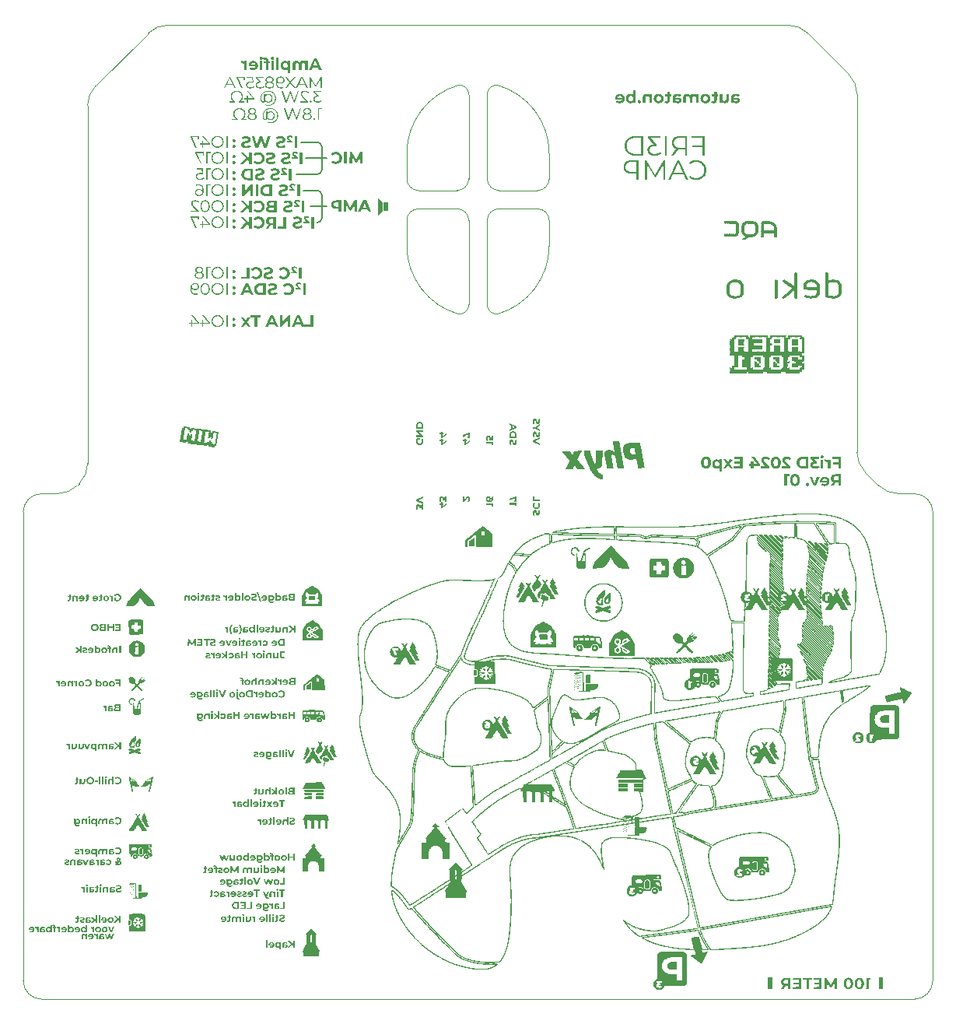
<source format=gbo>
G04*
G04 #@! TF.GenerationSoftware,Altium Limited,Altium Designer,24.6.1 (21)*
G04*
G04 Layer_Color=32896*
%FSLAX25Y25*%
%MOIN*%
G70*
G04*
G04 #@! TF.SameCoordinates,01E0CDA6-314E-44D1-A422-088EE61E0F49*
G04*
G04*
G04 #@! TF.FilePolarity,Positive*
G04*
G01*
G75*
%ADD15C,0.00394*%
%ADD16C,0.00591*%
%ADD71C,0.00591*%
G36*
X-87946Y198934D02*
X-87850Y198916D01*
X-87764Y198888D01*
X-87691Y198856D01*
X-87636Y198820D01*
X-87595Y198793D01*
X-87568Y198775D01*
X-87559Y198766D01*
X-87495Y198697D01*
X-87450Y198620D01*
X-87413Y198547D01*
X-87391Y198479D01*
X-87377Y198415D01*
X-87372Y198370D01*
X-87368Y198352D01*
Y198338D01*
Y198329D01*
Y198324D01*
X-87377Y198229D01*
X-87400Y198142D01*
X-87427Y198069D01*
X-87463Y198001D01*
X-87500Y197951D01*
X-87527Y197910D01*
X-87550Y197887D01*
X-87559Y197878D01*
X-87636Y197819D01*
X-87718Y197774D01*
X-87800Y197746D01*
X-87877Y197724D01*
X-87950Y197710D01*
X-87977Y197705D01*
X-88005D01*
X-88028Y197701D01*
X-88055D01*
X-88164Y197710D01*
X-88264Y197728D01*
X-88351Y197760D01*
X-88423Y197792D01*
X-88478Y197824D01*
X-88519Y197855D01*
X-88546Y197874D01*
X-88555Y197883D01*
X-88619Y197956D01*
X-88665Y198033D01*
X-88701Y198110D01*
X-88724Y198183D01*
X-88737Y198247D01*
X-88742Y198297D01*
X-88747Y198315D01*
Y198329D01*
Y198338D01*
Y198342D01*
X-88737Y198433D01*
X-88715Y198520D01*
X-88687Y198593D01*
X-88651Y198652D01*
X-88614Y198702D01*
X-88587Y198738D01*
X-88564Y198761D01*
X-88555Y198770D01*
X-88478Y198829D01*
X-88396Y198870D01*
X-88314Y198902D01*
X-88232Y198920D01*
X-88164Y198934D01*
X-88132Y198938D01*
X-88105D01*
X-88087Y198943D01*
X-88055D01*
X-87946Y198934D01*
D02*
G37*
G36*
X-92846D02*
X-92751Y198916D01*
X-92664Y198888D01*
X-92591Y198856D01*
X-92537Y198820D01*
X-92496Y198793D01*
X-92468Y198775D01*
X-92459Y198766D01*
X-92396Y198697D01*
X-92350Y198620D01*
X-92314Y198547D01*
X-92291Y198479D01*
X-92277Y198415D01*
X-92273Y198370D01*
X-92268Y198352D01*
Y198338D01*
Y198329D01*
Y198324D01*
X-92277Y198229D01*
X-92300Y198142D01*
X-92327Y198069D01*
X-92364Y198001D01*
X-92400Y197951D01*
X-92427Y197910D01*
X-92450Y197887D01*
X-92459Y197878D01*
X-92537Y197819D01*
X-92619Y197774D01*
X-92700Y197746D01*
X-92778Y197724D01*
X-92851Y197710D01*
X-92878Y197705D01*
X-92905D01*
X-92928Y197701D01*
X-92955D01*
X-93064Y197710D01*
X-93164Y197728D01*
X-93251Y197760D01*
X-93324Y197792D01*
X-93378Y197824D01*
X-93419Y197855D01*
X-93447Y197874D01*
X-93456Y197883D01*
X-93519Y197956D01*
X-93565Y198033D01*
X-93601Y198110D01*
X-93624Y198183D01*
X-93638Y198247D01*
X-93642Y198297D01*
X-93647Y198315D01*
Y198329D01*
Y198338D01*
Y198342D01*
X-93638Y198433D01*
X-93615Y198520D01*
X-93588Y198593D01*
X-93551Y198652D01*
X-93515Y198702D01*
X-93488Y198738D01*
X-93465Y198761D01*
X-93456Y198770D01*
X-93378Y198829D01*
X-93296Y198870D01*
X-93214Y198902D01*
X-93133Y198920D01*
X-93064Y198934D01*
X-93033Y198938D01*
X-93005D01*
X-92987Y198943D01*
X-92955D01*
X-92846Y198934D01*
D02*
G37*
G36*
X-75092Y197223D02*
X-74969Y197209D01*
X-74851Y197187D01*
X-74751Y197164D01*
X-74705Y197150D01*
X-74669Y197137D01*
X-74632Y197127D01*
X-74605Y197118D01*
X-74582Y197109D01*
X-74564Y197100D01*
X-74555Y197096D01*
X-74550D01*
X-74441Y197046D01*
X-74337Y196986D01*
X-74250Y196923D01*
X-74173Y196864D01*
X-74109Y196809D01*
X-74064Y196768D01*
X-74050Y196750D01*
X-74036Y196736D01*
X-74032Y196732D01*
X-74027Y196727D01*
Y197169D01*
X-72962D01*
Y193337D01*
X-74077D01*
Y195257D01*
X-74082Y195349D01*
X-74086Y195435D01*
X-74100Y195512D01*
X-74114Y195585D01*
X-74132Y195653D01*
X-74150Y195717D01*
X-74168Y195772D01*
X-74191Y195822D01*
X-74214Y195863D01*
X-74232Y195904D01*
X-74250Y195935D01*
X-74268Y195963D01*
X-74282Y195981D01*
X-74296Y195995D01*
X-74300Y196004D01*
X-74305Y196008D01*
X-74350Y196054D01*
X-74396Y196095D01*
X-74446Y196126D01*
X-74496Y196154D01*
X-74596Y196199D01*
X-74696Y196231D01*
X-74783Y196249D01*
X-74819Y196254D01*
X-74851Y196258D01*
X-74878Y196263D01*
X-74914D01*
X-74983Y196258D01*
X-75042Y196254D01*
X-75101Y196240D01*
X-75156Y196222D01*
X-75251Y196181D01*
X-75338Y196122D01*
X-75406Y196054D01*
X-75465Y195976D01*
X-75515Y195895D01*
X-75551Y195813D01*
X-75583Y195726D01*
X-75606Y195644D01*
X-75620Y195567D01*
X-75633Y195499D01*
X-75638Y195440D01*
X-75642Y195398D01*
Y195380D01*
Y195367D01*
Y195362D01*
Y195358D01*
Y193337D01*
X-76753D01*
Y195257D01*
X-76757Y195349D01*
X-76762Y195435D01*
X-76775Y195512D01*
X-76789Y195585D01*
X-76807Y195653D01*
X-76825Y195717D01*
X-76844Y195772D01*
X-76866Y195822D01*
X-76889Y195863D01*
X-76907Y195904D01*
X-76925Y195935D01*
X-76944Y195963D01*
X-76957Y195981D01*
X-76971Y195995D01*
X-76976Y196004D01*
X-76980Y196008D01*
X-77026Y196054D01*
X-77076Y196095D01*
X-77126Y196126D01*
X-77176Y196154D01*
X-77280Y196199D01*
X-77381Y196231D01*
X-77467Y196249D01*
X-77508Y196254D01*
X-77540Y196258D01*
X-77567Y196263D01*
X-77604D01*
X-77667Y196258D01*
X-77726Y196254D01*
X-77831Y196227D01*
X-77922Y196190D01*
X-77999Y196149D01*
X-78058Y196108D01*
X-78100Y196072D01*
X-78127Y196045D01*
X-78136Y196040D01*
Y196036D01*
X-78168Y195990D01*
X-78199Y195944D01*
X-78245Y195835D01*
X-78281Y195722D01*
X-78304Y195612D01*
X-78313Y195562D01*
X-78318Y195512D01*
X-78322Y195471D01*
Y195430D01*
X-78327Y195403D01*
Y195376D01*
Y195362D01*
Y195358D01*
Y193337D01*
X-79442D01*
Y195530D01*
X-79437Y195685D01*
X-79423Y195826D01*
X-79401Y195963D01*
X-79374Y196086D01*
X-79342Y196199D01*
X-79305Y196304D01*
X-79269Y196399D01*
X-79228Y196481D01*
X-79187Y196559D01*
X-79150Y196623D01*
X-79114Y196677D01*
X-79082Y196723D01*
X-79055Y196754D01*
X-79032Y196782D01*
X-79019Y196795D01*
X-79014Y196800D01*
X-78932Y196877D01*
X-78846Y196941D01*
X-78750Y197000D01*
X-78659Y197046D01*
X-78563Y197087D01*
X-78468Y197123D01*
X-78373Y197150D01*
X-78286Y197173D01*
X-78199Y197191D01*
X-78122Y197205D01*
X-78054Y197214D01*
X-77990Y197223D01*
X-77940D01*
X-77904Y197228D01*
X-77872D01*
X-77717Y197219D01*
X-77567Y197200D01*
X-77435Y197178D01*
X-77376Y197159D01*
X-77317Y197146D01*
X-77267Y197132D01*
X-77221Y197114D01*
X-77180Y197100D01*
X-77148Y197091D01*
X-77121Y197078D01*
X-77103Y197073D01*
X-77089Y197064D01*
X-77085D01*
X-76957Y196996D01*
X-76839Y196923D01*
X-76739Y196845D01*
X-76652Y196773D01*
X-76584Y196704D01*
X-76557Y196672D01*
X-76530Y196650D01*
X-76512Y196627D01*
X-76498Y196613D01*
X-76493Y196604D01*
X-76489Y196600D01*
X-76411Y196709D01*
X-76325Y196800D01*
X-76239Y196882D01*
X-76152Y196946D01*
X-76079Y196996D01*
X-76047Y197018D01*
X-76020Y197037D01*
X-75997Y197046D01*
X-75979Y197055D01*
X-75970Y197064D01*
X-75965D01*
X-75838Y197118D01*
X-75711Y197159D01*
X-75588Y197187D01*
X-75474Y197209D01*
X-75424Y197214D01*
X-75374Y197219D01*
X-75333Y197223D01*
X-75297D01*
X-75269Y197228D01*
X-75228D01*
X-75092Y197223D01*
D02*
G37*
G36*
X-96199Y197223D02*
X-96095Y197219D01*
X-95995Y197205D01*
X-95899Y197187D01*
X-95803Y197169D01*
X-95717Y197146D01*
X-95640Y197123D01*
X-95562Y197100D01*
X-95499Y197078D01*
X-95435Y197055D01*
X-95385Y197032D01*
X-95339Y197014D01*
X-95303Y196996D01*
X-95280Y196982D01*
X-95262Y196977D01*
X-95258Y196973D01*
X-95171Y196923D01*
X-95094Y196868D01*
X-95016Y196814D01*
X-94948Y196754D01*
X-94880Y196695D01*
X-94821Y196636D01*
X-94766Y196577D01*
X-94716Y196522D01*
X-94675Y196468D01*
X-94634Y196422D01*
X-94602Y196377D01*
X-94575Y196340D01*
X-94552Y196309D01*
X-94539Y196281D01*
X-94529Y196268D01*
X-94525Y196263D01*
X-94479Y196177D01*
X-94438Y196090D01*
X-94402Y196004D01*
X-94375Y195917D01*
X-94348Y195831D01*
X-94325Y195744D01*
X-94307Y195667D01*
X-94293Y195590D01*
X-94284Y195517D01*
X-94275Y195453D01*
X-94270Y195398D01*
X-94266Y195349D01*
X-94261Y195308D01*
Y195280D01*
Y195257D01*
Y195253D01*
X-94266Y195148D01*
X-94275Y195044D01*
X-94284Y194943D01*
X-94302Y194852D01*
X-94325Y194762D01*
X-94348Y194675D01*
X-94370Y194598D01*
X-94398Y194525D01*
X-94420Y194461D01*
X-94443Y194402D01*
X-94466Y194352D01*
X-94489Y194307D01*
X-94507Y194275D01*
X-94516Y194252D01*
X-94525Y194234D01*
X-94529Y194229D01*
X-94584Y194147D01*
X-94643Y194070D01*
X-94702Y194002D01*
X-94766Y193933D01*
X-94830Y193870D01*
X-94893Y193815D01*
X-94957Y193761D01*
X-95016Y193715D01*
X-95076Y193674D01*
X-95126Y193638D01*
X-95176Y193606D01*
X-95217Y193579D01*
X-95253Y193560D01*
X-95276Y193547D01*
X-95294Y193538D01*
X-95298Y193533D01*
X-95394Y193488D01*
X-95490Y193451D01*
X-95590Y193419D01*
X-95690Y193387D01*
X-95881Y193342D01*
X-95972Y193328D01*
X-96058Y193315D01*
X-96140Y193306D01*
X-96213Y193296D01*
X-96281Y193292D01*
X-96336Y193287D01*
X-96381Y193283D01*
X-96445D01*
X-96636Y193292D01*
X-96814Y193310D01*
X-96977Y193337D01*
X-97132Y193378D01*
X-97273Y193424D01*
X-97405Y193478D01*
X-97523Y193533D01*
X-97628Y193592D01*
X-97719Y193647D01*
X-97801Y193701D01*
X-97869Y193756D01*
X-97928Y193801D01*
X-97974Y193842D01*
X-98001Y193870D01*
X-98024Y193893D01*
X-98028Y193897D01*
X-97437Y194539D01*
X-97360Y194470D01*
X-97287Y194416D01*
X-97214Y194366D01*
X-97146Y194325D01*
X-97087Y194297D01*
X-97046Y194275D01*
X-97027Y194266D01*
X-97014Y194261D01*
X-97009Y194256D01*
X-97005D01*
X-96914Y194229D01*
X-96823Y194206D01*
X-96736Y194193D01*
X-96654Y194179D01*
X-96582Y194175D01*
X-96554D01*
X-96527Y194170D01*
X-96477D01*
X-96395Y194175D01*
X-96322Y194179D01*
X-96181Y194202D01*
X-96113Y194216D01*
X-96054Y194234D01*
X-95999Y194252D01*
X-95949Y194275D01*
X-95904Y194293D01*
X-95863Y194311D01*
X-95831Y194329D01*
X-95803Y194343D01*
X-95781Y194357D01*
X-95762Y194366D01*
X-95753Y194375D01*
X-95749D01*
X-95699Y194416D01*
X-95649Y194461D01*
X-95567Y194552D01*
X-95503Y194643D01*
X-95453Y194734D01*
X-95417Y194816D01*
X-95403Y194852D01*
X-95394Y194880D01*
X-95385Y194907D01*
X-95380Y194925D01*
X-95376Y194934D01*
Y194939D01*
X-98279Y194939D01*
X-98283Y194989D01*
X-98288Y195030D01*
Y195071D01*
X-98292Y195103D01*
Y195130D01*
X-98297Y195157D01*
Y195194D01*
X-98301Y195217D01*
Y195230D01*
Y195239D01*
X-98297Y195349D01*
X-98292Y195458D01*
X-98279Y195558D01*
X-98260Y195653D01*
X-98242Y195744D01*
X-98220Y195831D01*
X-98192Y195913D01*
X-98169Y195985D01*
X-98147Y196054D01*
X-98119Y196113D01*
X-98097Y196163D01*
X-98079Y196208D01*
X-98060Y196240D01*
X-98051Y196268D01*
X-98042Y196281D01*
X-98037Y196286D01*
X-97988Y196368D01*
X-97933Y196445D01*
X-97874Y196518D01*
X-97815Y196586D01*
X-97755Y196650D01*
X-97696Y196704D01*
X-97642Y196759D01*
X-97583Y196804D01*
X-97528Y196845D01*
X-97482Y196882D01*
X-97437Y196914D01*
X-97400Y196936D01*
X-97369Y196955D01*
X-97341Y196973D01*
X-97328Y196977D01*
X-97323Y196982D01*
X-97237Y197027D01*
X-97150Y197064D01*
X-97059Y197096D01*
X-96973Y197123D01*
X-96800Y197169D01*
X-96718Y197182D01*
X-96645Y197196D01*
X-96573Y197209D01*
X-96509Y197214D01*
X-96450Y197219D01*
X-96399Y197223D01*
X-96359Y197228D01*
X-96304D01*
X-96199Y197223D01*
D02*
G37*
G36*
X-66929Y193337D02*
X-68108D01*
X-68549Y194402D01*
X-70865D01*
X-71311Y193337D01*
X-72521D01*
X-70292Y198324D01*
X-69150D01*
X-66929Y193337D01*
D02*
G37*
G36*
X-85357D02*
X-86471D01*
Y198620D01*
X-85357D01*
Y193337D01*
D02*
G37*
G36*
X-87500D02*
X-88614D01*
Y197169D01*
X-87500D01*
Y193337D01*
D02*
G37*
G36*
X-91135Y198674D02*
X-91012Y198661D01*
X-90899Y198643D01*
X-90794Y198620D01*
X-90694Y198588D01*
X-90607Y198556D01*
X-90526Y198520D01*
X-90448Y198488D01*
X-90385Y198452D01*
X-90325Y198415D01*
X-90280Y198383D01*
X-90239Y198352D01*
X-90207Y198329D01*
X-90184Y198310D01*
X-90171Y198297D01*
X-90166Y198292D01*
X-90098Y198220D01*
X-90039Y198138D01*
X-89989Y198056D01*
X-89943Y197969D01*
X-89907Y197883D01*
X-89875Y197796D01*
X-89848Y197710D01*
X-89829Y197633D01*
X-89811Y197555D01*
X-89802Y197482D01*
X-89793Y197419D01*
X-89784Y197364D01*
Y197319D01*
X-89779Y197282D01*
Y197264D01*
Y197255D01*
Y197082D01*
X-89188D01*
Y196227D01*
X-89779D01*
Y193337D01*
X-90890D01*
Y196227D01*
X-91845D01*
Y197082D01*
X-90862D01*
Y197246D01*
X-90867Y197346D01*
X-90885Y197428D01*
X-90908Y197505D01*
X-90939Y197569D01*
X-90980Y197619D01*
X-91022Y197664D01*
X-91067Y197701D01*
X-91117Y197733D01*
X-91163Y197755D01*
X-91208Y197774D01*
X-91249Y197783D01*
X-91290Y197792D01*
X-91322Y197796D01*
X-91344Y197801D01*
X-91367D01*
X-91463Y197796D01*
X-91549Y197783D01*
X-91622Y197760D01*
X-91690Y197737D01*
X-91745Y197710D01*
X-91786Y197692D01*
X-91809Y197673D01*
X-91818Y197669D01*
X-92109Y198474D01*
X-92050Y198511D01*
X-91986Y198538D01*
X-91927Y198565D01*
X-91868Y198588D01*
X-91813Y198602D01*
X-91772Y198615D01*
X-91745Y198625D01*
X-91736D01*
X-91649Y198643D01*
X-91567Y198656D01*
X-91490Y198665D01*
X-91417Y198674D01*
X-91354D01*
X-91303Y198679D01*
X-91263D01*
X-91135Y198674D01*
D02*
G37*
G36*
X-92400Y193337D02*
X-93515D01*
Y197169D01*
X-92400D01*
Y193337D01*
D02*
G37*
G36*
X-101259Y197223D02*
X-101109Y197205D01*
X-100977Y197182D01*
X-100918Y197169D01*
X-100863Y197155D01*
X-100813Y197141D01*
X-100768Y197127D01*
X-100727Y197114D01*
X-100695Y197105D01*
X-100672Y197096D01*
X-100649Y197087D01*
X-100640Y197082D01*
X-100636D01*
X-100517Y197023D01*
X-100413Y196959D01*
X-100317Y196886D01*
X-100244Y196818D01*
X-100185Y196759D01*
X-100140Y196709D01*
X-100121Y196691D01*
X-100112Y196677D01*
X-100108Y196668D01*
X-100103Y196663D01*
Y197169D01*
X-99038D01*
Y193337D01*
X-100153D01*
Y195144D01*
X-100158Y195239D01*
X-100167Y195330D01*
X-100176Y195417D01*
X-100194Y195494D01*
X-100217Y195567D01*
X-100240Y195635D01*
X-100262Y195694D01*
X-100290Y195744D01*
X-100312Y195794D01*
X-100335Y195831D01*
X-100358Y195867D01*
X-100381Y195895D01*
X-100399Y195917D01*
X-100408Y195931D01*
X-100417Y195940D01*
X-100422Y195944D01*
X-100476Y195990D01*
X-100531Y196036D01*
X-100590Y196067D01*
X-100654Y196099D01*
X-100717Y196126D01*
X-100777Y196149D01*
X-100900Y196181D01*
X-100954Y196190D01*
X-101004Y196199D01*
X-101050Y196204D01*
X-101091Y196208D01*
X-101122Y196213D01*
X-101236D01*
X-101318Y196208D01*
X-101359Y196204D01*
X-101391D01*
X-101409Y196199D01*
X-101418D01*
Y197228D01*
X-101259Y197223D01*
D02*
G37*
G36*
X-82559Y197223D02*
X-82427Y197205D01*
X-82299Y197182D01*
X-82181Y197150D01*
X-82076Y197114D01*
X-81976Y197068D01*
X-81885Y197023D01*
X-81808Y196977D01*
X-81735Y196932D01*
X-81676Y196886D01*
X-81621Y196845D01*
X-81580Y196804D01*
X-81544Y196773D01*
X-81521Y196750D01*
X-81507Y196732D01*
X-81503Y196727D01*
Y197169D01*
X-80438D01*
Y191959D01*
X-81553D01*
Y193742D01*
X-81635Y193660D01*
X-81721Y193592D01*
X-81817Y193528D01*
X-81908Y193478D01*
X-82003Y193433D01*
X-82103Y193396D01*
X-82194Y193365D01*
X-82285Y193342D01*
X-82372Y193319D01*
X-82449Y193306D01*
X-82522Y193296D01*
X-82581Y193292D01*
X-82636Y193287D01*
X-82672Y193283D01*
X-82704D01*
X-82804Y193287D01*
X-82900Y193292D01*
X-83082Y193319D01*
X-83168Y193337D01*
X-83250Y193360D01*
X-83323Y193383D01*
X-83391Y193406D01*
X-83455Y193424D01*
X-83509Y193447D01*
X-83560Y193469D01*
X-83600Y193488D01*
X-83632Y193501D01*
X-83660Y193515D01*
X-83673Y193519D01*
X-83678Y193524D01*
X-83760Y193574D01*
X-83832Y193624D01*
X-83905Y193679D01*
X-83969Y193738D01*
X-84033Y193792D01*
X-84087Y193851D01*
X-84137Y193906D01*
X-84187Y193961D01*
X-84228Y194015D01*
X-84265Y194061D01*
X-84292Y194106D01*
X-84319Y194143D01*
X-84338Y194175D01*
X-84351Y194197D01*
X-84360Y194211D01*
X-84365Y194216D01*
X-84410Y194302D01*
X-84447Y194388D01*
X-84483Y194475D01*
X-84510Y194566D01*
X-84556Y194739D01*
X-84570Y194821D01*
X-84583Y194903D01*
X-84592Y194975D01*
X-84601Y195044D01*
X-84606Y195103D01*
X-84610Y195153D01*
X-84615Y195194D01*
Y195226D01*
Y195248D01*
Y195253D01*
X-84610Y195362D01*
X-84606Y195467D01*
X-84592Y195567D01*
X-84574Y195662D01*
X-84556Y195753D01*
X-84538Y195840D01*
X-84515Y195917D01*
X-84492Y195990D01*
X-84465Y196058D01*
X-84442Y196113D01*
X-84424Y196168D01*
X-84406Y196208D01*
X-84387Y196240D01*
X-84374Y196268D01*
X-84369Y196281D01*
X-84365Y196286D01*
X-84315Y196368D01*
X-84265Y196445D01*
X-84210Y196513D01*
X-84151Y196581D01*
X-84096Y196645D01*
X-84037Y196700D01*
X-83983Y196754D01*
X-83928Y196800D01*
X-83878Y196841D01*
X-83828Y196877D01*
X-83787Y196909D01*
X-83750Y196932D01*
X-83719Y196950D01*
X-83696Y196968D01*
X-83682Y196973D01*
X-83678Y196977D01*
X-83596Y197023D01*
X-83509Y197059D01*
X-83428Y197096D01*
X-83341Y197123D01*
X-83177Y197169D01*
X-83100Y197182D01*
X-83027Y197196D01*
X-82959Y197205D01*
X-82895Y197214D01*
X-82841Y197219D01*
X-82795Y197223D01*
X-82759Y197228D01*
X-82704D01*
X-82559Y197223D01*
D02*
G37*
G36*
X-99867Y189067D02*
X-100372D01*
Y190000D01*
X-102938D01*
X-100886Y185473D01*
X-101441D01*
X-103529Y190096D01*
Y190460D01*
X-99867D01*
Y189067D01*
D02*
G37*
G36*
X-80047Y188035D02*
X-78149Y185473D01*
X-78755D01*
X-80361Y187666D01*
X-81972Y185473D01*
X-82581D01*
X-80679Y188048D01*
X-82445Y190460D01*
X-81876D01*
X-80379Y188421D01*
X-78878Y190460D01*
X-78272D01*
X-80047Y188035D01*
D02*
G37*
G36*
X-84447Y190492D02*
X-84283Y190469D01*
X-84210Y190455D01*
X-84137Y190442D01*
X-84069Y190423D01*
X-84005Y190405D01*
X-83951Y190387D01*
X-83901Y190369D01*
X-83855Y190355D01*
X-83819Y190341D01*
X-83792Y190328D01*
X-83769Y190319D01*
X-83755Y190314D01*
X-83750Y190310D01*
X-83614Y190232D01*
X-83491Y190146D01*
X-83386Y190059D01*
X-83300Y189973D01*
X-83264Y189932D01*
X-83232Y189895D01*
X-83205Y189859D01*
X-83182Y189832D01*
X-83164Y189804D01*
X-83150Y189786D01*
X-83145Y189777D01*
X-83141Y189773D01*
X-83104Y189709D01*
X-83068Y189641D01*
X-83013Y189500D01*
X-82977Y189368D01*
X-82950Y189240D01*
X-82941Y189181D01*
X-82936Y189131D01*
X-82927Y189086D01*
Y189045D01*
X-82923Y189013D01*
Y188990D01*
Y188972D01*
Y188967D01*
X-82927Y188885D01*
X-82932Y188804D01*
X-82954Y188658D01*
X-82991Y188521D01*
X-83009Y188462D01*
X-83032Y188408D01*
X-83050Y188358D01*
X-83068Y188312D01*
X-83086Y188271D01*
X-83104Y188239D01*
X-83118Y188217D01*
X-83127Y188194D01*
X-83136Y188185D01*
Y188180D01*
X-83223Y188062D01*
X-83318Y187957D01*
X-83418Y187866D01*
X-83514Y187793D01*
X-83600Y187734D01*
X-83637Y187712D01*
X-83669Y187693D01*
X-83696Y187675D01*
X-83714Y187666D01*
X-83728Y187662D01*
X-83732Y187657D01*
X-83878Y187598D01*
X-84028Y187552D01*
X-84178Y187520D01*
X-84315Y187498D01*
X-84374Y187489D01*
X-84429Y187484D01*
X-84478Y187479D01*
X-84524D01*
X-84561Y187475D01*
X-84606D01*
X-84702Y187479D01*
X-84797Y187484D01*
X-84974Y187511D01*
X-85056Y187525D01*
X-85134Y187548D01*
X-85207Y187566D01*
X-85270Y187589D01*
X-85329Y187607D01*
X-85384Y187630D01*
X-85430Y187648D01*
X-85466Y187662D01*
X-85498Y187680D01*
X-85520Y187689D01*
X-85534Y187693D01*
X-85539Y187698D01*
X-85611Y187743D01*
X-85680Y187789D01*
X-85743Y187839D01*
X-85803Y187889D01*
X-85857Y187944D01*
X-85903Y187994D01*
X-85948Y188048D01*
X-85985Y188094D01*
X-86021Y188144D01*
X-86048Y188185D01*
X-86076Y188226D01*
X-86094Y188258D01*
X-86112Y188285D01*
X-86121Y188308D01*
X-86130Y188321D01*
Y188326D01*
X-86135Y188244D01*
X-86139Y188171D01*
X-86144Y188103D01*
X-86148Y188044D01*
Y187994D01*
Y187953D01*
Y187930D01*
Y187921D01*
X-86144Y187739D01*
X-86130Y187571D01*
X-86107Y187411D01*
X-86076Y187261D01*
X-86039Y187129D01*
X-85998Y187002D01*
X-85957Y186888D01*
X-85916Y186788D01*
X-85871Y186697D01*
X-85830Y186619D01*
X-85789Y186551D01*
X-85752Y186497D01*
X-85725Y186456D01*
X-85698Y186424D01*
X-85684Y186406D01*
X-85680Y186401D01*
X-85589Y186310D01*
X-85489Y186228D01*
X-85384Y186160D01*
X-85279Y186101D01*
X-85170Y186046D01*
X-85066Y186005D01*
X-84956Y185969D01*
X-84856Y185942D01*
X-84761Y185923D01*
X-84670Y185905D01*
X-84588Y185896D01*
X-84519Y185887D01*
X-84465Y185882D01*
X-84419Y185878D01*
X-84383D01*
X-84269Y185882D01*
X-84165Y185887D01*
X-84065Y185901D01*
X-83973Y185914D01*
X-83887Y185933D01*
X-83805Y185951D01*
X-83732Y185973D01*
X-83669Y185996D01*
X-83609Y186014D01*
X-83560Y186037D01*
X-83514Y186055D01*
X-83477Y186074D01*
X-83450Y186087D01*
X-83432Y186101D01*
X-83418Y186105D01*
X-83414Y186110D01*
X-83209Y185700D01*
X-83296Y185655D01*
X-83386Y185614D01*
X-83482Y185578D01*
X-83582Y185546D01*
X-83678Y185518D01*
X-83778Y185496D01*
X-83873Y185482D01*
X-83964Y185464D01*
X-84055Y185455D01*
X-84133Y185446D01*
X-84206Y185441D01*
X-84269Y185436D01*
X-84319Y185432D01*
X-84392D01*
X-84519Y185436D01*
X-84638Y185446D01*
X-84756Y185459D01*
X-84865Y185477D01*
X-84970Y185500D01*
X-85070Y185523D01*
X-85161Y185550D01*
X-85243Y185578D01*
X-85320Y185605D01*
X-85388Y185632D01*
X-85443Y185655D01*
X-85493Y185678D01*
X-85534Y185696D01*
X-85562Y185710D01*
X-85580Y185719D01*
X-85584Y185723D01*
X-85680Y185782D01*
X-85766Y185846D01*
X-85848Y185914D01*
X-85926Y185983D01*
X-85998Y186055D01*
X-86062Y186128D01*
X-86126Y186201D01*
X-86176Y186269D01*
X-86226Y186337D01*
X-86267Y186397D01*
X-86303Y186456D01*
X-86330Y186501D01*
X-86353Y186542D01*
X-86371Y186569D01*
X-86380Y186592D01*
X-86385Y186597D01*
X-86435Y186706D01*
X-86481Y186824D01*
X-86517Y186943D01*
X-86549Y187061D01*
X-86581Y187179D01*
X-86603Y187297D01*
X-86622Y187411D01*
X-86635Y187520D01*
X-86649Y187620D01*
X-86658Y187712D01*
X-86663Y187798D01*
X-86667Y187866D01*
X-86672Y187925D01*
Y187971D01*
Y187998D01*
Y188007D01*
X-86667Y188226D01*
X-86649Y188430D01*
X-86622Y188621D01*
X-86590Y188799D01*
X-86549Y188963D01*
X-86503Y189113D01*
X-86458Y189254D01*
X-86408Y189377D01*
X-86358Y189486D01*
X-86312Y189582D01*
X-86267Y189664D01*
X-86226Y189732D01*
X-86194Y189782D01*
X-86167Y189818D01*
X-86148Y189841D01*
X-86144Y189850D01*
X-86039Y189964D01*
X-85926Y190064D01*
X-85807Y190150D01*
X-85684Y190228D01*
X-85557Y190291D01*
X-85430Y190341D01*
X-85307Y190387D01*
X-85188Y190419D01*
X-85070Y190446D01*
X-84965Y190464D01*
X-84870Y190482D01*
X-84788Y190492D01*
X-84720Y190496D01*
X-84692D01*
X-84670Y190501D01*
X-84624D01*
X-84447Y190492D01*
D02*
G37*
G36*
X-66925Y185473D02*
X-67430D01*
Y189441D01*
X-69391Y186105D01*
X-69641D01*
X-71597Y189459D01*
Y185473D01*
X-72107D01*
Y190460D01*
X-71670D01*
X-69527Y186761D01*
X-67361Y190460D01*
X-66925D01*
Y185473D01*
D02*
G37*
G36*
X-72935D02*
X-73481D01*
X-74082Y186802D01*
X-76862D01*
X-77458Y185473D01*
X-78013D01*
X-75734Y190460D01*
X-75215D01*
X-72935Y185473D01*
D02*
G37*
G36*
X-103848Y185473D02*
X-104394D01*
X-104994Y186802D01*
X-107774D01*
X-108371Y185473D01*
X-108926D01*
X-106646Y190460D01*
X-106127D01*
X-103848Y185473D01*
D02*
G37*
G36*
X-89161Y190496D02*
X-89024Y190487D01*
X-88892Y190469D01*
X-88774Y190446D01*
X-88660Y190419D01*
X-88555Y190387D01*
X-88460Y190355D01*
X-88373Y190323D01*
X-88296Y190291D01*
X-88228Y190260D01*
X-88169Y190228D01*
X-88123Y190200D01*
X-88087Y190178D01*
X-88059Y190159D01*
X-88041Y190150D01*
X-88037Y190146D01*
X-87955Y190077D01*
X-87882Y190005D01*
X-87818Y189927D01*
X-87764Y189846D01*
X-87718Y189764D01*
X-87677Y189686D01*
X-87650Y189604D01*
X-87623Y189532D01*
X-87604Y189459D01*
X-87591Y189395D01*
X-87577Y189331D01*
X-87573Y189281D01*
X-87568Y189240D01*
X-87564Y189208D01*
Y189190D01*
Y189181D01*
X-87568Y189113D01*
X-87573Y189045D01*
X-87595Y188917D01*
X-87627Y188804D01*
X-87664Y188708D01*
X-87682Y188663D01*
X-87700Y188626D01*
X-87718Y188594D01*
X-87732Y188567D01*
X-87745Y188544D01*
X-87754Y188531D01*
X-87764Y188521D01*
Y188517D01*
X-87846Y188417D01*
X-87941Y188330D01*
X-88037Y188258D01*
X-88132Y188194D01*
X-88214Y188148D01*
X-88250Y188130D01*
X-88282Y188112D01*
X-88310Y188098D01*
X-88328Y188094D01*
X-88341Y188085D01*
X-88346D01*
X-88260Y188053D01*
X-88182Y188021D01*
X-88105Y187985D01*
X-88037Y187948D01*
X-87973Y187907D01*
X-87914Y187871D01*
X-87859Y187830D01*
X-87814Y187793D01*
X-87773Y187762D01*
X-87736Y187725D01*
X-87704Y187698D01*
X-87677Y187671D01*
X-87659Y187652D01*
X-87645Y187634D01*
X-87636Y187625D01*
X-87632Y187620D01*
X-87591Y187561D01*
X-87550Y187498D01*
X-87518Y187434D01*
X-87491Y187370D01*
X-87445Y187243D01*
X-87418Y187125D01*
X-87409Y187070D01*
X-87400Y187020D01*
X-87395Y186974D01*
X-87391Y186938D01*
X-87386Y186906D01*
Y186879D01*
Y186865D01*
Y186861D01*
X-87391Y186738D01*
X-87409Y186624D01*
X-87432Y186519D01*
X-87468Y186419D01*
X-87504Y186324D01*
X-87545Y186237D01*
X-87595Y186160D01*
X-87641Y186087D01*
X-87686Y186023D01*
X-87736Y185969D01*
X-87777Y185923D01*
X-87818Y185882D01*
X-87850Y185855D01*
X-87873Y185832D01*
X-87891Y185819D01*
X-87896Y185814D01*
X-87996Y185746D01*
X-88105Y185687D01*
X-88219Y185637D01*
X-88332Y185591D01*
X-88451Y185555D01*
X-88569Y185528D01*
X-88683Y185500D01*
X-88792Y185482D01*
X-88897Y185464D01*
X-88997Y185450D01*
X-89083Y185446D01*
X-89156Y185436D01*
X-89220D01*
X-89265Y185432D01*
X-89306D01*
X-89520Y185441D01*
X-89620Y185450D01*
X-89716Y185459D01*
X-89807Y185473D01*
X-89893Y185487D01*
X-89970Y185500D01*
X-90043Y185518D01*
X-90107Y185537D01*
X-90166Y185550D01*
X-90216Y185564D01*
X-90257Y185578D01*
X-90289Y185591D01*
X-90316Y185596D01*
X-90330Y185605D01*
X-90334D01*
X-90416Y185641D01*
X-90489Y185678D01*
X-90562Y185714D01*
X-90626Y185755D01*
X-90685Y185796D01*
X-90739Y185837D01*
X-90794Y185878D01*
X-90835Y185919D01*
X-90876Y185955D01*
X-90912Y185992D01*
X-90939Y186019D01*
X-90967Y186046D01*
X-90985Y186069D01*
X-90999Y186087D01*
X-91003Y186096D01*
X-91008Y186101D01*
X-91049Y186164D01*
X-91085Y186228D01*
X-91117Y186292D01*
X-91144Y186356D01*
X-91185Y186483D01*
X-91217Y186601D01*
X-91226Y186656D01*
X-91231Y186706D01*
X-91235Y186751D01*
X-91240Y186788D01*
X-91244Y186820D01*
Y186843D01*
Y186856D01*
Y186861D01*
X-91240Y186943D01*
X-91235Y187020D01*
X-91203Y187165D01*
X-91185Y187234D01*
X-91163Y187293D01*
X-91140Y187352D01*
X-91117Y187402D01*
X-91094Y187452D01*
X-91071Y187493D01*
X-91049Y187530D01*
X-91031Y187561D01*
X-91012Y187584D01*
X-90999Y187602D01*
X-90994Y187611D01*
X-90990Y187616D01*
X-90939Y187675D01*
X-90885Y187725D01*
X-90771Y187821D01*
X-90653Y187903D01*
X-90535Y187966D01*
X-90485Y187994D01*
X-90434Y188021D01*
X-90389Y188039D01*
X-90348Y188057D01*
X-90316Y188066D01*
X-90293Y188075D01*
X-90275Y188085D01*
X-90271D01*
X-90407Y188148D01*
X-90526Y188217D01*
X-90626Y188289D01*
X-90707Y188358D01*
X-90744Y188390D01*
X-90771Y188421D01*
X-90798Y188449D01*
X-90821Y188471D01*
X-90835Y188490D01*
X-90849Y188503D01*
X-90858Y188512D01*
Y188517D01*
X-90894Y188572D01*
X-90926Y188626D01*
X-90980Y188740D01*
X-91017Y188849D01*
X-91040Y188954D01*
X-91049Y189004D01*
X-91058Y189045D01*
X-91062Y189086D01*
Y189118D01*
X-91067Y189145D01*
Y189163D01*
Y189177D01*
Y189181D01*
X-91062Y189254D01*
X-91058Y189327D01*
X-91031Y189459D01*
X-90999Y189577D01*
X-90976Y189632D01*
X-90958Y189682D01*
X-90935Y189727D01*
X-90917Y189768D01*
X-90894Y189800D01*
X-90880Y189827D01*
X-90867Y189850D01*
X-90853Y189868D01*
X-90849Y189877D01*
X-90844Y189882D01*
X-90753Y189987D01*
X-90657Y190082D01*
X-90553Y190159D01*
X-90457Y190223D01*
X-90366Y190273D01*
X-90330Y190296D01*
X-90293Y190314D01*
X-90266Y190323D01*
X-90248Y190332D01*
X-90234Y190341D01*
X-90230D01*
X-90075Y190396D01*
X-89920Y190432D01*
X-89766Y190460D01*
X-89688Y190473D01*
X-89620Y190482D01*
X-89552Y190487D01*
X-89493Y190492D01*
X-89443Y190496D01*
X-89397D01*
X-89356Y190501D01*
X-89306D01*
X-89161Y190496D01*
D02*
G37*
G36*
X-91859Y190000D02*
X-94411D01*
X-93028Y188271D01*
Y187893D01*
X-93383D01*
X-93506Y187889D01*
X-93620Y187884D01*
X-93729Y187871D01*
X-93829Y187853D01*
X-93920Y187834D01*
X-94002Y187812D01*
X-94074Y187784D01*
X-94143Y187762D01*
X-94202Y187739D01*
X-94252Y187712D01*
X-94297Y187689D01*
X-94329Y187671D01*
X-94357Y187652D01*
X-94379Y187643D01*
X-94389Y187634D01*
X-94393Y187630D01*
X-94452Y187580D01*
X-94502Y187525D01*
X-94548Y187466D01*
X-94589Y187407D01*
X-94621Y187343D01*
X-94648Y187284D01*
X-94671Y187225D01*
X-94689Y187165D01*
X-94702Y187111D01*
X-94712Y187061D01*
X-94721Y187015D01*
X-94725Y186979D01*
X-94730Y186947D01*
Y186924D01*
Y186906D01*
Y186902D01*
X-94725Y186815D01*
X-94716Y186733D01*
X-94698Y186661D01*
X-94675Y186588D01*
X-94652Y186524D01*
X-94625Y186465D01*
X-94593Y186406D01*
X-94561Y186356D01*
X-94529Y186315D01*
X-94498Y186274D01*
X-94470Y186242D01*
X-94448Y186215D01*
X-94425Y186192D01*
X-94407Y186178D01*
X-94398Y186169D01*
X-94393Y186164D01*
X-94329Y186119D01*
X-94257Y186078D01*
X-94184Y186042D01*
X-94106Y186010D01*
X-94024Y185983D01*
X-93947Y185960D01*
X-93797Y185928D01*
X-93724Y185919D01*
X-93660Y185910D01*
X-93601Y185905D01*
X-93547Y185901D01*
X-93506Y185896D01*
X-93447D01*
X-93274Y185905D01*
X-93110Y185923D01*
X-92960Y185946D01*
X-92892Y185960D01*
X-92828Y185978D01*
X-92773Y185992D01*
X-92719Y186005D01*
X-92673Y186019D01*
X-92637Y186033D01*
X-92605Y186042D01*
X-92582Y186051D01*
X-92568Y186055D01*
X-92564D01*
X-92418Y186119D01*
X-92286Y186192D01*
X-92227Y186224D01*
X-92173Y186260D01*
X-92123Y186292D01*
X-92077Y186328D01*
X-92036Y186356D01*
X-92000Y186383D01*
X-91972Y186410D01*
X-91945Y186433D01*
X-91927Y186451D01*
X-91913Y186465D01*
X-91904Y186469D01*
X-91900Y186474D01*
X-91654Y186069D01*
X-91772Y185964D01*
X-91895Y185873D01*
X-92027Y185796D01*
X-92150Y185728D01*
X-92204Y185700D01*
X-92255Y185673D01*
X-92304Y185655D01*
X-92345Y185637D01*
X-92377Y185623D01*
X-92400Y185614D01*
X-92418Y185605D01*
X-92423D01*
X-92605Y185546D01*
X-92787Y185505D01*
X-92960Y185473D01*
X-93042Y185464D01*
X-93114Y185455D01*
X-93187Y185446D01*
X-93251Y185441D01*
X-93306Y185436D01*
X-93356D01*
X-93392Y185432D01*
X-93447D01*
X-93556Y185436D01*
X-93656Y185441D01*
X-93756Y185450D01*
X-93852Y185464D01*
X-93938Y185477D01*
X-94020Y185491D01*
X-94093Y185509D01*
X-94161Y185528D01*
X-94225Y185546D01*
X-94279Y185564D01*
X-94325Y185578D01*
X-94366Y185591D01*
X-94398Y185605D01*
X-94420Y185614D01*
X-94434Y185623D01*
X-94438D01*
X-94511Y185660D01*
X-94579Y185700D01*
X-94643Y185741D01*
X-94707Y185787D01*
X-94762Y185828D01*
X-94812Y185873D01*
X-94853Y185914D01*
X-94893Y185955D01*
X-94930Y185992D01*
X-94962Y186028D01*
X-94989Y186060D01*
X-95012Y186087D01*
X-95025Y186110D01*
X-95039Y186128D01*
X-95048Y186137D01*
Y186142D01*
X-95085Y186205D01*
X-95116Y186269D01*
X-95171Y186401D01*
X-95207Y186529D01*
X-95230Y186647D01*
X-95239Y186701D01*
X-95248Y186747D01*
X-95253Y186792D01*
Y186829D01*
X-95258Y186861D01*
Y186883D01*
Y186897D01*
Y186902D01*
X-95253Y187015D01*
X-95239Y187120D01*
X-95221Y187220D01*
X-95194Y187316D01*
X-95162Y187407D01*
X-95130Y187489D01*
X-95089Y187561D01*
X-95053Y187630D01*
X-95016Y187693D01*
X-94980Y187743D01*
X-94944Y187789D01*
X-94912Y187830D01*
X-94884Y187857D01*
X-94866Y187880D01*
X-94853Y187893D01*
X-94848Y187898D01*
X-94766Y187966D01*
X-94680Y188025D01*
X-94584Y188080D01*
X-94489Y188126D01*
X-94389Y188166D01*
X-94293Y188198D01*
X-94193Y188230D01*
X-94097Y188253D01*
X-94011Y188271D01*
X-93924Y188289D01*
X-93852Y188298D01*
X-93783Y188308D01*
X-93729Y188317D01*
X-93692D01*
X-93665Y188321D01*
X-93656D01*
X-95066Y190096D01*
Y190460D01*
X-91859D01*
Y190000D01*
D02*
G37*
G36*
X-96113Y187957D02*
X-97173D01*
X-97337Y187953D01*
X-97487Y187948D01*
X-97628Y187935D01*
X-97755Y187916D01*
X-97874Y187898D01*
X-97978Y187875D01*
X-98069Y187848D01*
X-98156Y187825D01*
X-98229Y187803D01*
X-98288Y187775D01*
X-98342Y187752D01*
X-98383Y187734D01*
X-98415Y187716D01*
X-98438Y187707D01*
X-98452Y187698D01*
X-98456Y187693D01*
X-98524Y187643D01*
X-98584Y187584D01*
X-98634Y187525D01*
X-98679Y187461D01*
X-98716Y187398D01*
X-98747Y187329D01*
X-98770Y187266D01*
X-98793Y187206D01*
X-98807Y187147D01*
X-98820Y187093D01*
X-98825Y187043D01*
X-98834Y187002D01*
Y186965D01*
X-98838Y186938D01*
Y186920D01*
Y186915D01*
X-98834Y186833D01*
X-98825Y186751D01*
X-98807Y186674D01*
X-98784Y186606D01*
X-98761Y186538D01*
X-98734Y186478D01*
X-98702Y186424D01*
X-98670Y186374D01*
X-98638Y186328D01*
X-98606Y186287D01*
X-98579Y186251D01*
X-98556Y186224D01*
X-98533Y186201D01*
X-98515Y186187D01*
X-98506Y186178D01*
X-98502Y186174D01*
X-98433Y186124D01*
X-98365Y186083D01*
X-98288Y186046D01*
X-98211Y186014D01*
X-98128Y185987D01*
X-98051Y185964D01*
X-97896Y185933D01*
X-97824Y185919D01*
X-97755Y185910D01*
X-97696Y185905D01*
X-97646Y185901D01*
X-97601Y185896D01*
X-97542D01*
X-97369Y185905D01*
X-97210Y185923D01*
X-97059Y185946D01*
X-96991Y185960D01*
X-96927Y185978D01*
X-96873Y185992D01*
X-96823Y186005D01*
X-96777Y186019D01*
X-96741Y186033D01*
X-96709Y186042D01*
X-96686Y186051D01*
X-96673Y186055D01*
X-96668D01*
X-96522Y186119D01*
X-96395Y186192D01*
X-96281Y186260D01*
X-96236Y186292D01*
X-96190Y186328D01*
X-96149Y186356D01*
X-96113Y186383D01*
X-96086Y186410D01*
X-96058Y186433D01*
X-96040Y186451D01*
X-96026Y186465D01*
X-96017Y186469D01*
X-96013Y186474D01*
X-95762Y186069D01*
X-95881Y185964D01*
X-96008Y185873D01*
X-96136Y185796D01*
X-96258Y185728D01*
X-96318Y185700D01*
X-96368Y185673D01*
X-96413Y185655D01*
X-96454Y185637D01*
X-96491Y185623D01*
X-96513Y185614D01*
X-96531Y185605D01*
X-96536D01*
X-96718Y185546D01*
X-96900Y185505D01*
X-97068Y185473D01*
X-97150Y185464D01*
X-97223Y185455D01*
X-97296Y185446D01*
X-97355Y185441D01*
X-97414Y185436D01*
X-97460D01*
X-97501Y185432D01*
X-97551D01*
X-97660Y185436D01*
X-97764Y185441D01*
X-97865Y185450D01*
X-97956Y185464D01*
X-98042Y185477D01*
X-98124Y185491D01*
X-98201Y185509D01*
X-98270Y185528D01*
X-98333Y185546D01*
X-98388Y185564D01*
X-98433Y185578D01*
X-98474Y185591D01*
X-98506Y185605D01*
X-98529Y185614D01*
X-98543Y185623D01*
X-98547D01*
X-98620Y185660D01*
X-98693Y185700D01*
X-98756Y185746D01*
X-98816Y185791D01*
X-98870Y185832D01*
X-98920Y185878D01*
X-98966Y185923D01*
X-99007Y185964D01*
X-99043Y186005D01*
X-99070Y186042D01*
X-99098Y186074D01*
X-99120Y186105D01*
X-99134Y186128D01*
X-99148Y186146D01*
X-99157Y186155D01*
Y186160D01*
X-99193Y186224D01*
X-99225Y186292D01*
X-99275Y186428D01*
X-99312Y186560D01*
X-99334Y186679D01*
X-99343Y186733D01*
X-99353Y186783D01*
X-99357Y186829D01*
Y186865D01*
X-99362Y186897D01*
Y186920D01*
Y186934D01*
Y186938D01*
X-99357Y187065D01*
X-99339Y187188D01*
X-99316Y187297D01*
X-99284Y187402D01*
X-99248Y187502D01*
X-99207Y187589D01*
X-99161Y187671D01*
X-99116Y187743D01*
X-99066Y187812D01*
X-99025Y187866D01*
X-98979Y187916D01*
X-98943Y187953D01*
X-98911Y187985D01*
X-98888Y188007D01*
X-98870Y188021D01*
X-98866Y188025D01*
X-98765Y188094D01*
X-98656Y188153D01*
X-98538Y188203D01*
X-98411Y188248D01*
X-98279Y188285D01*
X-98147Y188317D01*
X-98019Y188344D01*
X-97892Y188362D01*
X-97769Y188380D01*
X-97655Y188394D01*
X-97555Y188399D01*
X-97464Y188408D01*
X-97391D01*
X-97360Y188412D01*
X-96645D01*
X-96818Y190000D01*
X-99098D01*
Y190460D01*
X-96368D01*
X-96113Y187957D01*
D02*
G37*
G36*
X-74077Y184425D02*
X-73982Y184416D01*
X-73886Y184407D01*
X-73795Y184394D01*
X-73713Y184376D01*
X-73636Y184357D01*
X-73563Y184344D01*
X-73495Y184325D01*
X-73436Y184307D01*
X-73386Y184294D01*
X-73345Y184275D01*
X-73308Y184266D01*
X-73286Y184257D01*
X-73267Y184248D01*
X-73263D01*
X-73103Y184175D01*
X-72958Y184089D01*
X-72890Y184048D01*
X-72831Y184002D01*
X-72776Y183961D01*
X-72721Y183921D01*
X-72676Y183879D01*
X-72639Y183843D01*
X-72603Y183811D01*
X-72576Y183779D01*
X-72553Y183757D01*
X-72535Y183739D01*
X-72526Y183729D01*
X-72521Y183725D01*
X-72885Y183411D01*
X-72981Y183511D01*
X-73081Y183593D01*
X-73190Y183670D01*
X-73299Y183734D01*
X-73413Y183784D01*
X-73527Y183829D01*
X-73640Y183866D01*
X-73745Y183898D01*
X-73850Y183921D01*
X-73941Y183939D01*
X-74027Y183948D01*
X-74100Y183957D01*
X-74164Y183961D01*
X-74209Y183966D01*
X-74246D01*
X-74346Y183961D01*
X-74441Y183957D01*
X-74532Y183943D01*
X-74614Y183930D01*
X-74691Y183911D01*
X-74764Y183889D01*
X-74828Y183866D01*
X-74887Y183843D01*
X-74937Y183820D01*
X-74983Y183798D01*
X-75019Y183779D01*
X-75051Y183757D01*
X-75074Y183743D01*
X-75092Y183729D01*
X-75101Y183725D01*
X-75106Y183720D01*
X-75160Y183670D01*
X-75206Y183620D01*
X-75247Y183566D01*
X-75283Y183511D01*
X-75310Y183452D01*
X-75338Y183397D01*
X-75374Y183283D01*
X-75383Y183233D01*
X-75392Y183188D01*
X-75401Y183142D01*
X-75406Y183106D01*
X-75410Y183074D01*
Y183051D01*
Y183038D01*
Y183033D01*
X-75406Y182929D01*
X-75388Y182824D01*
X-75365Y182728D01*
X-75342Y182642D01*
X-75315Y182569D01*
X-75301Y182537D01*
X-75292Y182515D01*
X-75283Y182492D01*
X-75274Y182478D01*
X-75269Y182469D01*
Y182465D01*
X-75242Y182410D01*
X-75206Y182355D01*
X-75128Y182241D01*
X-75042Y182132D01*
X-74955Y182028D01*
X-74914Y181978D01*
X-74874Y181937D01*
X-74837Y181896D01*
X-74805Y181864D01*
X-74778Y181837D01*
X-74760Y181818D01*
X-74746Y181805D01*
X-74742Y181800D01*
X-72671Y179766D01*
Y179407D01*
X-76166D01*
Y179862D01*
X-73427D01*
X-75119Y181527D01*
X-75206Y181614D01*
X-75283Y181695D01*
X-75356Y181777D01*
X-75424Y181850D01*
X-75479Y181923D01*
X-75533Y181991D01*
X-75579Y182055D01*
X-75620Y182110D01*
X-75656Y182164D01*
X-75688Y182210D01*
X-75711Y182251D01*
X-75734Y182282D01*
X-75747Y182310D01*
X-75756Y182328D01*
X-75765Y182342D01*
Y182346D01*
X-75824Y182483D01*
X-75865Y182615D01*
X-75897Y182738D01*
X-75915Y182851D01*
X-75924Y182901D01*
X-75929Y182947D01*
X-75934Y182988D01*
Y183024D01*
X-75938Y183051D01*
Y183070D01*
Y183083D01*
Y183088D01*
X-75934Y183202D01*
X-75920Y183311D01*
X-75897Y183411D01*
X-75870Y183506D01*
X-75834Y183597D01*
X-75797Y183675D01*
X-75756Y183752D01*
X-75715Y183816D01*
X-75674Y183875D01*
X-75633Y183930D01*
X-75597Y183970D01*
X-75561Y184011D01*
X-75533Y184039D01*
X-75511Y184057D01*
X-75497Y184071D01*
X-75492Y184075D01*
X-75406Y184139D01*
X-75315Y184194D01*
X-75219Y184244D01*
X-75119Y184284D01*
X-75019Y184316D01*
X-74919Y184348D01*
X-74819Y184371D01*
X-74723Y184389D01*
X-74632Y184403D01*
X-74550Y184416D01*
X-74478Y184425D01*
X-74414Y184430D01*
X-74359Y184435D01*
X-74287D01*
X-74077Y184425D01*
D02*
G37*
G36*
X-95731Y181086D02*
Y180717D01*
X-98547D01*
Y179407D01*
X-99057D01*
Y180717D01*
X-100058D01*
Y181172D01*
X-99057D01*
Y182328D01*
X-98561D01*
Y181172D01*
X-96395D01*
X-98943Y184394D01*
X-98374D01*
X-95731Y181086D01*
D02*
G37*
G36*
X-78382Y179407D02*
X-78932D01*
X-80397Y183657D01*
X-81858Y179407D01*
X-82413D01*
X-84096Y184394D01*
X-83591D01*
X-82131Y180080D01*
X-80661Y184394D01*
X-80170D01*
X-78682Y180103D01*
X-77240Y184394D01*
X-76698D01*
X-78382Y179407D01*
D02*
G37*
G36*
X-103234Y184430D02*
X-103102Y184421D01*
X-102970Y184403D01*
X-102847Y184385D01*
X-102733Y184362D01*
X-102619Y184335D01*
X-102519Y184303D01*
X-102424Y184275D01*
X-102337Y184244D01*
X-102260Y184212D01*
X-102192Y184184D01*
X-102137Y184162D01*
X-102092Y184143D01*
X-102060Y184125D01*
X-102041Y184116D01*
X-102032Y184112D01*
X-101923Y184048D01*
X-101823Y183984D01*
X-101723Y183911D01*
X-101637Y183839D01*
X-101550Y183766D01*
X-101473Y183693D01*
X-101405Y183620D01*
X-101341Y183547D01*
X-101286Y183484D01*
X-101236Y183420D01*
X-101191Y183365D01*
X-101159Y183320D01*
X-101132Y183279D01*
X-101113Y183252D01*
X-101100Y183229D01*
X-101095Y183224D01*
X-101036Y183115D01*
X-100981Y183006D01*
X-100936Y182897D01*
X-100900Y182788D01*
X-100863Y182678D01*
X-100836Y182569D01*
X-100813Y182469D01*
X-100795Y182373D01*
X-100781Y182282D01*
X-100772Y182201D01*
X-100763Y182123D01*
X-100759Y182064D01*
Y182009D01*
X-100754Y181973D01*
Y181950D01*
Y181941D01*
X-100759Y181823D01*
X-100768Y181709D01*
X-100781Y181600D01*
X-100795Y181491D01*
X-100818Y181391D01*
X-100840Y181291D01*
X-100863Y181200D01*
X-100890Y181118D01*
X-100918Y181040D01*
X-100940Y180972D01*
X-100963Y180913D01*
X-100986Y180863D01*
X-101000Y180822D01*
X-101013Y180790D01*
X-101022Y180772D01*
X-101027Y180767D01*
X-101082Y180667D01*
X-101141Y180576D01*
X-101204Y180485D01*
X-101268Y180399D01*
X-101332Y180321D01*
X-101400Y180249D01*
X-101464Y180176D01*
X-101523Y180117D01*
X-101582Y180058D01*
X-101637Y180012D01*
X-101687Y179966D01*
X-101732Y179930D01*
X-101764Y179903D01*
X-101791Y179885D01*
X-101810Y179871D01*
X-101814Y179866D01*
X-100222D01*
Y179407D01*
X-102629D01*
Y179830D01*
X-102510Y179894D01*
X-102397Y179966D01*
X-102292Y180035D01*
X-102196Y180112D01*
X-102105Y180185D01*
X-102023Y180258D01*
X-101951Y180331D01*
X-101882Y180399D01*
X-101823Y180462D01*
X-101773Y180522D01*
X-101728Y180576D01*
X-101691Y180622D01*
X-101664Y180658D01*
X-101646Y180690D01*
X-101632Y180708D01*
X-101628Y180713D01*
X-101568Y180817D01*
X-101514Y180922D01*
X-101468Y181027D01*
X-101427Y181131D01*
X-101395Y181236D01*
X-101368Y181336D01*
X-101345Y181432D01*
X-101327Y181523D01*
X-101309Y181605D01*
X-101300Y181682D01*
X-101291Y181750D01*
X-101286Y181809D01*
Y181855D01*
X-101282Y181891D01*
Y181909D01*
Y181919D01*
X-101286Y182028D01*
X-101295Y182132D01*
X-101304Y182237D01*
X-101323Y182333D01*
X-101341Y182423D01*
X-101364Y182515D01*
X-101391Y182592D01*
X-101414Y182669D01*
X-101436Y182737D01*
X-101464Y182797D01*
X-101487Y182847D01*
X-101505Y182892D01*
X-101523Y182929D01*
X-101537Y182951D01*
X-101541Y182969D01*
X-101546Y182974D01*
X-101600Y183061D01*
X-101655Y183138D01*
X-101714Y183215D01*
X-101778Y183283D01*
X-101837Y183352D01*
X-101900Y183411D01*
X-101960Y183466D01*
X-102019Y183516D01*
X-102073Y183556D01*
X-102128Y183597D01*
X-102173Y183629D01*
X-102214Y183657D01*
X-102246Y183675D01*
X-102269Y183688D01*
X-102287Y183697D01*
X-102292Y183702D01*
X-102383Y183748D01*
X-102474Y183789D01*
X-102569Y183825D01*
X-102660Y183857D01*
X-102756Y183879D01*
X-102842Y183902D01*
X-102929Y183921D01*
X-103011Y183934D01*
X-103088Y183943D01*
X-103156Y183952D01*
X-103216Y183957D01*
X-103270Y183961D01*
X-103311Y183966D01*
X-103370D01*
X-103479Y183961D01*
X-103589Y183957D01*
X-103689Y183943D01*
X-103789Y183925D01*
X-103884Y183907D01*
X-103971Y183884D01*
X-104053Y183857D01*
X-104130Y183834D01*
X-104198Y183811D01*
X-104262Y183784D01*
X-104317Y183761D01*
X-104362Y183743D01*
X-104394Y183725D01*
X-104421Y183716D01*
X-104439Y183707D01*
X-104444Y183702D01*
X-104530Y183652D01*
X-104612Y183597D01*
X-104690Y183538D01*
X-104762Y183479D01*
X-104831Y183420D01*
X-104890Y183356D01*
X-104945Y183297D01*
X-104994Y183242D01*
X-105040Y183188D01*
X-105081Y183138D01*
X-105113Y183092D01*
X-105140Y183051D01*
X-105163Y183020D01*
X-105176Y182997D01*
X-105186Y182979D01*
X-105190Y182974D01*
X-105236Y182888D01*
X-105281Y182797D01*
X-105313Y182706D01*
X-105345Y182615D01*
X-105372Y182524D01*
X-105395Y182437D01*
X-105413Y182351D01*
X-105427Y182273D01*
X-105436Y182196D01*
X-105445Y182132D01*
X-105449Y182069D01*
X-105454Y182019D01*
X-105459Y181978D01*
Y181946D01*
Y181928D01*
Y181919D01*
X-105454Y181796D01*
X-105445Y181677D01*
X-105427Y181564D01*
X-105404Y181454D01*
X-105377Y181350D01*
X-105349Y181250D01*
X-105318Y181154D01*
X-105286Y181072D01*
X-105254Y180990D01*
X-105222Y180922D01*
X-105195Y180858D01*
X-105167Y180808D01*
X-105145Y180767D01*
X-105126Y180740D01*
X-105117Y180717D01*
X-105113Y180713D01*
X-105045Y180613D01*
X-104972Y180517D01*
X-104894Y180431D01*
X-104813Y180344D01*
X-104726Y180267D01*
X-104644Y180194D01*
X-104562Y180126D01*
X-104485Y180067D01*
X-104408Y180012D01*
X-104339Y179966D01*
X-104276Y179926D01*
X-104221Y179889D01*
X-104175Y179866D01*
X-104139Y179844D01*
X-104121Y179834D01*
X-104112Y179830D01*
Y179407D01*
X-106519D01*
Y179866D01*
X-104922D01*
X-105017Y179935D01*
X-105104Y180012D01*
X-105186Y180085D01*
X-105263Y180162D01*
X-105331Y180235D01*
X-105395Y180312D01*
X-105454Y180385D01*
X-105509Y180453D01*
X-105554Y180517D01*
X-105595Y180576D01*
X-105631Y180631D01*
X-105659Y180676D01*
X-105682Y180717D01*
X-105695Y180745D01*
X-105704Y180763D01*
X-105709Y180767D01*
X-105759Y180872D01*
X-105800Y180972D01*
X-105836Y181077D01*
X-105868Y181181D01*
X-105895Y181281D01*
X-105914Y181377D01*
X-105932Y181468D01*
X-105950Y181559D01*
X-105959Y181641D01*
X-105968Y181714D01*
X-105973Y181777D01*
X-105977Y181832D01*
X-105982Y181878D01*
Y181914D01*
Y181932D01*
Y181941D01*
X-105977Y182073D01*
X-105968Y182205D01*
X-105950Y182328D01*
X-105927Y182446D01*
X-105904Y182555D01*
X-105873Y182665D01*
X-105845Y182760D01*
X-105814Y182851D01*
X-105782Y182933D01*
X-105750Y183006D01*
X-105718Y183070D01*
X-105695Y183124D01*
X-105673Y183170D01*
X-105654Y183197D01*
X-105645Y183220D01*
X-105641Y183224D01*
X-105572Y183329D01*
X-105504Y183424D01*
X-105427Y183516D01*
X-105349Y183602D01*
X-105272Y183684D01*
X-105195Y183757D01*
X-105117Y183820D01*
X-105045Y183879D01*
X-104976Y183934D01*
X-104908Y183980D01*
X-104853Y184021D01*
X-104803Y184052D01*
X-104762Y184080D01*
X-104731Y184098D01*
X-104712Y184107D01*
X-104703Y184112D01*
X-104590Y184171D01*
X-104476Y184216D01*
X-104362Y184262D01*
X-104244Y184298D01*
X-104130Y184330D01*
X-104021Y184357D01*
X-103916Y184376D01*
X-103816Y184394D01*
X-103720Y184407D01*
X-103634Y184416D01*
X-103561Y184425D01*
X-103498Y184430D01*
X-103443Y184435D01*
X-103370D01*
X-103234Y184430D01*
D02*
G37*
G36*
X-71579Y180139D02*
X-71529Y180126D01*
X-71484Y180108D01*
X-71443Y180089D01*
X-71411Y180071D01*
X-71388Y180053D01*
X-71374Y180039D01*
X-71370Y180035D01*
X-71334Y179994D01*
X-71306Y179948D01*
X-71288Y179903D01*
X-71275Y179857D01*
X-71265Y179821D01*
X-71261Y179789D01*
Y179771D01*
Y179762D01*
X-71265Y179703D01*
X-71279Y179648D01*
X-71297Y179603D01*
X-71315Y179562D01*
X-71334Y179530D01*
X-71352Y179507D01*
X-71365Y179489D01*
X-71370Y179484D01*
X-71411Y179448D01*
X-71456Y179420D01*
X-71502Y179402D01*
X-71548Y179389D01*
X-71584Y179380D01*
X-71611Y179375D01*
X-71639D01*
X-71693Y179380D01*
X-71748Y179393D01*
X-71793Y179411D01*
X-71829Y179430D01*
X-71861Y179448D01*
X-71889Y179466D01*
X-71902Y179480D01*
X-71907Y179484D01*
X-71943Y179530D01*
X-71971Y179575D01*
X-71993Y179621D01*
X-72007Y179666D01*
X-72016Y179703D01*
X-72021Y179735D01*
Y179753D01*
Y179762D01*
X-72016Y179821D01*
X-72002Y179876D01*
X-71984Y179921D01*
X-71966Y179962D01*
X-71943Y179994D01*
X-71925Y180017D01*
X-71912Y180030D01*
X-71907Y180035D01*
X-71861Y180071D01*
X-71816Y180098D01*
X-71770Y180117D01*
X-71729Y180130D01*
X-71693Y180139D01*
X-71666Y180144D01*
X-71639D01*
X-71579Y180139D01*
D02*
G37*
G36*
X-67134Y183934D02*
X-69687D01*
X-68303Y182205D01*
Y181827D01*
X-68658D01*
X-68781Y181823D01*
X-68895Y181818D01*
X-69004Y181805D01*
X-69104Y181787D01*
X-69195Y181768D01*
X-69277Y181746D01*
X-69350Y181718D01*
X-69418Y181695D01*
X-69477Y181673D01*
X-69527Y181646D01*
X-69573Y181623D01*
X-69605Y181605D01*
X-69632Y181586D01*
X-69655Y181577D01*
X-69664Y181568D01*
X-69668Y181564D01*
X-69727Y181514D01*
X-69778Y181459D01*
X-69823Y181400D01*
X-69864Y181341D01*
X-69896Y181277D01*
X-69923Y181218D01*
X-69946Y181159D01*
X-69964Y181099D01*
X-69978Y181045D01*
X-69987Y180995D01*
X-69996Y180949D01*
X-70000Y180913D01*
X-70005Y180881D01*
Y180858D01*
Y180840D01*
Y180836D01*
X-70000Y180749D01*
X-69991Y180667D01*
X-69973Y180594D01*
X-69950Y180522D01*
X-69928Y180458D01*
X-69900Y180399D01*
X-69868Y180340D01*
X-69837Y180290D01*
X-69805Y180249D01*
X-69773Y180208D01*
X-69746Y180176D01*
X-69723Y180148D01*
X-69700Y180126D01*
X-69682Y180112D01*
X-69673Y180103D01*
X-69668Y180098D01*
X-69605Y180053D01*
X-69532Y180012D01*
X-69459Y179976D01*
X-69382Y179944D01*
X-69300Y179917D01*
X-69222Y179894D01*
X-69072Y179862D01*
X-68999Y179853D01*
X-68936Y179844D01*
X-68877Y179839D01*
X-68822Y179835D01*
X-68781Y179830D01*
X-68722D01*
X-68549Y179839D01*
X-68385Y179857D01*
X-68235Y179880D01*
X-68167Y179894D01*
X-68103Y179912D01*
X-68049Y179926D01*
X-67994Y179939D01*
X-67948Y179953D01*
X-67912Y179966D01*
X-67880Y179976D01*
X-67857Y179985D01*
X-67844Y179989D01*
X-67839D01*
X-67694Y180053D01*
X-67562Y180126D01*
X-67502Y180158D01*
X-67448Y180194D01*
X-67398Y180226D01*
X-67352Y180262D01*
X-67311Y180290D01*
X-67275Y180317D01*
X-67248Y180344D01*
X-67220Y180367D01*
X-67202Y180385D01*
X-67189Y180399D01*
X-67179Y180403D01*
X-67175Y180408D01*
X-66929Y180003D01*
X-67048Y179898D01*
X-67170Y179807D01*
X-67302Y179730D01*
X-67425Y179662D01*
X-67480Y179634D01*
X-67530Y179607D01*
X-67580Y179589D01*
X-67621Y179571D01*
X-67653Y179557D01*
X-67675Y179548D01*
X-67694Y179539D01*
X-67698D01*
X-67880Y179480D01*
X-68062Y179439D01*
X-68235Y179407D01*
X-68317Y179398D01*
X-68390Y179389D01*
X-68463Y179380D01*
X-68526Y179375D01*
X-68581Y179370D01*
X-68631D01*
X-68667Y179366D01*
X-68722D01*
X-68831Y179370D01*
X-68931Y179375D01*
X-69031Y179384D01*
X-69127Y179398D01*
X-69213Y179411D01*
X-69295Y179425D01*
X-69368Y179443D01*
X-69436Y179462D01*
X-69500Y179480D01*
X-69555Y179498D01*
X-69600Y179511D01*
X-69641Y179525D01*
X-69673Y179539D01*
X-69696Y179548D01*
X-69709Y179557D01*
X-69714D01*
X-69787Y179593D01*
X-69855Y179634D01*
X-69919Y179675D01*
X-69982Y179721D01*
X-70037Y179762D01*
X-70087Y179807D01*
X-70128Y179848D01*
X-70169Y179889D01*
X-70205Y179926D01*
X-70237Y179962D01*
X-70264Y179994D01*
X-70287Y180021D01*
X-70301Y180044D01*
X-70314Y180062D01*
X-70323Y180071D01*
Y180076D01*
X-70360Y180139D01*
X-70392Y180203D01*
X-70446Y180335D01*
X-70483Y180463D01*
X-70505Y180581D01*
X-70515Y180635D01*
X-70524Y180681D01*
X-70528Y180726D01*
Y180763D01*
X-70533Y180795D01*
Y180817D01*
Y180831D01*
Y180836D01*
X-70528Y180949D01*
X-70515Y181054D01*
X-70496Y181154D01*
X-70469Y181250D01*
X-70437Y181341D01*
X-70405Y181422D01*
X-70364Y181495D01*
X-70328Y181564D01*
X-70292Y181627D01*
X-70255Y181677D01*
X-70219Y181723D01*
X-70187Y181764D01*
X-70160Y181791D01*
X-70142Y181814D01*
X-70128Y181827D01*
X-70123Y181832D01*
X-70041Y181900D01*
X-69955Y181959D01*
X-69859Y182014D01*
X-69764Y182060D01*
X-69664Y182100D01*
X-69568Y182132D01*
X-69468Y182164D01*
X-69373Y182187D01*
X-69286Y182205D01*
X-69200Y182223D01*
X-69127Y182232D01*
X-69059Y182241D01*
X-69004Y182251D01*
X-68968D01*
X-68940Y182255D01*
X-68931D01*
X-70342Y184030D01*
Y184394D01*
X-67134D01*
Y183934D01*
D02*
G37*
G36*
X-89738Y184430D02*
X-89565Y184416D01*
X-89397Y184398D01*
X-89238Y184371D01*
X-89088Y184339D01*
X-88942Y184307D01*
X-88810Y184266D01*
X-88687Y184230D01*
X-88578Y184194D01*
X-88478Y184157D01*
X-88392Y184121D01*
X-88319Y184089D01*
X-88264Y184062D01*
X-88223Y184043D01*
X-88196Y184030D01*
X-88187Y184025D01*
X-88050Y183943D01*
X-87918Y183857D01*
X-87796Y183766D01*
X-87686Y183675D01*
X-87577Y183579D01*
X-87482Y183484D01*
X-87395Y183393D01*
X-87313Y183302D01*
X-87245Y183215D01*
X-87181Y183138D01*
X-87131Y183065D01*
X-87086Y183006D01*
X-87054Y182951D01*
X-87027Y182915D01*
X-87013Y182892D01*
X-87008Y182883D01*
X-86936Y182747D01*
X-86872Y182601D01*
X-86813Y182460D01*
X-86767Y182314D01*
X-86726Y182173D01*
X-86690Y182037D01*
X-86663Y181900D01*
X-86644Y181777D01*
X-86626Y181659D01*
X-86612Y181550D01*
X-86603Y181454D01*
X-86594Y181372D01*
Y181304D01*
X-86590Y181277D01*
Y181254D01*
Y181236D01*
Y181222D01*
Y181218D01*
Y181213D01*
X-86594Y181040D01*
X-86608Y180872D01*
X-86626Y180713D01*
X-86653Y180558D01*
X-86685Y180412D01*
X-86722Y180276D01*
X-86758Y180148D01*
X-86799Y180030D01*
X-86835Y179921D01*
X-86872Y179825D01*
X-86908Y179744D01*
X-86940Y179675D01*
X-86967Y179616D01*
X-86986Y179575D01*
X-86999Y179552D01*
X-87004Y179543D01*
X-87086Y179411D01*
X-87172Y179284D01*
X-87268Y179166D01*
X-87363Y179057D01*
X-87459Y178952D01*
X-87554Y178861D01*
X-87650Y178774D01*
X-87745Y178697D01*
X-87832Y178629D01*
X-87909Y178565D01*
X-87982Y178515D01*
X-88046Y178474D01*
X-88096Y178438D01*
X-88137Y178415D01*
X-88160Y178401D01*
X-88169Y178397D01*
X-88310Y178324D01*
X-88460Y178260D01*
X-88605Y178206D01*
X-88756Y178156D01*
X-88901Y178119D01*
X-89042Y178083D01*
X-89179Y178056D01*
X-89311Y178033D01*
X-89433Y178019D01*
X-89543Y178006D01*
X-89643Y177996D01*
X-89725Y177987D01*
X-89793D01*
X-89820Y177983D01*
X-89889D01*
X-90030Y177987D01*
X-90171Y177996D01*
X-90302Y178010D01*
X-90421Y178028D01*
X-90471Y178033D01*
X-90521Y178042D01*
X-90562Y178051D01*
X-90598Y178056D01*
X-90626Y178060D01*
X-90648Y178065D01*
X-90662Y178069D01*
X-90667D01*
X-90812Y178106D01*
X-90949Y178142D01*
X-91071Y178183D01*
X-91122Y178201D01*
X-91172Y178224D01*
X-91217Y178242D01*
X-91258Y178256D01*
X-91294Y178274D01*
X-91322Y178283D01*
X-91344Y178297D01*
X-91363Y178306D01*
X-91372Y178310D01*
X-91376D01*
X-91258Y178661D01*
X-91144Y178606D01*
X-91026Y178561D01*
X-90917Y178520D01*
X-90812Y178488D01*
X-90767Y178474D01*
X-90721Y178461D01*
X-90685Y178451D01*
X-90653Y178442D01*
X-90626Y178438D01*
X-90607Y178433D01*
X-90594Y178429D01*
X-90589D01*
X-90453Y178401D01*
X-90325Y178383D01*
X-90207Y178365D01*
X-90102Y178356D01*
X-90057D01*
X-90016Y178351D01*
X-89979D01*
X-89948Y178347D01*
X-89889D01*
X-89729Y178351D01*
X-89579Y178360D01*
X-89429Y178379D01*
X-89292Y178406D01*
X-89156Y178433D01*
X-89033Y178461D01*
X-88919Y178497D01*
X-88810Y178529D01*
X-88715Y178561D01*
X-88628Y178597D01*
X-88551Y178624D01*
X-88492Y178656D01*
X-88442Y178679D01*
X-88405Y178697D01*
X-88382Y178706D01*
X-88373Y178711D01*
X-88255Y178784D01*
X-88141Y178861D01*
X-88032Y178938D01*
X-87937Y179025D01*
X-87841Y179107D01*
X-87759Y179193D01*
X-87682Y179275D01*
X-87613Y179357D01*
X-87550Y179430D01*
X-87495Y179502D01*
X-87450Y179562D01*
X-87413Y179616D01*
X-87381Y179662D01*
X-87363Y179698D01*
X-87350Y179716D01*
X-87345Y179725D01*
X-87281Y179848D01*
X-87227Y179976D01*
X-87177Y180108D01*
X-87136Y180235D01*
X-87099Y180362D01*
X-87072Y180485D01*
X-87045Y180604D01*
X-87027Y180717D01*
X-87013Y180822D01*
X-86999Y180918D01*
X-86990Y180999D01*
X-86986Y181072D01*
Y181131D01*
X-86981Y181177D01*
Y181204D01*
Y181213D01*
X-86986Y181368D01*
X-86999Y181518D01*
X-87017Y181659D01*
X-87040Y181796D01*
X-87068Y181928D01*
X-87099Y182050D01*
X-87131Y182164D01*
X-87168Y182269D01*
X-87199Y182364D01*
X-87231Y182446D01*
X-87263Y182519D01*
X-87290Y182583D01*
X-87318Y182633D01*
X-87336Y182669D01*
X-87345Y182687D01*
X-87350Y182696D01*
X-87422Y182815D01*
X-87500Y182929D01*
X-87586Y183033D01*
X-87668Y183133D01*
X-87754Y183224D01*
X-87841Y183306D01*
X-87927Y183384D01*
X-88009Y183452D01*
X-88087Y183511D01*
X-88160Y183561D01*
X-88223Y183607D01*
X-88278Y183643D01*
X-88323Y183675D01*
X-88360Y183693D01*
X-88378Y183707D01*
X-88387Y183711D01*
X-88514Y183775D01*
X-88646Y183829D01*
X-88778Y183879D01*
X-88910Y183921D01*
X-89038Y183952D01*
X-89165Y183984D01*
X-89288Y184007D01*
X-89402Y184025D01*
X-89511Y184039D01*
X-89606Y184052D01*
X-89697Y184062D01*
X-89770Y184066D01*
X-89834Y184071D01*
X-89916D01*
X-90075Y184066D01*
X-90225Y184057D01*
X-90375Y184039D01*
X-90516Y184016D01*
X-90648Y183989D01*
X-90771Y183961D01*
X-90890Y183930D01*
X-90999Y183898D01*
X-91094Y183861D01*
X-91181Y183829D01*
X-91254Y183802D01*
X-91317Y183775D01*
X-91367Y183752D01*
X-91404Y183734D01*
X-91426Y183725D01*
X-91435Y183720D01*
X-91558Y183652D01*
X-91672Y183579D01*
X-91781Y183502D01*
X-91881Y183420D01*
X-91972Y183338D01*
X-92059Y183261D01*
X-92136Y183179D01*
X-92204Y183101D01*
X-92268Y183029D01*
X-92323Y182960D01*
X-92368Y182901D01*
X-92405Y182847D01*
X-92436Y182801D01*
X-92455Y182769D01*
X-92468Y182751D01*
X-92473Y182742D01*
X-92537Y182624D01*
X-92596Y182501D01*
X-92646Y182373D01*
X-92687Y182251D01*
X-92723Y182128D01*
X-92755Y182005D01*
X-92778Y181891D01*
X-92800Y181777D01*
X-92814Y181677D01*
X-92828Y181582D01*
X-92837Y181495D01*
X-92841Y181427D01*
Y181368D01*
X-92846Y181322D01*
Y181295D01*
Y181291D01*
Y181286D01*
Y181154D01*
X-92837Y181031D01*
X-92828Y180918D01*
X-92814Y180813D01*
X-92800Y180713D01*
X-92782Y180622D01*
X-92769Y180535D01*
X-92751Y180463D01*
X-92732Y180394D01*
X-92714Y180335D01*
X-92696Y180285D01*
X-92682Y180244D01*
X-92669Y180212D01*
X-92659Y180190D01*
X-92655Y180176D01*
X-92650Y180171D01*
X-92614Y180103D01*
X-92573Y180039D01*
X-92528Y179989D01*
X-92487Y179944D01*
X-92441Y179903D01*
X-92396Y179871D01*
X-92355Y179848D01*
X-92309Y179825D01*
X-92273Y179807D01*
X-92236Y179798D01*
X-92204Y179789D01*
X-92173Y179780D01*
X-92150D01*
X-92132Y179775D01*
X-92118D01*
X-92045Y179780D01*
X-91982Y179794D01*
X-91927Y179816D01*
X-91881Y179839D01*
X-91845Y179862D01*
X-91818Y179885D01*
X-91799Y179898D01*
X-91795Y179903D01*
X-91754Y179957D01*
X-91727Y180021D01*
X-91704Y180089D01*
X-91690Y180158D01*
X-91681Y180221D01*
X-91677Y180271D01*
Y180290D01*
Y180303D01*
Y180312D01*
Y180317D01*
Y183015D01*
X-91212D01*
Y182296D01*
X-91126Y182423D01*
X-91031Y182533D01*
X-90930Y182628D01*
X-90839Y182710D01*
X-90753Y182769D01*
X-90717Y182797D01*
X-90685Y182815D01*
X-90662Y182833D01*
X-90644Y182842D01*
X-90630Y182851D01*
X-90626D01*
X-90557Y182888D01*
X-90485Y182915D01*
X-90343Y182965D01*
X-90202Y183001D01*
X-90075Y183024D01*
X-90016Y183029D01*
X-89966Y183038D01*
X-89920Y183042D01*
X-89879D01*
X-89848Y183047D01*
X-89802D01*
X-89711Y183042D01*
X-89620Y183038D01*
X-89452Y183010D01*
X-89374Y182992D01*
X-89297Y182974D01*
X-89229Y182951D01*
X-89165Y182929D01*
X-89106Y182906D01*
X-89056Y182883D01*
X-89010Y182865D01*
X-88974Y182847D01*
X-88942Y182833D01*
X-88919Y182819D01*
X-88906Y182815D01*
X-88901Y182810D01*
X-88760Y182715D01*
X-88633Y182610D01*
X-88524Y182501D01*
X-88478Y182446D01*
X-88437Y182396D01*
X-88396Y182346D01*
X-88364Y182301D01*
X-88337Y182260D01*
X-88310Y182223D01*
X-88291Y182196D01*
X-88278Y182173D01*
X-88273Y182160D01*
X-88269Y182155D01*
X-88228Y182078D01*
X-88191Y181996D01*
X-88160Y181914D01*
X-88137Y181832D01*
X-88091Y181677D01*
X-88078Y181600D01*
X-88064Y181527D01*
X-88055Y181464D01*
X-88050Y181404D01*
X-88046Y181350D01*
X-88041Y181304D01*
X-88037Y181263D01*
Y181236D01*
Y181218D01*
Y181213D01*
X-88041Y181118D01*
X-88046Y181022D01*
X-88073Y180845D01*
X-88091Y180758D01*
X-88109Y180681D01*
X-88132Y180608D01*
X-88155Y180544D01*
X-88173Y180481D01*
X-88196Y180426D01*
X-88214Y180381D01*
X-88232Y180340D01*
X-88246Y180308D01*
X-88260Y180285D01*
X-88264Y180271D01*
X-88269Y180267D01*
X-88364Y180117D01*
X-88414Y180053D01*
X-88464Y179989D01*
X-88519Y179930D01*
X-88569Y179876D01*
X-88624Y179825D01*
X-88674Y179785D01*
X-88719Y179744D01*
X-88760Y179707D01*
X-88801Y179680D01*
X-88833Y179657D01*
X-88865Y179634D01*
X-88883Y179621D01*
X-88897Y179616D01*
X-88901Y179612D01*
X-88978Y179571D01*
X-89056Y179534D01*
X-89133Y179502D01*
X-89215Y179475D01*
X-89365Y179434D01*
X-89438Y179416D01*
X-89502Y179407D01*
X-89565Y179393D01*
X-89625Y179389D01*
X-89675Y179384D01*
X-89720Y179380D01*
X-89752Y179375D01*
X-89802D01*
X-89889Y179380D01*
X-89975Y179384D01*
X-90134Y179407D01*
X-90207Y179420D01*
X-90275Y179439D01*
X-90339Y179457D01*
X-90403Y179475D01*
X-90453Y179493D01*
X-90503Y179511D01*
X-90544Y179530D01*
X-90580Y179543D01*
X-90607Y179557D01*
X-90626Y179566D01*
X-90639Y179575D01*
X-90644D01*
X-90776Y179657D01*
X-90890Y179748D01*
X-90990Y179844D01*
X-91071Y179935D01*
X-91140Y180017D01*
X-91167Y180053D01*
X-91185Y180085D01*
X-91203Y180108D01*
X-91217Y180126D01*
X-91222Y180139D01*
X-91226Y180144D01*
X-91231Y180080D01*
X-91244Y180017D01*
X-91272Y179903D01*
X-91313Y179807D01*
X-91354Y179725D01*
X-91399Y179662D01*
X-91431Y179616D01*
X-91449Y179603D01*
X-91458Y179589D01*
X-91463Y179584D01*
X-91467Y179580D01*
X-91508Y179543D01*
X-91554Y179511D01*
X-91649Y179462D01*
X-91740Y179425D01*
X-91831Y179402D01*
X-91909Y179384D01*
X-91945Y179380D01*
X-91972D01*
X-92000Y179375D01*
X-92032D01*
X-92132Y179380D01*
X-92232Y179398D01*
X-92318Y179420D01*
X-92405Y179452D01*
X-92482Y179493D01*
X-92555Y179534D01*
X-92619Y179580D01*
X-92678Y179630D01*
X-92728Y179675D01*
X-92773Y179721D01*
X-92814Y179762D01*
X-92841Y179803D01*
X-92869Y179835D01*
X-92887Y179857D01*
X-92896Y179876D01*
X-92901Y179880D01*
X-92955Y179980D01*
X-93005Y180089D01*
X-93046Y180199D01*
X-93083Y180317D01*
X-93114Y180435D01*
X-93137Y180549D01*
X-93160Y180667D01*
X-93174Y180776D01*
X-93187Y180881D01*
X-93196Y180977D01*
X-93205Y181068D01*
X-93210Y181140D01*
X-93214Y181204D01*
Y181250D01*
Y181268D01*
Y181281D01*
Y181286D01*
Y181291D01*
X-93210Y181464D01*
X-93196Y181627D01*
X-93178Y181787D01*
X-93151Y181937D01*
X-93119Y182078D01*
X-93083Y182214D01*
X-93046Y182342D01*
X-93005Y182455D01*
X-92964Y182560D01*
X-92928Y182656D01*
X-92892Y182733D01*
X-92860Y182801D01*
X-92837Y182856D01*
X-92814Y182897D01*
X-92800Y182920D01*
X-92796Y182929D01*
X-92714Y183061D01*
X-92628Y183183D01*
X-92532Y183297D01*
X-92436Y183402D01*
X-92336Y183502D01*
X-92241Y183593D01*
X-92145Y183675D01*
X-92054Y183752D01*
X-91963Y183816D01*
X-91881Y183875D01*
X-91809Y183925D01*
X-91745Y183966D01*
X-91695Y183998D01*
X-91654Y184021D01*
X-91631Y184034D01*
X-91622Y184039D01*
X-91481Y184107D01*
X-91335Y184171D01*
X-91185Y184221D01*
X-91040Y184266D01*
X-90894Y184307D01*
X-90753Y184339D01*
X-90617Y184366D01*
X-90489Y184385D01*
X-90366Y184403D01*
X-90257Y184412D01*
X-90162Y184421D01*
X-90075Y184430D01*
X-90007D01*
X-89979Y184435D01*
X-89916D01*
X-89738Y184430D01*
D02*
G37*
G36*
X-77435Y171958D02*
X-77986D01*
X-79451Y176207D01*
X-80911Y171958D01*
X-81466D01*
X-83150Y176944D01*
X-82645D01*
X-81184Y172631D01*
X-79715Y176944D01*
X-79223D01*
X-77736Y172654D01*
X-76293Y176944D01*
X-75752D01*
X-77435Y171958D01*
D02*
G37*
G36*
X-66929Y176485D02*
X-68103D01*
Y171958D01*
X-68617D01*
Y176944D01*
X-66929D01*
Y176485D01*
D02*
G37*
G36*
X-102123Y176981D02*
X-101991Y176972D01*
X-101860Y176953D01*
X-101737Y176935D01*
X-101623Y176912D01*
X-101509Y176885D01*
X-101409Y176853D01*
X-101313Y176826D01*
X-101227Y176794D01*
X-101150Y176762D01*
X-101082Y176735D01*
X-101027Y176712D01*
X-100981Y176694D01*
X-100950Y176676D01*
X-100931Y176667D01*
X-100922Y176662D01*
X-100813Y176599D01*
X-100713Y176535D01*
X-100613Y176462D01*
X-100526Y176389D01*
X-100440Y176316D01*
X-100363Y176244D01*
X-100294Y176171D01*
X-100231Y176098D01*
X-100176Y176034D01*
X-100126Y175971D01*
X-100081Y175916D01*
X-100049Y175871D01*
X-100021Y175830D01*
X-100003Y175802D01*
X-99989Y175780D01*
X-99985Y175775D01*
X-99926Y175666D01*
X-99871Y175557D01*
X-99826Y175447D01*
X-99789Y175338D01*
X-99753Y175229D01*
X-99726Y175120D01*
X-99703Y175020D01*
X-99685Y174924D01*
X-99671Y174833D01*
X-99662Y174751D01*
X-99653Y174674D01*
X-99648Y174615D01*
Y174560D01*
X-99644Y174524D01*
Y174501D01*
Y174492D01*
X-99648Y174374D01*
X-99657Y174260D01*
X-99671Y174151D01*
X-99685Y174041D01*
X-99707Y173941D01*
X-99730Y173841D01*
X-99753Y173750D01*
X-99780Y173668D01*
X-99808Y173591D01*
X-99830Y173523D01*
X-99853Y173464D01*
X-99876Y173414D01*
X-99889Y173373D01*
X-99903Y173341D01*
X-99912Y173323D01*
X-99917Y173318D01*
X-99971Y173218D01*
X-100030Y173127D01*
X-100094Y173036D01*
X-100158Y172950D01*
X-100222Y172872D01*
X-100290Y172799D01*
X-100354Y172727D01*
X-100413Y172667D01*
X-100472Y172608D01*
X-100526Y172563D01*
X-100576Y172517D01*
X-100622Y172481D01*
X-100654Y172453D01*
X-100681Y172435D01*
X-100699Y172422D01*
X-100704Y172417D01*
X-99111D01*
Y171958D01*
X-101518D01*
Y172381D01*
X-101400Y172444D01*
X-101286Y172517D01*
X-101182Y172585D01*
X-101086Y172663D01*
X-100995Y172736D01*
X-100913Y172808D01*
X-100840Y172881D01*
X-100772Y172950D01*
X-100713Y173013D01*
X-100663Y173072D01*
X-100617Y173127D01*
X-100581Y173172D01*
X-100554Y173209D01*
X-100536Y173241D01*
X-100522Y173259D01*
X-100517Y173263D01*
X-100458Y173368D01*
X-100403Y173473D01*
X-100358Y173577D01*
X-100317Y173682D01*
X-100285Y173787D01*
X-100258Y173887D01*
X-100235Y173982D01*
X-100217Y174073D01*
X-100199Y174155D01*
X-100190Y174233D01*
X-100181Y174301D01*
X-100176Y174360D01*
Y174406D01*
X-100171Y174442D01*
Y174460D01*
Y174469D01*
X-100176Y174578D01*
X-100185Y174683D01*
X-100194Y174788D01*
X-100213Y174883D01*
X-100231Y174974D01*
X-100253Y175065D01*
X-100281Y175143D01*
X-100303Y175220D01*
X-100326Y175288D01*
X-100354Y175347D01*
X-100376Y175397D01*
X-100394Y175443D01*
X-100413Y175479D01*
X-100426Y175502D01*
X-100431Y175520D01*
X-100435Y175525D01*
X-100490Y175611D01*
X-100545Y175689D01*
X-100604Y175766D01*
X-100667Y175834D01*
X-100727Y175902D01*
X-100790Y175962D01*
X-100849Y176016D01*
X-100909Y176066D01*
X-100963Y176107D01*
X-101018Y176148D01*
X-101063Y176180D01*
X-101104Y176207D01*
X-101136Y176225D01*
X-101159Y176239D01*
X-101177Y176248D01*
X-101182Y176253D01*
X-101273Y176298D01*
X-101364Y176339D01*
X-101459Y176376D01*
X-101550Y176408D01*
X-101646Y176430D01*
X-101732Y176453D01*
X-101819Y176471D01*
X-101900Y176485D01*
X-101978Y176494D01*
X-102046Y176503D01*
X-102105Y176508D01*
X-102160Y176512D01*
X-102201Y176517D01*
X-102260D01*
X-102369Y176512D01*
X-102478Y176508D01*
X-102578Y176494D01*
X-102679Y176476D01*
X-102774Y176458D01*
X-102860Y176435D01*
X-102943Y176408D01*
X-103020Y176385D01*
X-103088Y176362D01*
X-103152Y176335D01*
X-103206Y176312D01*
X-103252Y176294D01*
X-103284Y176276D01*
X-103311Y176266D01*
X-103329Y176257D01*
X-103334Y176253D01*
X-103420Y176203D01*
X-103502Y176148D01*
X-103579Y176089D01*
X-103652Y176030D01*
X-103720Y175971D01*
X-103780Y175907D01*
X-103834Y175848D01*
X-103884Y175793D01*
X-103930Y175739D01*
X-103971Y175689D01*
X-104003Y175643D01*
X-104030Y175602D01*
X-104053Y175570D01*
X-104066Y175548D01*
X-104075Y175529D01*
X-104080Y175525D01*
X-104125Y175438D01*
X-104171Y175347D01*
X-104203Y175256D01*
X-104235Y175165D01*
X-104262Y175074D01*
X-104285Y174988D01*
X-104303Y174901D01*
X-104317Y174824D01*
X-104326Y174747D01*
X-104335Y174683D01*
X-104339Y174619D01*
X-104344Y174569D01*
X-104348Y174528D01*
Y174496D01*
Y174478D01*
Y174469D01*
X-104344Y174346D01*
X-104335Y174228D01*
X-104317Y174114D01*
X-104294Y174005D01*
X-104267Y173900D01*
X-104239Y173800D01*
X-104207Y173705D01*
X-104175Y173623D01*
X-104144Y173541D01*
X-104112Y173473D01*
X-104085Y173409D01*
X-104057Y173359D01*
X-104034Y173318D01*
X-104016Y173291D01*
X-104007Y173268D01*
X-104003Y173263D01*
X-103934Y173163D01*
X-103862Y173068D01*
X-103784Y172981D01*
X-103702Y172895D01*
X-103616Y172818D01*
X-103534Y172745D01*
X-103452Y172677D01*
X-103375Y172617D01*
X-103297Y172563D01*
X-103229Y172517D01*
X-103165Y172476D01*
X-103111Y172440D01*
X-103065Y172417D01*
X-103029Y172394D01*
X-103011Y172385D01*
X-103002Y172381D01*
Y171958D01*
X-105409D01*
Y172417D01*
X-103812D01*
X-103907Y172485D01*
X-103993Y172563D01*
X-104075Y172635D01*
X-104153Y172713D01*
X-104221Y172786D01*
X-104285Y172863D01*
X-104344Y172936D01*
X-104399Y173004D01*
X-104444Y173068D01*
X-104485Y173127D01*
X-104521Y173181D01*
X-104549Y173227D01*
X-104571Y173268D01*
X-104585Y173295D01*
X-104594Y173313D01*
X-104599Y173318D01*
X-104649Y173423D01*
X-104690Y173523D01*
X-104726Y173627D01*
X-104758Y173732D01*
X-104785Y173832D01*
X-104803Y173928D01*
X-104822Y174019D01*
X-104840Y174110D01*
X-104849Y174192D01*
X-104858Y174264D01*
X-104863Y174328D01*
X-104867Y174383D01*
X-104872Y174428D01*
Y174465D01*
Y174483D01*
Y174492D01*
X-104867Y174624D01*
X-104858Y174756D01*
X-104840Y174879D01*
X-104817Y174997D01*
X-104794Y175106D01*
X-104762Y175215D01*
X-104735Y175311D01*
X-104703Y175402D01*
X-104672Y175484D01*
X-104640Y175557D01*
X-104608Y175620D01*
X-104585Y175675D01*
X-104562Y175720D01*
X-104544Y175748D01*
X-104535Y175770D01*
X-104530Y175775D01*
X-104462Y175880D01*
X-104394Y175975D01*
X-104317Y176066D01*
X-104239Y176153D01*
X-104162Y176235D01*
X-104085Y176307D01*
X-104007Y176371D01*
X-103934Y176430D01*
X-103866Y176485D01*
X-103798Y176530D01*
X-103743Y176571D01*
X-103693Y176603D01*
X-103652Y176630D01*
X-103620Y176649D01*
X-103602Y176658D01*
X-103593Y176662D01*
X-103479Y176721D01*
X-103366Y176767D01*
X-103252Y176812D01*
X-103133Y176849D01*
X-103020Y176881D01*
X-102911Y176908D01*
X-102806Y176926D01*
X-102706Y176944D01*
X-102610Y176958D01*
X-102524Y176967D01*
X-102451Y176976D01*
X-102387Y176981D01*
X-102333Y176985D01*
X-102260D01*
X-102123Y176981D01*
D02*
G37*
G36*
X-70132Y172690D02*
X-70082Y172677D01*
X-70037Y172658D01*
X-69996Y172640D01*
X-69964Y172622D01*
X-69941Y172604D01*
X-69928Y172590D01*
X-69923Y172585D01*
X-69887Y172545D01*
X-69859Y172499D01*
X-69841Y172453D01*
X-69828Y172408D01*
X-69818Y172372D01*
X-69814Y172340D01*
Y172322D01*
Y172312D01*
X-69818Y172253D01*
X-69832Y172199D01*
X-69850Y172153D01*
X-69868Y172112D01*
X-69887Y172080D01*
X-69905Y172058D01*
X-69919Y172039D01*
X-69923Y172035D01*
X-69964Y171999D01*
X-70010Y171971D01*
X-70055Y171953D01*
X-70100Y171939D01*
X-70137Y171930D01*
X-70164Y171926D01*
X-70192D01*
X-70246Y171930D01*
X-70301Y171944D01*
X-70346Y171962D01*
X-70383Y171980D01*
X-70415Y171999D01*
X-70442Y172017D01*
X-70455Y172030D01*
X-70460Y172035D01*
X-70496Y172080D01*
X-70524Y172126D01*
X-70547Y172171D01*
X-70560Y172217D01*
X-70569Y172253D01*
X-70574Y172285D01*
Y172303D01*
Y172312D01*
X-70569Y172372D01*
X-70556Y172426D01*
X-70537Y172472D01*
X-70519Y172513D01*
X-70496Y172545D01*
X-70478Y172567D01*
X-70464Y172581D01*
X-70460Y172585D01*
X-70415Y172622D01*
X-70369Y172649D01*
X-70323Y172667D01*
X-70283Y172681D01*
X-70246Y172690D01*
X-70219Y172695D01*
X-70192D01*
X-70132Y172690D01*
D02*
G37*
G36*
X-73063Y176981D02*
X-72926Y176972D01*
X-72794Y176953D01*
X-72676Y176931D01*
X-72562Y176903D01*
X-72457Y176872D01*
X-72362Y176840D01*
X-72276Y176808D01*
X-72198Y176776D01*
X-72130Y176744D01*
X-72071Y176712D01*
X-72025Y176685D01*
X-71989Y176662D01*
X-71961Y176644D01*
X-71943Y176635D01*
X-71939Y176630D01*
X-71857Y176562D01*
X-71784Y176489D01*
X-71720Y176412D01*
X-71666Y176330D01*
X-71620Y176248D01*
X-71579Y176171D01*
X-71552Y176089D01*
X-71525Y176016D01*
X-71507Y175943D01*
X-71493Y175880D01*
X-71479Y175816D01*
X-71475Y175766D01*
X-71470Y175725D01*
X-71465Y175693D01*
Y175675D01*
Y175666D01*
X-71470Y175598D01*
X-71475Y175529D01*
X-71497Y175402D01*
X-71529Y175288D01*
X-71566Y175193D01*
X-71584Y175147D01*
X-71602Y175111D01*
X-71620Y175079D01*
X-71634Y175052D01*
X-71648Y175029D01*
X-71657Y175015D01*
X-71666Y175006D01*
Y175002D01*
X-71748Y174901D01*
X-71843Y174815D01*
X-71939Y174742D01*
X-72034Y174679D01*
X-72116Y174633D01*
X-72153Y174615D01*
X-72184Y174597D01*
X-72212Y174583D01*
X-72230Y174578D01*
X-72244Y174569D01*
X-72248D01*
X-72162Y174537D01*
X-72084Y174506D01*
X-72007Y174469D01*
X-71939Y174433D01*
X-71875Y174392D01*
X-71816Y174355D01*
X-71761Y174314D01*
X-71716Y174278D01*
X-71675Y174246D01*
X-71639Y174210D01*
X-71607Y174182D01*
X-71579Y174155D01*
X-71561Y174137D01*
X-71548Y174119D01*
X-71538Y174110D01*
X-71534Y174105D01*
X-71493Y174046D01*
X-71452Y173982D01*
X-71420Y173919D01*
X-71393Y173855D01*
X-71347Y173728D01*
X-71320Y173609D01*
X-71311Y173555D01*
X-71302Y173505D01*
X-71297Y173459D01*
X-71293Y173423D01*
X-71288Y173391D01*
Y173364D01*
Y173350D01*
Y173345D01*
X-71293Y173222D01*
X-71311Y173109D01*
X-71334Y173004D01*
X-71370Y172904D01*
X-71406Y172808D01*
X-71447Y172722D01*
X-71497Y172645D01*
X-71543Y172572D01*
X-71588Y172508D01*
X-71639Y172453D01*
X-71679Y172408D01*
X-71720Y172367D01*
X-71752Y172340D01*
X-71775Y172317D01*
X-71793Y172303D01*
X-71798Y172299D01*
X-71898Y172231D01*
X-72007Y172171D01*
X-72121Y172121D01*
X-72234Y172076D01*
X-72353Y172039D01*
X-72471Y172012D01*
X-72585Y171985D01*
X-72694Y171967D01*
X-72799Y171949D01*
X-72899Y171935D01*
X-72985Y171930D01*
X-73058Y171921D01*
X-73122D01*
X-73167Y171917D01*
X-73208D01*
X-73422Y171926D01*
X-73522Y171935D01*
X-73618Y171944D01*
X-73709Y171958D01*
X-73795Y171971D01*
X-73873Y171985D01*
X-73945Y172003D01*
X-74009Y172021D01*
X-74068Y172035D01*
X-74118Y172049D01*
X-74159Y172062D01*
X-74191Y172076D01*
X-74218Y172080D01*
X-74232Y172090D01*
X-74237D01*
X-74318Y172126D01*
X-74391Y172162D01*
X-74464Y172199D01*
X-74528Y172240D01*
X-74587Y172281D01*
X-74641Y172322D01*
X-74696Y172363D01*
X-74737Y172404D01*
X-74778Y172440D01*
X-74814Y172476D01*
X-74842Y172504D01*
X-74869Y172531D01*
X-74887Y172554D01*
X-74901Y172572D01*
X-74905Y172581D01*
X-74910Y172585D01*
X-74951Y172649D01*
X-74987Y172713D01*
X-75019Y172777D01*
X-75046Y172840D01*
X-75087Y172968D01*
X-75119Y173086D01*
X-75128Y173141D01*
X-75133Y173191D01*
X-75137Y173236D01*
X-75142Y173273D01*
X-75147Y173304D01*
Y173327D01*
Y173341D01*
Y173345D01*
X-75142Y173427D01*
X-75137Y173505D01*
X-75106Y173650D01*
X-75087Y173719D01*
X-75065Y173778D01*
X-75042Y173837D01*
X-75019Y173887D01*
X-74996Y173937D01*
X-74974Y173978D01*
X-74951Y174014D01*
X-74933Y174046D01*
X-74914Y174069D01*
X-74901Y174087D01*
X-74896Y174096D01*
X-74892Y174101D01*
X-74842Y174160D01*
X-74787Y174210D01*
X-74673Y174305D01*
X-74555Y174387D01*
X-74437Y174451D01*
X-74387Y174478D01*
X-74337Y174506D01*
X-74291Y174524D01*
X-74250Y174542D01*
X-74218Y174551D01*
X-74196Y174560D01*
X-74177Y174569D01*
X-74173D01*
X-74309Y174633D01*
X-74428Y174701D01*
X-74528Y174774D01*
X-74610Y174842D01*
X-74646Y174874D01*
X-74673Y174906D01*
X-74701Y174933D01*
X-74723Y174956D01*
X-74737Y174974D01*
X-74751Y174988D01*
X-74760Y174997D01*
Y175002D01*
X-74796Y175056D01*
X-74828Y175111D01*
X-74883Y175224D01*
X-74919Y175334D01*
X-74942Y175438D01*
X-74951Y175488D01*
X-74960Y175529D01*
X-74964Y175570D01*
Y175602D01*
X-74969Y175629D01*
Y175648D01*
Y175661D01*
Y175666D01*
X-74964Y175739D01*
X-74960Y175811D01*
X-74933Y175943D01*
X-74901Y176062D01*
X-74878Y176116D01*
X-74860Y176166D01*
X-74837Y176212D01*
X-74819Y176253D01*
X-74796Y176285D01*
X-74783Y176312D01*
X-74769Y176335D01*
X-74755Y176353D01*
X-74751Y176362D01*
X-74746Y176367D01*
X-74655Y176471D01*
X-74560Y176567D01*
X-74455Y176644D01*
X-74359Y176708D01*
X-74268Y176758D01*
X-74232Y176781D01*
X-74196Y176799D01*
X-74168Y176808D01*
X-74150Y176817D01*
X-74136Y176826D01*
X-74132D01*
X-73977Y176881D01*
X-73822Y176917D01*
X-73668Y176944D01*
X-73590Y176958D01*
X-73522Y176967D01*
X-73454Y176972D01*
X-73395Y176976D01*
X-73345Y176981D01*
X-73299D01*
X-73258Y176985D01*
X-73208D01*
X-73063Y176981D01*
D02*
G37*
G36*
X-96618Y176981D02*
X-96481Y176972D01*
X-96350Y176953D01*
X-96231Y176931D01*
X-96117Y176903D01*
X-96013Y176872D01*
X-95917Y176840D01*
X-95831Y176808D01*
X-95753Y176776D01*
X-95685Y176744D01*
X-95626Y176712D01*
X-95581Y176685D01*
X-95544Y176662D01*
X-95517Y176644D01*
X-95499Y176635D01*
X-95494Y176630D01*
X-95412Y176562D01*
X-95339Y176489D01*
X-95276Y176412D01*
X-95221Y176330D01*
X-95176Y176248D01*
X-95135Y176171D01*
X-95107Y176089D01*
X-95080Y176016D01*
X-95062Y175943D01*
X-95048Y175880D01*
X-95035Y175816D01*
X-95030Y175766D01*
X-95025Y175725D01*
X-95021Y175693D01*
Y175675D01*
Y175666D01*
X-95025Y175598D01*
X-95030Y175529D01*
X-95053Y175402D01*
X-95085Y175288D01*
X-95121Y175193D01*
X-95139Y175147D01*
X-95157Y175111D01*
X-95176Y175079D01*
X-95189Y175052D01*
X-95203Y175029D01*
X-95212Y175015D01*
X-95221Y175006D01*
Y175002D01*
X-95303Y174901D01*
X-95399Y174815D01*
X-95494Y174742D01*
X-95590Y174679D01*
X-95672Y174633D01*
X-95708Y174615D01*
X-95740Y174597D01*
X-95767Y174583D01*
X-95785Y174578D01*
X-95799Y174569D01*
X-95803D01*
X-95717Y174537D01*
X-95640Y174506D01*
X-95562Y174469D01*
X-95494Y174433D01*
X-95430Y174392D01*
X-95371Y174355D01*
X-95317Y174314D01*
X-95271Y174278D01*
X-95230Y174246D01*
X-95194Y174210D01*
X-95162Y174182D01*
X-95135Y174155D01*
X-95116Y174137D01*
X-95103Y174119D01*
X-95094Y174110D01*
X-95089Y174105D01*
X-95048Y174046D01*
X-95007Y173982D01*
X-94975Y173919D01*
X-94948Y173855D01*
X-94903Y173728D01*
X-94875Y173609D01*
X-94866Y173555D01*
X-94857Y173505D01*
X-94853Y173459D01*
X-94848Y173423D01*
X-94843Y173391D01*
Y173364D01*
Y173350D01*
Y173345D01*
X-94848Y173222D01*
X-94866Y173109D01*
X-94889Y173004D01*
X-94925Y172904D01*
X-94962Y172808D01*
X-95003Y172722D01*
X-95053Y172645D01*
X-95098Y172572D01*
X-95144Y172508D01*
X-95194Y172453D01*
X-95235Y172408D01*
X-95276Y172367D01*
X-95308Y172340D01*
X-95330Y172317D01*
X-95349Y172303D01*
X-95353Y172299D01*
X-95453Y172231D01*
X-95562Y172171D01*
X-95676Y172121D01*
X-95790Y172076D01*
X-95908Y172039D01*
X-96026Y172012D01*
X-96140Y171985D01*
X-96249Y171967D01*
X-96354Y171949D01*
X-96454Y171935D01*
X-96541Y171930D01*
X-96613Y171921D01*
X-96677D01*
X-96723Y171917D01*
X-96763D01*
X-96977Y171926D01*
X-97078Y171935D01*
X-97173Y171944D01*
X-97264Y171958D01*
X-97351Y171971D01*
X-97428Y171985D01*
X-97501Y172003D01*
X-97564Y172021D01*
X-97623Y172035D01*
X-97674Y172049D01*
X-97715Y172062D01*
X-97746Y172076D01*
X-97774Y172080D01*
X-97787Y172090D01*
X-97792D01*
X-97874Y172126D01*
X-97947Y172162D01*
X-98019Y172199D01*
X-98083Y172240D01*
X-98142Y172281D01*
X-98197Y172322D01*
X-98251Y172362D01*
X-98292Y172404D01*
X-98333Y172440D01*
X-98370Y172476D01*
X-98397Y172504D01*
X-98424Y172531D01*
X-98443Y172554D01*
X-98456Y172572D01*
X-98461Y172581D01*
X-98465Y172585D01*
X-98506Y172649D01*
X-98543Y172713D01*
X-98575Y172777D01*
X-98602Y172840D01*
X-98643Y172968D01*
X-98674Y173086D01*
X-98684Y173141D01*
X-98688Y173191D01*
X-98693Y173236D01*
X-98697Y173273D01*
X-98702Y173304D01*
Y173327D01*
Y173341D01*
Y173345D01*
X-98697Y173427D01*
X-98693Y173505D01*
X-98661Y173650D01*
X-98643Y173718D01*
X-98620Y173778D01*
X-98597Y173837D01*
X-98575Y173887D01*
X-98552Y173937D01*
X-98529Y173978D01*
X-98506Y174014D01*
X-98488Y174046D01*
X-98470Y174069D01*
X-98456Y174087D01*
X-98452Y174096D01*
X-98447Y174101D01*
X-98397Y174160D01*
X-98342Y174210D01*
X-98229Y174305D01*
X-98110Y174387D01*
X-97992Y174451D01*
X-97942Y174478D01*
X-97892Y174506D01*
X-97847Y174524D01*
X-97806Y174542D01*
X-97774Y174551D01*
X-97751Y174560D01*
X-97733Y174569D01*
X-97728D01*
X-97865Y174633D01*
X-97983Y174701D01*
X-98083Y174774D01*
X-98165Y174842D01*
X-98201Y174874D01*
X-98229Y174906D01*
X-98256Y174933D01*
X-98279Y174956D01*
X-98292Y174974D01*
X-98306Y174988D01*
X-98315Y174997D01*
Y175002D01*
X-98352Y175056D01*
X-98383Y175111D01*
X-98438Y175224D01*
X-98474Y175334D01*
X-98497Y175438D01*
X-98506Y175488D01*
X-98515Y175529D01*
X-98520Y175570D01*
Y175602D01*
X-98524Y175629D01*
Y175648D01*
Y175661D01*
Y175666D01*
X-98520Y175739D01*
X-98515Y175811D01*
X-98488Y175943D01*
X-98456Y176062D01*
X-98433Y176116D01*
X-98415Y176166D01*
X-98392Y176212D01*
X-98374Y176253D01*
X-98352Y176285D01*
X-98338Y176312D01*
X-98324Y176335D01*
X-98311Y176353D01*
X-98306Y176362D01*
X-98301Y176366D01*
X-98211Y176471D01*
X-98115Y176567D01*
X-98010Y176644D01*
X-97915Y176708D01*
X-97824Y176758D01*
X-97787Y176781D01*
X-97751Y176799D01*
X-97724Y176808D01*
X-97705Y176817D01*
X-97692Y176826D01*
X-97687D01*
X-97532Y176881D01*
X-97378Y176917D01*
X-97223Y176944D01*
X-97146Y176958D01*
X-97078Y176967D01*
X-97009Y176972D01*
X-96950Y176976D01*
X-96900Y176981D01*
X-96855D01*
X-96814Y176985D01*
X-96763D01*
X-96618Y176981D01*
D02*
G37*
G36*
X-88792Y176981D02*
X-88619Y176967D01*
X-88451Y176949D01*
X-88291Y176922D01*
X-88141Y176890D01*
X-87996Y176858D01*
X-87864Y176817D01*
X-87741Y176781D01*
X-87632Y176744D01*
X-87532Y176708D01*
X-87445Y176671D01*
X-87372Y176640D01*
X-87318Y176612D01*
X-87277Y176594D01*
X-87249Y176580D01*
X-87240Y176576D01*
X-87104Y176494D01*
X-86972Y176408D01*
X-86849Y176316D01*
X-86740Y176225D01*
X-86631Y176130D01*
X-86535Y176034D01*
X-86449Y175943D01*
X-86367Y175852D01*
X-86299Y175766D01*
X-86235Y175689D01*
X-86185Y175616D01*
X-86139Y175557D01*
X-86107Y175502D01*
X-86080Y175466D01*
X-86067Y175443D01*
X-86062Y175434D01*
X-85989Y175297D01*
X-85926Y175152D01*
X-85866Y175011D01*
X-85821Y174865D01*
X-85780Y174724D01*
X-85743Y174588D01*
X-85716Y174451D01*
X-85698Y174328D01*
X-85680Y174210D01*
X-85666Y174101D01*
X-85657Y174005D01*
X-85648Y173923D01*
Y173855D01*
X-85643Y173828D01*
Y173805D01*
Y173787D01*
Y173773D01*
Y173768D01*
Y173764D01*
X-85648Y173591D01*
X-85662Y173423D01*
X-85680Y173263D01*
X-85707Y173109D01*
X-85739Y172963D01*
X-85775Y172827D01*
X-85812Y172699D01*
X-85853Y172581D01*
X-85889Y172472D01*
X-85926Y172376D01*
X-85962Y172294D01*
X-85994Y172226D01*
X-86021Y172167D01*
X-86039Y172126D01*
X-86053Y172103D01*
X-86057Y172094D01*
X-86139Y171962D01*
X-86226Y171835D01*
X-86321Y171716D01*
X-86417Y171607D01*
X-86512Y171503D01*
X-86608Y171412D01*
X-86703Y171325D01*
X-86799Y171248D01*
X-86885Y171179D01*
X-86963Y171116D01*
X-87036Y171066D01*
X-87099Y171025D01*
X-87149Y170988D01*
X-87190Y170966D01*
X-87213Y170952D01*
X-87222Y170948D01*
X-87363Y170875D01*
X-87513Y170811D01*
X-87659Y170756D01*
X-87809Y170706D01*
X-87955Y170670D01*
X-88096Y170633D01*
X-88232Y170606D01*
X-88364Y170583D01*
X-88487Y170570D01*
X-88596Y170556D01*
X-88696Y170547D01*
X-88778Y170538D01*
X-88847D01*
X-88874Y170533D01*
X-88942D01*
X-89083Y170538D01*
X-89224Y170547D01*
X-89356Y170561D01*
X-89474Y170579D01*
X-89525Y170583D01*
X-89574Y170593D01*
X-89615Y170602D01*
X-89652Y170606D01*
X-89679Y170611D01*
X-89702Y170615D01*
X-89716Y170620D01*
X-89720D01*
X-89866Y170656D01*
X-90002Y170693D01*
X-90125Y170734D01*
X-90175Y170752D01*
X-90225Y170775D01*
X-90271Y170793D01*
X-90312Y170806D01*
X-90348Y170825D01*
X-90375Y170834D01*
X-90398Y170847D01*
X-90416Y170856D01*
X-90425Y170861D01*
X-90430D01*
X-90312Y171211D01*
X-90198Y171157D01*
X-90080Y171111D01*
X-89970Y171070D01*
X-89866Y171038D01*
X-89820Y171025D01*
X-89775Y171011D01*
X-89738Y171002D01*
X-89706Y170993D01*
X-89679Y170988D01*
X-89661Y170984D01*
X-89647Y170979D01*
X-89643D01*
X-89506Y170952D01*
X-89379Y170934D01*
X-89261Y170916D01*
X-89156Y170906D01*
X-89110D01*
X-89069Y170902D01*
X-89033D01*
X-89001Y170897D01*
X-88942D01*
X-88783Y170902D01*
X-88633Y170911D01*
X-88483Y170929D01*
X-88346Y170957D01*
X-88210Y170984D01*
X-88087Y171011D01*
X-87973Y171048D01*
X-87864Y171079D01*
X-87768Y171111D01*
X-87682Y171148D01*
X-87604Y171175D01*
X-87545Y171207D01*
X-87495Y171230D01*
X-87459Y171248D01*
X-87436Y171257D01*
X-87427Y171261D01*
X-87309Y171334D01*
X-87195Y171412D01*
X-87086Y171489D01*
X-86990Y171575D01*
X-86895Y171657D01*
X-86813Y171744D01*
X-86735Y171826D01*
X-86667Y171907D01*
X-86603Y171980D01*
X-86549Y172053D01*
X-86503Y172112D01*
X-86467Y172167D01*
X-86435Y172212D01*
X-86417Y172249D01*
X-86403Y172267D01*
X-86399Y172276D01*
X-86335Y172399D01*
X-86280Y172526D01*
X-86230Y172658D01*
X-86189Y172786D01*
X-86153Y172913D01*
X-86126Y173036D01*
X-86098Y173154D01*
X-86080Y173268D01*
X-86067Y173373D01*
X-86053Y173468D01*
X-86044Y173550D01*
X-86039Y173623D01*
Y173682D01*
X-86035Y173728D01*
Y173755D01*
Y173764D01*
X-86039Y173919D01*
X-86053Y174069D01*
X-86071Y174210D01*
X-86094Y174346D01*
X-86121Y174478D01*
X-86153Y174601D01*
X-86185Y174715D01*
X-86221Y174820D01*
X-86253Y174915D01*
X-86285Y174997D01*
X-86317Y175070D01*
X-86344Y175134D01*
X-86371Y175183D01*
X-86389Y175220D01*
X-86399Y175238D01*
X-86403Y175247D01*
X-86476Y175366D01*
X-86553Y175479D01*
X-86640Y175584D01*
X-86722Y175684D01*
X-86808Y175775D01*
X-86895Y175857D01*
X-86981Y175934D01*
X-87063Y176003D01*
X-87140Y176062D01*
X-87213Y176112D01*
X-87277Y176157D01*
X-87331Y176194D01*
X-87377Y176225D01*
X-87413Y176244D01*
X-87432Y176257D01*
X-87441Y176262D01*
X-87568Y176326D01*
X-87700Y176380D01*
X-87832Y176430D01*
X-87964Y176471D01*
X-88091Y176503D01*
X-88219Y176535D01*
X-88341Y176558D01*
X-88455Y176576D01*
X-88564Y176590D01*
X-88660Y176603D01*
X-88751Y176612D01*
X-88824Y176617D01*
X-88888Y176621D01*
X-88969D01*
X-89129Y176617D01*
X-89279Y176608D01*
X-89429Y176590D01*
X-89570Y176567D01*
X-89702Y176540D01*
X-89825Y176512D01*
X-89943Y176480D01*
X-90052Y176449D01*
X-90148Y176412D01*
X-90234Y176380D01*
X-90307Y176353D01*
X-90371Y176326D01*
X-90421Y176303D01*
X-90457Y176285D01*
X-90480Y176276D01*
X-90489Y176271D01*
X-90612Y176203D01*
X-90726Y176130D01*
X-90835Y176053D01*
X-90935Y175971D01*
X-91026Y175889D01*
X-91113Y175811D01*
X-91190Y175730D01*
X-91258Y175652D01*
X-91322Y175579D01*
X-91376Y175511D01*
X-91422Y175452D01*
X-91458Y175397D01*
X-91490Y175352D01*
X-91508Y175320D01*
X-91522Y175302D01*
X-91527Y175293D01*
X-91590Y175174D01*
X-91649Y175052D01*
X-91699Y174924D01*
X-91740Y174801D01*
X-91777Y174679D01*
X-91809Y174556D01*
X-91831Y174442D01*
X-91854Y174328D01*
X-91868Y174228D01*
X-91881Y174133D01*
X-91891Y174046D01*
X-91895Y173978D01*
Y173919D01*
X-91900Y173873D01*
Y173846D01*
Y173841D01*
Y173837D01*
Y173705D01*
X-91891Y173582D01*
X-91881Y173468D01*
X-91868Y173364D01*
X-91854Y173263D01*
X-91836Y173172D01*
X-91822Y173086D01*
X-91804Y173013D01*
X-91786Y172945D01*
X-91768Y172886D01*
X-91750Y172836D01*
X-91736Y172795D01*
X-91722Y172763D01*
X-91713Y172740D01*
X-91708Y172727D01*
X-91704Y172722D01*
X-91668Y172654D01*
X-91627Y172590D01*
X-91581Y172540D01*
X-91540Y172494D01*
X-91495Y172453D01*
X-91449Y172422D01*
X-91408Y172399D01*
X-91363Y172376D01*
X-91326Y172358D01*
X-91290Y172349D01*
X-91258Y172340D01*
X-91226Y172331D01*
X-91203D01*
X-91185Y172326D01*
X-91172D01*
X-91099Y172331D01*
X-91035Y172344D01*
X-90980Y172367D01*
X-90935Y172390D01*
X-90899Y172413D01*
X-90871Y172435D01*
X-90853Y172449D01*
X-90849Y172453D01*
X-90808Y172508D01*
X-90780Y172572D01*
X-90758Y172640D01*
X-90744Y172708D01*
X-90735Y172772D01*
X-90730Y172822D01*
Y172840D01*
Y172854D01*
Y172863D01*
Y172868D01*
Y175566D01*
X-90266D01*
Y174847D01*
X-90180Y174974D01*
X-90084Y175083D01*
X-89984Y175179D01*
X-89893Y175261D01*
X-89807Y175320D01*
X-89770Y175347D01*
X-89738Y175366D01*
X-89716Y175384D01*
X-89697Y175393D01*
X-89684Y175402D01*
X-89679D01*
X-89611Y175438D01*
X-89538Y175466D01*
X-89397Y175516D01*
X-89256Y175552D01*
X-89129Y175575D01*
X-89069Y175579D01*
X-89019Y175589D01*
X-88974Y175593D01*
X-88933D01*
X-88901Y175598D01*
X-88856D01*
X-88765Y175593D01*
X-88674Y175589D01*
X-88505Y175561D01*
X-88428Y175543D01*
X-88351Y175525D01*
X-88282Y175502D01*
X-88219Y175479D01*
X-88160Y175457D01*
X-88109Y175434D01*
X-88064Y175416D01*
X-88028Y175397D01*
X-87996Y175384D01*
X-87973Y175370D01*
X-87959Y175366D01*
X-87955Y175361D01*
X-87814Y175266D01*
X-87686Y175161D01*
X-87577Y175052D01*
X-87532Y174997D01*
X-87491Y174947D01*
X-87450Y174897D01*
X-87418Y174851D01*
X-87391Y174810D01*
X-87363Y174774D01*
X-87345Y174747D01*
X-87331Y174724D01*
X-87327Y174710D01*
X-87322Y174706D01*
X-87281Y174628D01*
X-87245Y174547D01*
X-87213Y174465D01*
X-87190Y174383D01*
X-87145Y174228D01*
X-87131Y174151D01*
X-87118Y174078D01*
X-87108Y174014D01*
X-87104Y173955D01*
X-87099Y173900D01*
X-87095Y173855D01*
X-87090Y173814D01*
Y173787D01*
Y173768D01*
Y173764D01*
X-87095Y173668D01*
X-87099Y173573D01*
X-87127Y173395D01*
X-87145Y173309D01*
X-87163Y173232D01*
X-87186Y173159D01*
X-87209Y173095D01*
X-87227Y173031D01*
X-87249Y172977D01*
X-87268Y172931D01*
X-87286Y172890D01*
X-87300Y172859D01*
X-87313Y172836D01*
X-87318Y172822D01*
X-87322Y172818D01*
X-87418Y172667D01*
X-87468Y172604D01*
X-87518Y172540D01*
X-87573Y172481D01*
X-87623Y172426D01*
X-87677Y172376D01*
X-87727Y172335D01*
X-87773Y172294D01*
X-87814Y172258D01*
X-87855Y172231D01*
X-87887Y172208D01*
X-87918Y172185D01*
X-87937Y172171D01*
X-87950Y172167D01*
X-87955Y172162D01*
X-88032Y172121D01*
X-88109Y172085D01*
X-88187Y172053D01*
X-88269Y172026D01*
X-88419Y171985D01*
X-88492Y171967D01*
X-88555Y171958D01*
X-88619Y171944D01*
X-88678Y171939D01*
X-88728Y171935D01*
X-88774Y171930D01*
X-88806Y171926D01*
X-88856D01*
X-88942Y171930D01*
X-89029Y171935D01*
X-89188Y171958D01*
X-89261Y171971D01*
X-89329Y171990D01*
X-89393Y172008D01*
X-89456Y172026D01*
X-89506Y172044D01*
X-89556Y172062D01*
X-89597Y172080D01*
X-89634Y172094D01*
X-89661Y172108D01*
X-89679Y172117D01*
X-89693Y172126D01*
X-89697D01*
X-89829Y172208D01*
X-89943Y172299D01*
X-90043Y172394D01*
X-90125Y172485D01*
X-90193Y172567D01*
X-90221Y172604D01*
X-90239Y172635D01*
X-90257Y172658D01*
X-90271Y172677D01*
X-90275Y172690D01*
X-90280Y172695D01*
X-90284Y172631D01*
X-90298Y172567D01*
X-90325Y172453D01*
X-90366Y172358D01*
X-90407Y172276D01*
X-90453Y172212D01*
X-90485Y172167D01*
X-90503Y172153D01*
X-90512Y172140D01*
X-90516Y172135D01*
X-90521Y172131D01*
X-90562Y172094D01*
X-90607Y172062D01*
X-90703Y172012D01*
X-90794Y171976D01*
X-90885Y171953D01*
X-90962Y171935D01*
X-90999Y171930D01*
X-91026D01*
X-91053Y171926D01*
X-91085D01*
X-91185Y171930D01*
X-91285Y171949D01*
X-91372Y171971D01*
X-91458Y172003D01*
X-91536Y172044D01*
X-91608Y172085D01*
X-91672Y172131D01*
X-91731Y172180D01*
X-91781Y172226D01*
X-91827Y172272D01*
X-91868Y172312D01*
X-91895Y172353D01*
X-91922Y172385D01*
X-91940Y172408D01*
X-91950Y172426D01*
X-91954Y172431D01*
X-92009Y172531D01*
X-92059Y172640D01*
X-92100Y172749D01*
X-92136Y172868D01*
X-92168Y172986D01*
X-92191Y173100D01*
X-92213Y173218D01*
X-92227Y173327D01*
X-92241Y173432D01*
X-92250Y173527D01*
X-92259Y173618D01*
X-92264Y173691D01*
X-92268Y173755D01*
Y173800D01*
Y173819D01*
Y173832D01*
Y173837D01*
Y173841D01*
X-92264Y174014D01*
X-92250Y174178D01*
X-92232Y174337D01*
X-92204Y174487D01*
X-92173Y174628D01*
X-92136Y174765D01*
X-92100Y174892D01*
X-92059Y175006D01*
X-92018Y175111D01*
X-91982Y175206D01*
X-91945Y175284D01*
X-91913Y175352D01*
X-91891Y175407D01*
X-91868Y175447D01*
X-91854Y175470D01*
X-91849Y175479D01*
X-91768Y175611D01*
X-91681Y175734D01*
X-91586Y175848D01*
X-91490Y175952D01*
X-91390Y176053D01*
X-91294Y176144D01*
X-91199Y176225D01*
X-91108Y176303D01*
X-91017Y176367D01*
X-90935Y176426D01*
X-90862Y176476D01*
X-90798Y176517D01*
X-90749Y176549D01*
X-90707Y176571D01*
X-90685Y176585D01*
X-90676Y176590D01*
X-90535Y176658D01*
X-90389Y176722D01*
X-90239Y176771D01*
X-90093Y176817D01*
X-89948Y176858D01*
X-89807Y176890D01*
X-89670Y176917D01*
X-89543Y176935D01*
X-89420Y176953D01*
X-89311Y176963D01*
X-89215Y176972D01*
X-89129Y176981D01*
X-89060D01*
X-89033Y176985D01*
X-88969D01*
X-88792Y176981D01*
D02*
G37*
G36*
X-80472Y165246D02*
X-80322Y165228D01*
X-80249Y165215D01*
X-80185Y165201D01*
X-80126Y165187D01*
X-80072Y165174D01*
X-80022Y165155D01*
X-79976Y165142D01*
X-79940Y165128D01*
X-79908Y165119D01*
X-79880Y165105D01*
X-79862Y165101D01*
X-79853Y165092D01*
X-79849D01*
X-79735Y165028D01*
X-79630Y164960D01*
X-79544Y164892D01*
X-79475Y164823D01*
X-79416Y164760D01*
X-79375Y164714D01*
X-79362Y164696D01*
X-79353Y164682D01*
X-79344Y164673D01*
Y164669D01*
X-79912Y164323D01*
X-79953Y164373D01*
X-79999Y164418D01*
X-80044Y164459D01*
X-80085Y164491D01*
X-80126Y164518D01*
X-80158Y164537D01*
X-80176Y164546D01*
X-80185Y164550D01*
X-80254Y164578D01*
X-80322Y164596D01*
X-80386Y164614D01*
X-80449Y164623D01*
X-80499Y164628D01*
X-80540Y164632D01*
X-80577D01*
X-80668Y164628D01*
X-80745Y164619D01*
X-80809Y164600D01*
X-80863Y164587D01*
X-80904Y164568D01*
X-80936Y164550D01*
X-80954Y164541D01*
X-80959Y164537D01*
X-81000Y164500D01*
X-81032Y164459D01*
X-81054Y164418D01*
X-81073Y164382D01*
X-81082Y164350D01*
X-81086Y164323D01*
Y164300D01*
Y164295D01*
X-81082Y164254D01*
X-81073Y164218D01*
X-81063Y164177D01*
X-81050Y164145D01*
X-81032Y164113D01*
X-81023Y164091D01*
X-81013Y164077D01*
X-81009Y164073D01*
X-80977Y164027D01*
X-80936Y163977D01*
X-80891Y163927D01*
X-80850Y163881D01*
X-80804Y163840D01*
X-80772Y163809D01*
X-80749Y163790D01*
X-80745Y163781D01*
X-80740D01*
X-79507Y162712D01*
Y162239D01*
X-81992D01*
Y162835D01*
X-80631D01*
X-81314Y163435D01*
X-81373Y163486D01*
X-81428Y163536D01*
X-81477Y163586D01*
X-81523Y163631D01*
X-81600Y163713D01*
X-81660Y163781D01*
X-81705Y163840D01*
X-81737Y163881D01*
X-81755Y163909D01*
X-81760Y163918D01*
X-81801Y163995D01*
X-81828Y164073D01*
X-81851Y164145D01*
X-81864Y164214D01*
X-81873Y164273D01*
X-81878Y164314D01*
Y164332D01*
Y164346D01*
Y164350D01*
Y164355D01*
X-81873Y164427D01*
X-81864Y164496D01*
X-81846Y164559D01*
X-81828Y164623D01*
X-81773Y164732D01*
X-81741Y164782D01*
X-81714Y164828D01*
X-81682Y164864D01*
X-81650Y164901D01*
X-81623Y164933D01*
X-81596Y164955D01*
X-81578Y164973D01*
X-81559Y164987D01*
X-81550Y164996D01*
X-81546Y165001D01*
X-81482Y165046D01*
X-81414Y165083D01*
X-81341Y165119D01*
X-81268Y165146D01*
X-81113Y165192D01*
X-80972Y165219D01*
X-80904Y165228D01*
X-80840Y165237D01*
X-80786Y165242D01*
X-80736Y165246D01*
X-80695Y165251D01*
X-80640D01*
X-80472Y165246D01*
D02*
G37*
G36*
X-119537Y163640D02*
X-120042D01*
Y164573D01*
X-122608D01*
X-120556Y160046D01*
X-121111D01*
X-123199Y164669D01*
Y165033D01*
X-119537D01*
Y163640D01*
D02*
G37*
G36*
X-104514Y163781D02*
X-104419Y163759D01*
X-104332Y163731D01*
X-104259Y163695D01*
X-104200Y163658D01*
X-104159Y163631D01*
X-104132Y163608D01*
X-104127Y163604D01*
X-104123Y163599D01*
X-104086Y163563D01*
X-104059Y163526D01*
X-104009Y163445D01*
X-103977Y163363D01*
X-103950Y163281D01*
X-103936Y163213D01*
X-103932Y163181D01*
Y163153D01*
X-103927Y163135D01*
Y163117D01*
Y163108D01*
Y163103D01*
X-103932Y163049D01*
X-103936Y162999D01*
X-103959Y162903D01*
X-103991Y162817D01*
X-104027Y162744D01*
X-104059Y162685D01*
X-104091Y162644D01*
X-104114Y162617D01*
X-104123Y162612D01*
Y162607D01*
X-104164Y162571D01*
X-104200Y162544D01*
X-104287Y162494D01*
X-104369Y162457D01*
X-104446Y162434D01*
X-104514Y162416D01*
X-104546Y162412D01*
X-104569D01*
X-104592Y162407D01*
X-104619D01*
X-104673Y162412D01*
X-104724Y162416D01*
X-104819Y162439D01*
X-104901Y162471D01*
X-104974Y162507D01*
X-105033Y162544D01*
X-105074Y162576D01*
X-105101Y162598D01*
X-105110Y162607D01*
X-105147Y162648D01*
X-105178Y162685D01*
X-105224Y162771D01*
X-105260Y162853D01*
X-105288Y162931D01*
X-105301Y162999D01*
X-105306Y163031D01*
Y163053D01*
X-105310Y163076D01*
Y163090D01*
Y163099D01*
Y163103D01*
Y163158D01*
X-105301Y163213D01*
X-105279Y163313D01*
X-105247Y163395D01*
X-105210Y163467D01*
X-105174Y163522D01*
X-105142Y163567D01*
X-105119Y163590D01*
X-105115Y163599D01*
X-105110D01*
X-105033Y163663D01*
X-104951Y163708D01*
X-104869Y163745D01*
X-104792Y163768D01*
X-104724Y163781D01*
X-104692Y163786D01*
X-104669D01*
X-104646Y163790D01*
X-104619D01*
X-104514Y163781D01*
D02*
G37*
G36*
X-114882Y161725D02*
Y161356D01*
X-117698D01*
Y160046D01*
X-118208D01*
Y161356D01*
X-119209D01*
Y161811D01*
X-118208D01*
Y162967D01*
X-117712D01*
Y161811D01*
X-115546D01*
X-118094Y165033D01*
X-117525D01*
X-114882Y161725D01*
D02*
G37*
G36*
X-90632Y159909D02*
X-91865D01*
X-92998Y163285D01*
X-94095Y159909D01*
X-95337Y159909D01*
X-96966Y164896D01*
X-95865D01*
X-94700Y161361D01*
X-93562Y164896D01*
X-92493D01*
X-91315Y161388D01*
X-90191Y164896D01*
X-88994D01*
X-90632Y159909D01*
D02*
G37*
G36*
X78282Y164974D02*
X78282Y164210D01*
X74026D01*
X76333Y161320D01*
Y160690D01*
X75739Y160690D01*
X75734Y160690D01*
X75716Y160690D01*
X75697Y160690D01*
X75679Y160689D01*
X75661Y160689D01*
X75642Y160689D01*
X75624Y160689D01*
X75606Y160688D01*
X75588Y160688D01*
X75571Y160687D01*
X75553Y160687D01*
X75535Y160686D01*
X75517Y160685D01*
X75500Y160684D01*
X75482Y160684D01*
X75465Y160683D01*
X75448Y160682D01*
X75431Y160681D01*
X75414Y160679D01*
X75397Y160678D01*
X75380Y160677D01*
X75363Y160676D01*
X75346Y160675D01*
X75329Y160673D01*
X75313Y160672D01*
X75296Y160670D01*
X75279Y160669D01*
X75263Y160667D01*
X75247Y160665D01*
X75230Y160663D01*
X75214Y160662D01*
X75198Y160660D01*
X75182Y160658D01*
X75166Y160656D01*
X75150Y160654D01*
X75135Y160652D01*
X75119Y160650D01*
X75103Y160647D01*
X75088Y160645D01*
X75072Y160643D01*
X75057Y160640D01*
X75042Y160638D01*
X75026Y160635D01*
X75011Y160633D01*
X74996Y160630D01*
X74981Y160627D01*
X74966Y160625D01*
X74951Y160622D01*
X74937Y160619D01*
X74922Y160616D01*
X74907Y160613D01*
X74893Y160610D01*
X74879Y160607D01*
X74864Y160604D01*
X74850Y160600D01*
X74836Y160597D01*
X74822Y160594D01*
X74808Y160591D01*
X74794Y160587D01*
X74780Y160584D01*
X74766Y160580D01*
X74752Y160576D01*
X74739Y160573D01*
X74725Y160569D01*
X74711Y160565D01*
X74698Y160562D01*
X74685Y160558D01*
X74671Y160554D01*
X74658Y160550D01*
X74645Y160546D01*
X74632Y160542D01*
X74619Y160538D01*
X74606Y160533D01*
X74593Y160529D01*
X74581Y160525D01*
X74568Y160520D01*
X74555Y160516D01*
X74543Y160512D01*
X74531Y160507D01*
X74518Y160502D01*
X74506Y160498D01*
X74494Y160493D01*
X74482Y160488D01*
X74470Y160484D01*
X74458Y160479D01*
X74446Y160474D01*
X74434Y160469D01*
X74419Y160462D01*
X74405Y160456D01*
X74390Y160450D01*
X74376Y160443D01*
X74362Y160437D01*
X74348Y160430D01*
X74334Y160423D01*
X74320Y160416D01*
X74306Y160409D01*
X74293Y160403D01*
X74279Y160395D01*
X74266Y160388D01*
X74253Y160381D01*
X74240Y160374D01*
X74227Y160366D01*
X74214Y160359D01*
X74201Y160351D01*
X74188Y160344D01*
X74176Y160336D01*
X74161Y160327D01*
X74146Y160317D01*
X74132Y160308D01*
X74117Y160298D01*
X74103Y160288D01*
X74089Y160278D01*
X74075Y160268D01*
X74059Y160257D01*
X74044Y160245D01*
X74028Y160232D01*
X74013Y160220D01*
X73996Y160206D01*
X73979Y160192D01*
X73962Y160177D01*
X73944Y160160D01*
Y160160D01*
X73941Y160158D01*
X73936Y160153D01*
X73931Y160149D01*
X73926Y160144D01*
X73924Y160142D01*
X73924Y160142D01*
X73924Y160142D01*
X73922Y160139D01*
X73917Y160135D01*
X73912Y160130D01*
X73907Y160125D01*
X73905Y160123D01*
X73905D01*
X73902Y160120D01*
X73896Y160114D01*
X73890Y160108D01*
X73885Y160102D01*
X73882Y160099D01*
X73882Y160099D01*
X73879Y160096D01*
X73873Y160090D01*
X73867Y160083D01*
X73861Y160077D01*
X73858Y160074D01*
X73858Y160074D01*
X73854Y160070D01*
X73847Y160062D01*
X73840Y160054D01*
X73833Y160046D01*
X73830Y160042D01*
X73830D01*
X73811Y160019D01*
X73775Y159973D01*
X73741Y159926D01*
X73709Y159877D01*
X73694Y159852D01*
X73691Y159846D01*
X73683Y159832D01*
X73676Y159819D01*
X73668Y159806D01*
X73665Y159799D01*
X73662Y159794D01*
X73658Y159785D01*
X73653Y159776D01*
X73648Y159766D01*
X73646Y159762D01*
X73644Y159758D01*
X73640Y159750D01*
X73636Y159742D01*
X73633Y159734D01*
X73631Y159730D01*
X73631Y159730D01*
X73631Y159730D01*
X73629Y159727D01*
X73626Y159720D01*
X73623Y159712D01*
X73620Y159705D01*
X73618Y159701D01*
X73616Y159698D01*
X73614Y159691D01*
X73611Y159685D01*
X73608Y159678D01*
X73607Y159674D01*
Y159674D01*
X73605Y159671D01*
X73603Y159665D01*
X73600Y159659D01*
X73598Y159653D01*
X73597Y159650D01*
X73597D01*
X73597Y159650D01*
Y159650D01*
D01*
X73588Y159627D01*
X73580Y159604D01*
X73573Y159584D01*
X73567Y159564D01*
X73560Y159543D01*
X73555Y159525D01*
X73550Y159506D01*
X73545Y159488D01*
X73540Y159469D01*
X73536Y159451D01*
X73532Y159434D01*
X73529Y159418D01*
X73525Y159402D01*
X73522Y159386D01*
X73519Y159369D01*
X73516Y159353D01*
X73513Y159336D01*
X73511Y159319D01*
X73508Y159303D01*
X73506Y159286D01*
X73504Y159272D01*
X73503Y159258D01*
X73501Y159244D01*
X73500Y159229D01*
X73498Y159215D01*
X73497Y159201D01*
X73496Y159186D01*
X73495Y159172D01*
X73494Y159157D01*
X73493Y159143D01*
X73492Y159128D01*
X73492Y159113D01*
X73491Y159098D01*
X73491Y159084D01*
X73491Y159069D01*
X73491Y159054D01*
X73491Y159036D01*
X73491Y159021D01*
X73491Y159005D01*
X73491Y158990D01*
X73491Y158974D01*
X73492Y158959D01*
X73493Y158941D01*
X73494Y158923D01*
X73495Y158905D01*
X73496Y158887D01*
X73497Y158869D01*
X73499Y158851D01*
X73501Y158833D01*
X73503Y158816D01*
X73505Y158798D01*
X73507Y158781D01*
X73509Y158764D01*
X73512Y158746D01*
X73514Y158729D01*
X73518Y158709D01*
X73522Y158689D01*
X73525Y158670D01*
X73529Y158650D01*
X73534Y158631D01*
X73538Y158612D01*
X73543Y158592D01*
X73548Y158571D01*
X73554Y158549D01*
X73560Y158528D01*
X73568Y158504D01*
X73575Y158480D01*
X73583Y158457D01*
X73585Y158453D01*
X73587Y158447D01*
X73589Y158440D01*
X73592Y158434D01*
X73593Y158431D01*
Y158431D01*
X73594Y158427D01*
X73597Y158420D01*
X73599Y158413D01*
X73602Y158406D01*
X73603Y158403D01*
X73605Y158399D01*
X73608Y158391D01*
X73611Y158384D01*
X73614Y158376D01*
X73616Y158372D01*
X73616Y158372D01*
X73618Y158368D01*
X73621Y158360D01*
X73624Y158352D01*
X73628Y158344D01*
X73630Y158340D01*
X73630Y158340D01*
X73632Y158335D01*
X73636Y158326D01*
X73640Y158317D01*
X73645Y158308D01*
X73647Y158303D01*
X73647D01*
X73650Y158298D01*
X73655Y158286D01*
X73661Y158275D01*
X73667Y158263D01*
X73670Y158257D01*
X73683Y158233D01*
X73711Y158185D01*
X73741Y158138D01*
X73773Y158092D01*
X73789Y158070D01*
X73795Y158062D01*
X73807Y158047D01*
X73819Y158031D01*
X73832Y158016D01*
X73838Y158009D01*
X73838Y158009D01*
X73842Y158004D01*
X73850Y157994D01*
X73859Y157985D01*
X73867Y157975D01*
X73872Y157970D01*
X73872Y157970D01*
X73875Y157967D01*
X73882Y157959D01*
X73889Y157952D01*
X73896Y157944D01*
X73899Y157941D01*
X73902Y157938D01*
X73909Y157931D01*
X73915Y157925D01*
X73921Y157919D01*
X73924Y157915D01*
X73924Y157915D01*
X73927Y157913D01*
X73933Y157907D01*
X73939Y157901D01*
X73945Y157896D01*
X73948Y157893D01*
X73948Y157893D01*
X73950Y157890D01*
X73956Y157885D01*
X73961Y157880D01*
X73967Y157875D01*
X73970Y157872D01*
X73970Y157872D01*
X73972Y157870D01*
X73977Y157865D01*
X73983Y157861D01*
X73988Y157856D01*
X73990Y157854D01*
X73990D01*
X74009Y157838D01*
X74028Y157822D01*
X74046Y157808D01*
X74063Y157794D01*
X74081Y157780D01*
X74099Y157767D01*
X74115Y157755D01*
X74131Y157744D01*
X74148Y157733D01*
X74164Y157722D01*
X74181Y157711D01*
X74199Y157700D01*
X74213Y157691D01*
X74228Y157682D01*
X74243Y157673D01*
X74259Y157664D01*
X74274Y157655D01*
X74289Y157647D01*
X74305Y157639D01*
X74321Y157630D01*
X74337Y157622D01*
X74353Y157614D01*
X74369Y157606D01*
X74385Y157598D01*
X74399Y157592D01*
X74413Y157585D01*
X74427Y157579D01*
X74441Y157573D01*
X74455Y157567D01*
X74470Y157561D01*
X74484Y157555D01*
X74498Y157549D01*
X74513Y157543D01*
X74528Y157538D01*
X74542Y157532D01*
X74557Y157527D01*
X74572Y157521D01*
X74587Y157516D01*
X74603Y157510D01*
X74618Y157505D01*
X74633Y157500D01*
X74649Y157495D01*
X74664Y157490D01*
X74680Y157486D01*
X74696Y157481D01*
X74712Y157476D01*
X74727Y157472D01*
X74743Y157467D01*
X74760Y157463D01*
X74776Y157458D01*
X74792Y157454D01*
X74809Y157450D01*
X74825Y157446D01*
X74842Y157442D01*
X74859Y157438D01*
X74875Y157434D01*
X74892Y157431D01*
X74909Y157427D01*
X74927Y157424D01*
X74944Y157420D01*
X74961Y157417D01*
X74978Y157414D01*
X74996Y157411D01*
X75014Y157408D01*
X75031Y157405D01*
X75049Y157402D01*
X75067Y157399D01*
X75085Y157396D01*
X75103Y157394D01*
X75121Y157391D01*
X75139Y157389D01*
X75158Y157386D01*
X75176Y157384D01*
X75195Y157382D01*
X75214Y157380D01*
X75232Y157378D01*
X75251Y157376D01*
X75270Y157374D01*
X75289Y157373D01*
X75308Y157371D01*
X75327Y157370D01*
X75347Y157368D01*
X75366Y157367D01*
X75386Y157366D01*
X75405Y157365D01*
X75425Y157364D01*
X75445Y157363D01*
X75465Y157362D01*
X75485Y157361D01*
X75505Y157360D01*
X75525Y157360D01*
X75545Y157360D01*
X75566Y157359D01*
X75586Y157359D01*
X75607Y157359D01*
X75631Y157359D01*
X75677Y157359D01*
Y157359D01*
X75721Y157360D01*
X75809Y157362D01*
X75897Y157367D01*
X75984Y157373D01*
X76028Y157377D01*
Y157377D01*
X76053Y157379D01*
X76102Y157384D01*
X76151Y157390D01*
X76200Y157396D01*
X76224Y157399D01*
X76242Y157402D01*
X76278Y157407D01*
X76314Y157413D01*
X76350Y157419D01*
X76368Y157422D01*
X76368Y157422D01*
X76382Y157424D01*
X76411Y157430D01*
X76439Y157435D01*
X76468Y157441D01*
X76482Y157443D01*
X76482Y157443D01*
X76494Y157446D01*
X76519Y157451D01*
X76543Y157456D01*
X76568Y157462D01*
X76580Y157465D01*
X76580Y157465D01*
X76591Y157467D01*
X76612Y157472D01*
X76633Y157477D01*
X76654Y157482D01*
X76665Y157485D01*
Y157485D01*
X76674Y157487D01*
X76693Y157492D01*
X76712Y157497D01*
X76730Y157502D01*
X76740Y157504D01*
X76740Y157504D01*
X76740Y157504D01*
X76748Y157507D01*
X76766Y157511D01*
X76783Y157516D01*
X76800Y157521D01*
X76808Y157524D01*
X76808Y157524D01*
X76870Y157542D01*
X76929Y157561D01*
X76984Y157579D01*
X77033Y157596D01*
X77082Y157614D01*
X77127Y157631D01*
X77169Y157648D01*
X77209Y157663D01*
X77248Y157680D01*
X77284Y157695D01*
X77319Y157711D01*
X77352Y157726D01*
X77384Y157742D01*
X77416Y157757D01*
X77446Y157772D01*
X77475Y157787D01*
X77504Y157801D01*
X77530Y157816D01*
X77556Y157830D01*
X77582Y157844D01*
X77607Y157858D01*
X77630Y157872D01*
X77653Y157885D01*
X77675Y157899D01*
X77698Y157912D01*
X77720Y157926D01*
X77742Y157940D01*
X77762Y157953D01*
X77781Y157966D01*
X77800Y157978D01*
X77819Y157991D01*
X77838Y158004D01*
X77857Y158018D01*
X77875Y158031D01*
X77894Y158044D01*
X77910Y158056D01*
X77926Y158068D01*
X77942Y158080D01*
X77957Y158093D01*
X77973Y158105D01*
X77988Y158117D01*
X78004Y158130D01*
X78019Y158142D01*
X78034Y158155D01*
X78048Y158167D01*
X78063Y158180D01*
X78078Y158193D01*
X78092Y158206D01*
X78104Y158217D01*
X78117Y158228D01*
X78129Y158240D01*
X78141Y158251D01*
X78153Y158263D01*
X78165Y158274D01*
X78176Y158286D01*
X78188Y158297D01*
X78199Y158309D01*
X78212Y158322D01*
X78629Y157644D01*
X78625Y157640D01*
X78611Y157626D01*
X78598Y157613D01*
X78584Y157599D01*
X78570Y157586D01*
X78556Y157572D01*
X78541Y157559D01*
X78527Y157546D01*
X78512Y157533D01*
X78497Y157520D01*
X78483Y157507D01*
X78468Y157494D01*
X78452Y157481D01*
X78437Y157468D01*
X78422Y157455D01*
X78406Y157443D01*
X78390Y157430D01*
X78374Y157418D01*
X78358Y157405D01*
X78342Y157393D01*
X78326Y157381D01*
X78310Y157368D01*
X78293Y157356D01*
X78276Y157344D01*
X78260Y157332D01*
X78243Y157320D01*
X78226Y157309D01*
X78209Y157297D01*
X78191Y157285D01*
X78174Y157274D01*
X78156Y157262D01*
X78136Y157249D01*
X78116Y157236D01*
X78095Y157223D01*
X78075Y157211D01*
X78054Y157198D01*
X78033Y157186D01*
X78012Y157173D01*
X77991Y157161D01*
X77969Y157149D01*
X77947Y157137D01*
X77926Y157125D01*
X77904Y157113D01*
X77879Y157100D01*
X77854Y157087D01*
X77829Y157074D01*
X77804Y157061D01*
X77779Y157049D01*
X77753Y157036D01*
X77727Y157024D01*
X77698Y157010D01*
X77669Y156997D01*
X77640Y156984D01*
X77610Y156971D01*
X77581Y156958D01*
X77548Y156944D01*
X77515Y156931D01*
X77482Y156918D01*
X77448Y156904D01*
X77411Y156890D01*
X77374Y156877D01*
X77334Y156862D01*
X77293Y156848D01*
X77249Y156833D01*
X77205Y156818D01*
X77157Y156803D01*
X77105Y156787D01*
X77053Y156772D01*
X76995Y156755D01*
X76932Y156739D01*
X76866Y156722D01*
X76789Y156704D01*
X76704Y156685D01*
X76692Y156683D01*
X76666Y156677D01*
X76640Y156672D01*
X76615Y156667D01*
X76602Y156665D01*
X76586Y156662D01*
X76553Y156656D01*
X76521Y156650D01*
X76488Y156645D01*
X76471Y156642D01*
X76397Y156630D01*
X76248Y156610D01*
X76098Y156595D01*
X75947Y156583D01*
X75872Y156580D01*
X75872Y156580D01*
Y156580D01*
X75842Y156579D01*
X75782Y156576D01*
X75722Y156575D01*
X75661Y156574D01*
X75631D01*
X75631Y156574D01*
X75601Y156574D01*
X75571Y156575D01*
X75542Y156575D01*
X75512Y156576D01*
X75482Y156576D01*
X75453Y156577D01*
X75424Y156578D01*
X75395Y156579D01*
X75366Y156581D01*
X75337Y156582D01*
X75309Y156584D01*
X75280Y156586D01*
X75252Y156588D01*
X75224Y156590D01*
X75196Y156592D01*
X75168Y156595D01*
X75141Y156597D01*
X75113Y156600D01*
X75086Y156603D01*
X75058Y156606D01*
X75031Y156609D01*
X75004Y156612D01*
X74978Y156616D01*
X74951Y156619D01*
X74924Y156623D01*
X74898Y156627D01*
X74872Y156631D01*
X74846Y156635D01*
X74820Y156640D01*
X74794Y156644D01*
X74769Y156649D01*
X74743Y156653D01*
X74718Y156658D01*
X74693Y156663D01*
X74668Y156669D01*
X74643Y156674D01*
X74619Y156679D01*
X74594Y156685D01*
X74570Y156691D01*
X74545Y156697D01*
X74521Y156703D01*
X74497Y156709D01*
X74474Y156715D01*
X74450Y156722D01*
X74427Y156728D01*
X74403Y156735D01*
X74375Y156743D01*
X74348Y156752D01*
X74321Y156760D01*
X74293Y156769D01*
X74266Y156778D01*
X74240Y156787D01*
X74213Y156797D01*
X74187Y156806D01*
X74161Y156816D01*
X74135Y156826D01*
X74110Y156836D01*
X74084Y156846D01*
X74059Y156857D01*
X74034Y156868D01*
X74009Y156878D01*
X73985Y156889D01*
X73960Y156901D01*
X73936Y156912D01*
X73908Y156926D01*
X73881Y156939D01*
X73853Y156953D01*
X73826Y156968D01*
X73800Y156982D01*
X73773Y156997D01*
X73747Y157012D01*
X73722Y157027D01*
X73693Y157044D01*
X73664Y157062D01*
X73635Y157080D01*
X73607Y157099D01*
X73576Y157120D01*
X73546Y157142D01*
X73516Y157163D01*
X73483Y157188D01*
X73451Y157213D01*
X73447Y157217D01*
X73438Y157224D01*
X73429Y157231D01*
X73421Y157238D01*
X73416Y157241D01*
X73412Y157245D01*
X73404Y157252D01*
X73395Y157259D01*
X73387Y157266D01*
X73382Y157270D01*
X73382Y157270D01*
X73382D01*
X73378Y157274D01*
X73369Y157282D01*
X73360Y157290D01*
X73351Y157298D01*
X73346Y157302D01*
X73341Y157306D01*
X73332Y157315D01*
X73322Y157324D01*
X73313Y157333D01*
X73308Y157337D01*
D01*
X73303Y157342D01*
X73292Y157352D01*
X73281Y157363D01*
X73270Y157373D01*
X73265Y157378D01*
X73259Y157384D01*
X73247Y157396D01*
X73236Y157408D01*
X73224Y157420D01*
X73218Y157426D01*
X73218Y157427D01*
X73211Y157434D01*
X73197Y157449D01*
X73183Y157464D01*
X73169Y157480D01*
X73163Y157487D01*
X73163Y157487D01*
X73128Y157527D01*
X73062Y157610D01*
X73001Y157695D01*
X72943Y157784D01*
X72917Y157830D01*
X72917D01*
X72909Y157843D01*
X72894Y157870D01*
X72879Y157897D01*
X72865Y157924D01*
X72858Y157938D01*
X72858Y157938D01*
X72854Y157948D01*
X72844Y157967D01*
X72835Y157986D01*
X72826Y158005D01*
X72822Y158015D01*
X72822D01*
X72818Y158023D01*
X72811Y158038D01*
X72804Y158054D01*
X72797Y158070D01*
X72794Y158078D01*
X72794D01*
X72791Y158086D01*
X72785Y158100D01*
X72779Y158114D01*
X72774Y158129D01*
X72771Y158136D01*
X72771D01*
X72768Y158142D01*
X72764Y158155D01*
X72759Y158168D01*
X72754Y158180D01*
X72752Y158187D01*
X72752Y158187D01*
X72750Y158193D01*
X72746Y158204D01*
X72742Y158217D01*
X72737Y158228D01*
X72735Y158234D01*
X72735D01*
X72734Y158240D01*
X72730Y158251D01*
X72726Y158262D01*
X72723Y158273D01*
X72721Y158279D01*
X72719Y158284D01*
X72716Y158296D01*
X72713Y158307D01*
X72709Y158318D01*
X72708Y158324D01*
X72708Y158324D01*
X72706Y158329D01*
X72703Y158339D01*
X72700Y158350D01*
X72698Y158360D01*
X72696Y158365D01*
X72696D01*
X72695Y158370D01*
X72692Y158381D01*
X72689Y158391D01*
X72686Y158402D01*
X72685Y158407D01*
X72676Y158445D01*
X72667Y158484D01*
X72659Y158523D01*
X72653Y158558D01*
X72647Y158593D01*
X72641Y158629D01*
X72636Y158665D01*
X72631Y158701D01*
X72627Y158737D01*
X72623Y158769D01*
X72620Y158801D01*
X72618Y158834D01*
X72616Y158867D01*
X72614Y158899D01*
X72612Y158932D01*
X72611Y158965D01*
X72611Y158999D01*
X72610Y159036D01*
X72611Y159056D01*
X72611Y159080D01*
X72611Y159104D01*
X72612Y159127D01*
X72613Y159151D01*
X72614Y159174D01*
X72615Y159198D01*
X72616Y159221D01*
X72618Y159248D01*
X72620Y159275D01*
X72623Y159302D01*
X72626Y159329D01*
X72628Y159355D01*
X72632Y159382D01*
X72635Y159408D01*
X72639Y159435D01*
X72643Y159461D01*
X72647Y159487D01*
X72652Y159512D01*
X72657Y159542D01*
X72663Y159571D01*
X72669Y159600D01*
X72676Y159629D01*
X72682Y159658D01*
X72690Y159686D01*
X72698Y159718D01*
X72707Y159750D01*
X72716Y159781D01*
X72727Y159816D01*
X72739Y159850D01*
X72740Y159855D01*
X72744Y159864D01*
X72747Y159873D01*
X72750Y159883D01*
X72752Y159887D01*
Y159887D01*
X72754Y159892D01*
X72757Y159901D01*
X72761Y159910D01*
X72764Y159920D01*
X72766Y159924D01*
X72766D01*
X72768Y159929D01*
X72772Y159939D01*
X72776Y159949D01*
X72780Y159959D01*
X72782Y159964D01*
X72784Y159970D01*
X72788Y159980D01*
X72793Y159991D01*
X72798Y160002D01*
X72800Y160007D01*
X72803Y160013D01*
X72808Y160026D01*
X72813Y160038D01*
X72819Y160050D01*
X72822Y160056D01*
X72822D01*
X72825Y160063D01*
X72831Y160076D01*
X72838Y160090D01*
X72845Y160104D01*
X72848Y160110D01*
Y160110D01*
X72852Y160119D01*
X72861Y160136D01*
X72870Y160154D01*
X72880Y160171D01*
X72885Y160179D01*
Y160179D01*
X72902Y160211D01*
X72939Y160274D01*
X72979Y160335D01*
X73021Y160394D01*
X73043Y160423D01*
X73043Y160423D01*
X73052Y160435D01*
X73072Y160460D01*
X73091Y160484D01*
X73111Y160508D01*
X73121Y160520D01*
Y160520D01*
X73121Y160520D01*
X73128Y160527D01*
X73140Y160541D01*
X73153Y160555D01*
X73165Y160569D01*
X73172Y160576D01*
D01*
X73177Y160582D01*
X73187Y160593D01*
X73198Y160604D01*
X73209Y160615D01*
X73214Y160620D01*
Y160620D01*
X73219Y160625D01*
X73228Y160634D01*
X73237Y160643D01*
X73246Y160652D01*
X73250Y160656D01*
X73250D01*
X73255Y160660D01*
X73263Y160668D01*
X73272Y160677D01*
X73280Y160685D01*
X73285Y160689D01*
X73285Y160689D01*
X73289Y160692D01*
X73297Y160700D01*
X73305Y160707D01*
X73313Y160714D01*
X73317Y160718D01*
X73317Y160718D01*
X73317D01*
X73321Y160721D01*
X73329Y160728D01*
X73336Y160735D01*
X73344Y160741D01*
X73348Y160745D01*
X73348Y160745D01*
X73376Y160768D01*
X73405Y160792D01*
X73432Y160812D01*
X73458Y160833D01*
X73483Y160850D01*
X73507Y160868D01*
X73532Y160885D01*
X73558Y160902D01*
X73580Y160917D01*
X73603Y160932D01*
X73626Y160946D01*
X73649Y160960D01*
X73672Y160974D01*
X73696Y160988D01*
X73720Y161001D01*
X73741Y161013D01*
X73762Y161024D01*
X73783Y161035D01*
X73804Y161046D01*
X73826Y161057D01*
X73848Y161068D01*
X73870Y161079D01*
X73892Y161089D01*
X73914Y161099D01*
X73936Y161109D01*
X73959Y161119D01*
X73982Y161129D01*
X74005Y161139D01*
X74028Y161148D01*
X74052Y161158D01*
X74072Y161165D01*
X74091Y161173D01*
X74111Y161180D01*
X74131Y161188D01*
X74152Y161195D01*
X74172Y161202D01*
X74193Y161209D01*
X74213Y161216D01*
X74234Y161223D01*
X74255Y161229D01*
X74276Y161236D01*
X74297Y161242D01*
X74318Y161249D01*
X74340Y161255D01*
X74361Y161261D01*
X74383Y161267D01*
X74405Y161273D01*
X74427Y161278D01*
X74449Y161284D01*
X74471Y161290D01*
X74494Y161295D01*
X74516Y161300D01*
X74539Y161306D01*
X74562Y161311D01*
X74585Y161316D01*
X74607Y161320D01*
X74631Y161325D01*
X74654Y161330D01*
X74677Y161334D01*
X74701Y161339D01*
X74725Y161343D01*
X74749Y161347D01*
X74773Y161351D01*
X74797Y161355D01*
X74821Y161359D01*
X74845Y161362D01*
X74870Y161366D01*
X74895Y161369D01*
X74919Y161373D01*
X74944Y161376D01*
X74969Y161379D01*
X74994Y161382D01*
X75020Y161385D01*
X75045Y161387D01*
X75071Y161390D01*
X75097Y161392D01*
X75122Y161395D01*
X75148Y161397D01*
X75174Y161399D01*
X75201Y161401D01*
X75227Y161402D01*
X75254Y161404D01*
X75286Y161406D01*
X72929Y164368D01*
Y164974D01*
X78282Y164974D01*
D02*
G37*
G36*
X73172Y160576D02*
X73172Y160576D01*
Y160576D01*
X73172Y160576D01*
D02*
G37*
G36*
X-107279Y160046D02*
X-107807D01*
Y165033D01*
X-107279D01*
Y160046D01*
D02*
G37*
G36*
X-111474Y165069D02*
X-111342Y165060D01*
X-111210Y165042D01*
X-111087Y165024D01*
X-110969Y164996D01*
X-110860Y164969D01*
X-110755Y164937D01*
X-110660Y164910D01*
X-110573Y164878D01*
X-110496Y164846D01*
X-110432Y164819D01*
X-110373Y164791D01*
X-110327Y164773D01*
X-110296Y164755D01*
X-110277Y164746D01*
X-110268Y164741D01*
X-110159Y164678D01*
X-110054Y164605D01*
X-109959Y164532D01*
X-109868Y164459D01*
X-109786Y164382D01*
X-109709Y164309D01*
X-109636Y164232D01*
X-109572Y164163D01*
X-109518Y164095D01*
X-109467Y164032D01*
X-109422Y163977D01*
X-109390Y163927D01*
X-109363Y163886D01*
X-109345Y163859D01*
X-109331Y163836D01*
X-109326Y163831D01*
X-109267Y163722D01*
X-109217Y163613D01*
X-109172Y163499D01*
X-109131Y163390D01*
X-109099Y163276D01*
X-109072Y163172D01*
X-109049Y163067D01*
X-109031Y162971D01*
X-109017Y162880D01*
X-109008Y162799D01*
X-108999Y162726D01*
X-108994Y162662D01*
Y162607D01*
X-108990Y162571D01*
Y162548D01*
Y162539D01*
X-108994Y162407D01*
X-109003Y162275D01*
X-109022Y162152D01*
X-109044Y162030D01*
X-109067Y161916D01*
X-109094Y161811D01*
X-109126Y161711D01*
X-109158Y161616D01*
X-109190Y161534D01*
X-109222Y161461D01*
X-109249Y161393D01*
X-109272Y161338D01*
X-109295Y161297D01*
X-109313Y161265D01*
X-109322Y161242D01*
X-109326Y161238D01*
X-109395Y161133D01*
X-109463Y161033D01*
X-109540Y160942D01*
X-109618Y160856D01*
X-109695Y160774D01*
X-109772Y160701D01*
X-109850Y160633D01*
X-109927Y160569D01*
X-109995Y160514D01*
X-110059Y160469D01*
X-110118Y160428D01*
X-110168Y160392D01*
X-110209Y160369D01*
X-110241Y160346D01*
X-110264Y160337D01*
X-110268Y160332D01*
X-110382Y160273D01*
X-110500Y160223D01*
X-110614Y160182D01*
X-110732Y160141D01*
X-110846Y160109D01*
X-110955Y160087D01*
X-111065Y160064D01*
X-111165Y160046D01*
X-111260Y160032D01*
X-111342Y160023D01*
X-111419Y160014D01*
X-111488Y160009D01*
X-111538D01*
X-111579Y160005D01*
X-111610D01*
X-111747Y160009D01*
X-111879Y160019D01*
X-112011Y160037D01*
X-112134Y160055D01*
X-112248Y160078D01*
X-112361Y160105D01*
X-112461Y160137D01*
X-112557Y160169D01*
X-112643Y160196D01*
X-112721Y160228D01*
X-112789Y160255D01*
X-112844Y160278D01*
X-112889Y160296D01*
X-112921Y160314D01*
X-112944Y160323D01*
X-112948Y160328D01*
X-113057Y160392D01*
X-113157Y160460D01*
X-113258Y160533D01*
X-113344Y160610D01*
X-113431Y160683D01*
X-113508Y160760D01*
X-113576Y160833D01*
X-113640Y160906D01*
X-113699Y160969D01*
X-113744Y161033D01*
X-113790Y161088D01*
X-113822Y161138D01*
X-113849Y161179D01*
X-113872Y161206D01*
X-113881Y161229D01*
X-113885Y161233D01*
X-113945Y161343D01*
X-113999Y161456D01*
X-114045Y161570D01*
X-114081Y161684D01*
X-114118Y161793D01*
X-114145Y161902D01*
X-114168Y162007D01*
X-114186Y162107D01*
X-114199Y162198D01*
X-114209Y162280D01*
X-114218Y162353D01*
X-114222Y162416D01*
X-114227Y162471D01*
Y162507D01*
Y162530D01*
Y162539D01*
X-114222Y162671D01*
X-114213Y162803D01*
X-114195Y162926D01*
X-114172Y163044D01*
X-114149Y163158D01*
X-114118Y163267D01*
X-114090Y163367D01*
X-114058Y163458D01*
X-114027Y163540D01*
X-113995Y163618D01*
X-113963Y163681D01*
X-113940Y163736D01*
X-113917Y163777D01*
X-113899Y163809D01*
X-113890Y163831D01*
X-113885Y163836D01*
X-113817Y163941D01*
X-113749Y164041D01*
X-113672Y164136D01*
X-113594Y164223D01*
X-113517Y164305D01*
X-113440Y164382D01*
X-113362Y164450D01*
X-113289Y164509D01*
X-113221Y164564D01*
X-113153Y164614D01*
X-113098Y164650D01*
X-113048Y164687D01*
X-113007Y164714D01*
X-112976Y164732D01*
X-112957Y164741D01*
X-112948Y164746D01*
X-112835Y164805D01*
X-112721Y164855D01*
X-112602Y164896D01*
X-112489Y164937D01*
X-112375Y164969D01*
X-112261Y164992D01*
X-112156Y165014D01*
X-112056Y165033D01*
X-111961Y165046D01*
X-111879Y165055D01*
X-111802Y165064D01*
X-111738Y165069D01*
X-111683Y165074D01*
X-111610D01*
X-111474Y165069D01*
D02*
G37*
G36*
X-77464Y159909D02*
X-78620D01*
Y164896D01*
X-77464D01*
Y159909D01*
D02*
G37*
G36*
X-104514Y161224D02*
X-104419Y161202D01*
X-104332Y161174D01*
X-104259Y161138D01*
X-104200Y161101D01*
X-104159Y161074D01*
X-104132Y161051D01*
X-104127Y161047D01*
X-104123Y161042D01*
X-104086Y161006D01*
X-104059Y160969D01*
X-104009Y160888D01*
X-103977Y160806D01*
X-103950Y160724D01*
X-103936Y160655D01*
X-103932Y160624D01*
Y160596D01*
X-103927Y160578D01*
Y160560D01*
Y160551D01*
Y160546D01*
X-103932Y160492D01*
X-103936Y160442D01*
X-103959Y160346D01*
X-103991Y160260D01*
X-104027Y160187D01*
X-104059Y160128D01*
X-104091Y160087D01*
X-104114Y160059D01*
X-104123Y160055D01*
Y160050D01*
X-104164Y160014D01*
X-104200Y159987D01*
X-104287Y159937D01*
X-104369Y159905D01*
X-104446Y159877D01*
X-104514Y159864D01*
X-104546Y159859D01*
X-104569D01*
X-104592Y159855D01*
X-104619D01*
X-104673Y159859D01*
X-104724Y159864D01*
X-104819Y159887D01*
X-104901Y159918D01*
X-104974Y159955D01*
X-105033Y159987D01*
X-105074Y160019D01*
X-105101Y160041D01*
X-105110Y160050D01*
X-105147Y160091D01*
X-105178Y160128D01*
X-105224Y160214D01*
X-105260Y160296D01*
X-105288Y160373D01*
X-105301Y160442D01*
X-105306Y160474D01*
Y160496D01*
X-105310Y160519D01*
Y160533D01*
Y160542D01*
Y160546D01*
Y160601D01*
X-105301Y160655D01*
X-105279Y160756D01*
X-105247Y160837D01*
X-105210Y160910D01*
X-105174Y160965D01*
X-105142Y161010D01*
X-105119Y161033D01*
X-105115Y161042D01*
X-105110D01*
X-105033Y161106D01*
X-104951Y161151D01*
X-104869Y161188D01*
X-104792Y161211D01*
X-104724Y161224D01*
X-104692Y161229D01*
X-104669D01*
X-104646Y161233D01*
X-104619D01*
X-104514Y161224D01*
D02*
G37*
G36*
X-84430Y164969D02*
X-84317Y164960D01*
X-84207Y164946D01*
X-84107Y164933D01*
X-84012Y164914D01*
X-83921Y164896D01*
X-83843Y164878D01*
X-83771Y164855D01*
X-83707Y164837D01*
X-83652Y164819D01*
X-83607Y164805D01*
X-83570Y164791D01*
X-83543Y164782D01*
X-83525Y164778D01*
X-83521Y164773D01*
X-83434Y164732D01*
X-83352Y164691D01*
X-83279Y164646D01*
X-83211Y164600D01*
X-83147Y164555D01*
X-83088Y164505D01*
X-83034Y164459D01*
X-82988Y164418D01*
X-82947Y164377D01*
X-82911Y164336D01*
X-82879Y164300D01*
X-82856Y164273D01*
X-82838Y164250D01*
X-82820Y164227D01*
X-82815Y164218D01*
X-82811Y164214D01*
X-82770Y164145D01*
X-82733Y164077D01*
X-82701Y164009D01*
X-82674Y163945D01*
X-82633Y163809D01*
X-82606Y163690D01*
X-82592Y163636D01*
X-82588Y163581D01*
X-82583Y163540D01*
X-82579Y163499D01*
X-82574Y163467D01*
Y163445D01*
Y163431D01*
Y163426D01*
X-82579Y163335D01*
X-82583Y163249D01*
X-82597Y163167D01*
X-82615Y163090D01*
X-82633Y163017D01*
X-82656Y162953D01*
X-82679Y162894D01*
X-82706Y162839D01*
X-82729Y162789D01*
X-82752Y162749D01*
X-82774Y162712D01*
X-82793Y162680D01*
X-82811Y162657D01*
X-82824Y162639D01*
X-82829Y162630D01*
X-82833Y162626D01*
X-82938Y162521D01*
X-83043Y162434D01*
X-83147Y162357D01*
X-83243Y162298D01*
X-83329Y162252D01*
X-83366Y162234D01*
X-83398Y162221D01*
X-83420Y162207D01*
X-83443Y162198D01*
X-83452Y162193D01*
X-83457D01*
X-83530Y162166D01*
X-83602Y162143D01*
X-83757Y162093D01*
X-83912Y162048D01*
X-84062Y162007D01*
X-84130Y161989D01*
X-84194Y161975D01*
X-84249Y161961D01*
X-84298Y161948D01*
X-84339Y161939D01*
X-84367Y161930D01*
X-84390Y161925D01*
X-84394D01*
X-84526Y161893D01*
X-84640Y161866D01*
X-84740Y161838D01*
X-84826Y161811D01*
X-84895Y161793D01*
X-84917Y161784D01*
X-84940Y161779D01*
X-84958Y161775D01*
X-84972Y161770D01*
X-84977Y161766D01*
X-84981D01*
X-85058Y161738D01*
X-85127Y161706D01*
X-85190Y161675D01*
X-85240Y161647D01*
X-85281Y161620D01*
X-85313Y161597D01*
X-85331Y161584D01*
X-85336Y161579D01*
X-85381Y161534D01*
X-85418Y161484D01*
X-85441Y161433D01*
X-85459Y161388D01*
X-85468Y161347D01*
X-85477Y161315D01*
Y161293D01*
Y161283D01*
X-85472Y161238D01*
X-85468Y161197D01*
X-85441Y161120D01*
X-85404Y161056D01*
X-85359Y160997D01*
X-85313Y160951D01*
X-85277Y160919D01*
X-85250Y160901D01*
X-85245Y160892D01*
X-85240D01*
X-85195Y160865D01*
X-85140Y160842D01*
X-85027Y160810D01*
X-84908Y160783D01*
X-84790Y160765D01*
X-84731Y160760D01*
X-84681Y160756D01*
X-84635Y160751D01*
X-84594D01*
X-84558Y160747D01*
X-84512D01*
X-84349Y160751D01*
X-84189Y160769D01*
X-84039Y160792D01*
X-83971Y160806D01*
X-83907Y160819D01*
X-83848Y160828D01*
X-83793Y160842D01*
X-83743Y160856D01*
X-83707Y160865D01*
X-83675Y160874D01*
X-83648Y160883D01*
X-83634Y160888D01*
X-83630D01*
X-83470Y160947D01*
X-83325Y161010D01*
X-83257Y161042D01*
X-83193Y161074D01*
X-83134Y161101D01*
X-83084Y161133D01*
X-83034Y161161D01*
X-82993Y161188D01*
X-82952Y161211D01*
X-82924Y161229D01*
X-82897Y161247D01*
X-82879Y161261D01*
X-82870Y161265D01*
X-82865Y161270D01*
X-82474Y160401D01*
X-82538Y160355D01*
X-82610Y160310D01*
X-82756Y160228D01*
X-82902Y160155D01*
X-83043Y160096D01*
X-83111Y160069D01*
X-83170Y160046D01*
X-83225Y160028D01*
X-83270Y160009D01*
X-83307Y160000D01*
X-83338Y159991D01*
X-83357Y159982D01*
X-83361D01*
X-83570Y159932D01*
X-83775Y159891D01*
X-83875Y159877D01*
X-83966Y159864D01*
X-84057Y159855D01*
X-84144Y159846D01*
X-84221Y159841D01*
X-84289Y159836D01*
X-84353Y159832D01*
X-84408D01*
X-84449Y159827D01*
X-84508D01*
X-84635Y159832D01*
X-84754Y159836D01*
X-84867Y159846D01*
X-84977Y159859D01*
X-85081Y159873D01*
X-85177Y159891D01*
X-85263Y159909D01*
X-85345Y159932D01*
X-85418Y159950D01*
X-85482Y159968D01*
X-85536Y159987D01*
X-85582Y160000D01*
X-85618Y160014D01*
X-85645Y160023D01*
X-85663Y160032D01*
X-85668D01*
X-85755Y160073D01*
X-85836Y160114D01*
X-85914Y160160D01*
X-85982Y160205D01*
X-86046Y160250D01*
X-86105Y160296D01*
X-86155Y160342D01*
X-86205Y160387D01*
X-86246Y160428D01*
X-86282Y160464D01*
X-86314Y160501D01*
X-86337Y160528D01*
X-86360Y160555D01*
X-86373Y160574D01*
X-86378Y160583D01*
X-86382Y160587D01*
X-86423Y160655D01*
X-86464Y160724D01*
X-86496Y160792D01*
X-86523Y160860D01*
X-86564Y160992D01*
X-86592Y161110D01*
X-86605Y161165D01*
X-86610Y161215D01*
X-86615Y161261D01*
X-86619Y161297D01*
X-86624Y161329D01*
Y161352D01*
Y161365D01*
Y161370D01*
X-86619Y161461D01*
X-86615Y161547D01*
X-86601Y161625D01*
X-86583Y161702D01*
X-86564Y161770D01*
X-86542Y161838D01*
X-86514Y161898D01*
X-86492Y161948D01*
X-86469Y161998D01*
X-86442Y162039D01*
X-86419Y162075D01*
X-86401Y162102D01*
X-86382Y162125D01*
X-86373Y162143D01*
X-86364Y162152D01*
X-86360Y162157D01*
X-86260Y162262D01*
X-86155Y162348D01*
X-86050Y162421D01*
X-85950Y162480D01*
X-85864Y162525D01*
X-85827Y162544D01*
X-85795Y162557D01*
X-85773Y162571D01*
X-85755Y162580D01*
X-85741Y162585D01*
X-85736D01*
X-85668Y162612D01*
X-85595Y162635D01*
X-85441Y162685D01*
X-85281Y162730D01*
X-85136Y162771D01*
X-85067Y162789D01*
X-85004Y162808D01*
X-84949Y162821D01*
X-84899Y162835D01*
X-84858Y162844D01*
X-84831Y162853D01*
X-84808Y162858D01*
X-84804D01*
X-84703Y162880D01*
X-84613Y162903D01*
X-84526Y162926D01*
X-84444Y162944D01*
X-84371Y162967D01*
X-84308Y162985D01*
X-84244Y163003D01*
X-84194Y163022D01*
X-84144Y163040D01*
X-84103Y163053D01*
X-84066Y163067D01*
X-84039Y163076D01*
X-84016Y163085D01*
X-84003Y163094D01*
X-83994Y163099D01*
X-83989D01*
X-83944Y163126D01*
X-83903Y163153D01*
X-83866Y163181D01*
X-83834Y163213D01*
X-83807Y163244D01*
X-83784Y163276D01*
X-83753Y163340D01*
X-83734Y163399D01*
X-83725Y163445D01*
X-83721Y163463D01*
Y163477D01*
Y163481D01*
Y163486D01*
X-83725Y163531D01*
X-83730Y163577D01*
X-83757Y163658D01*
X-83793Y163727D01*
X-83839Y163786D01*
X-83880Y163831D01*
X-83916Y163868D01*
X-83944Y163886D01*
X-83948Y163895D01*
X-83953D01*
X-83998Y163922D01*
X-84048Y163950D01*
X-84162Y163986D01*
X-84280Y164013D01*
X-84399Y164036D01*
X-84453Y164041D01*
X-84503Y164045D01*
X-84553Y164050D01*
X-84594D01*
X-84626Y164054D01*
X-84672D01*
X-84799Y164050D01*
X-84931Y164036D01*
X-85054Y164018D01*
X-85181Y163995D01*
X-85299Y163963D01*
X-85413Y163932D01*
X-85518Y163895D01*
X-85623Y163859D01*
X-85714Y163822D01*
X-85795Y163786D01*
X-85868Y163754D01*
X-85932Y163722D01*
X-85982Y163699D01*
X-86018Y163681D01*
X-86041Y163668D01*
X-86050Y163663D01*
X-86410Y164537D01*
X-86278Y164614D01*
X-86141Y164678D01*
X-86005Y164732D01*
X-85882Y164782D01*
X-85823Y164801D01*
X-85773Y164819D01*
X-85727Y164832D01*
X-85686Y164841D01*
X-85654Y164851D01*
X-85632Y164860D01*
X-85614Y164864D01*
X-85609D01*
X-85441Y164901D01*
X-85272Y164928D01*
X-85113Y164951D01*
X-85040Y164960D01*
X-84972Y164964D01*
X-84908Y164969D01*
X-84854Y164973D01*
X-84799D01*
X-84758Y164978D01*
X-84549D01*
X-84430Y164969D01*
D02*
G37*
G36*
X-99277Y164969D02*
X-99163Y164960D01*
X-99054Y164946D01*
X-98954Y164933D01*
X-98858Y164914D01*
X-98768Y164896D01*
X-98690Y164878D01*
X-98617Y164855D01*
X-98554Y164837D01*
X-98499Y164819D01*
X-98454Y164805D01*
X-98417Y164791D01*
X-98390Y164782D01*
X-98372Y164778D01*
X-98367Y164773D01*
X-98281Y164732D01*
X-98199Y164691D01*
X-98126Y164646D01*
X-98058Y164600D01*
X-97994Y164555D01*
X-97935Y164505D01*
X-97880Y164459D01*
X-97835Y164418D01*
X-97794Y164377D01*
X-97757Y164336D01*
X-97726Y164300D01*
X-97703Y164273D01*
X-97685Y164250D01*
X-97666Y164227D01*
X-97662Y164218D01*
X-97657Y164214D01*
X-97616Y164145D01*
X-97580Y164077D01*
X-97548Y164009D01*
X-97521Y163945D01*
X-97480Y163809D01*
X-97453Y163690D01*
X-97439Y163636D01*
X-97434Y163581D01*
X-97430Y163540D01*
X-97425Y163499D01*
X-97421Y163467D01*
Y163445D01*
Y163431D01*
Y163426D01*
X-97425Y163335D01*
X-97430Y163249D01*
X-97443Y163167D01*
X-97462Y163090D01*
X-97480Y163017D01*
X-97503Y162953D01*
X-97525Y162894D01*
X-97553Y162839D01*
X-97575Y162789D01*
X-97598Y162749D01*
X-97621Y162712D01*
X-97639Y162680D01*
X-97657Y162657D01*
X-97671Y162639D01*
X-97676Y162630D01*
X-97680Y162626D01*
X-97785Y162521D01*
X-97889Y162434D01*
X-97994Y162357D01*
X-98090Y162298D01*
X-98176Y162252D01*
X-98212Y162234D01*
X-98244Y162221D01*
X-98267Y162207D01*
X-98290Y162198D01*
X-98299Y162193D01*
X-98303D01*
X-98376Y162166D01*
X-98449Y162143D01*
X-98604Y162093D01*
X-98758Y162048D01*
X-98909Y162007D01*
X-98977Y161989D01*
X-99041Y161975D01*
X-99095Y161961D01*
X-99145Y161948D01*
X-99186Y161939D01*
X-99213Y161930D01*
X-99236Y161925D01*
X-99241D01*
X-99373Y161893D01*
X-99486Y161866D01*
X-99586Y161838D01*
X-99673Y161811D01*
X-99741Y161793D01*
X-99764Y161784D01*
X-99787Y161779D01*
X-99805Y161775D01*
X-99819Y161770D01*
X-99823Y161766D01*
X-99828D01*
X-99905Y161738D01*
X-99973Y161706D01*
X-100037Y161675D01*
X-100087Y161647D01*
X-100128Y161620D01*
X-100160Y161597D01*
X-100178Y161584D01*
X-100183Y161579D01*
X-100228Y161534D01*
X-100265Y161484D01*
X-100287Y161433D01*
X-100305Y161388D01*
X-100314Y161347D01*
X-100324Y161315D01*
Y161293D01*
Y161283D01*
X-100319Y161238D01*
X-100314Y161197D01*
X-100287Y161120D01*
X-100251Y161056D01*
X-100205Y160997D01*
X-100160Y160951D01*
X-100123Y160919D01*
X-100096Y160901D01*
X-100092Y160892D01*
X-100087D01*
X-100041Y160865D01*
X-99987Y160842D01*
X-99873Y160810D01*
X-99755Y160783D01*
X-99637Y160765D01*
X-99577Y160760D01*
X-99527Y160756D01*
X-99482Y160751D01*
X-99441D01*
X-99405Y160747D01*
X-99359D01*
X-99195Y160751D01*
X-99036Y160769D01*
X-98886Y160792D01*
X-98818Y160806D01*
X-98754Y160819D01*
X-98695Y160828D01*
X-98640Y160842D01*
X-98590Y160856D01*
X-98554Y160865D01*
X-98522Y160874D01*
X-98494Y160883D01*
X-98481Y160888D01*
X-98476D01*
X-98317Y160947D01*
X-98172Y161010D01*
X-98103Y161042D01*
X-98040Y161074D01*
X-97980Y161101D01*
X-97930Y161133D01*
X-97880Y161161D01*
X-97839Y161188D01*
X-97798Y161211D01*
X-97771Y161229D01*
X-97744Y161247D01*
X-97726Y161261D01*
X-97716Y161265D01*
X-97712Y161270D01*
X-97321Y160401D01*
X-97384Y160355D01*
X-97457Y160310D01*
X-97603Y160228D01*
X-97748Y160155D01*
X-97889Y160096D01*
X-97958Y160069D01*
X-98017Y160046D01*
X-98071Y160028D01*
X-98117Y160009D01*
X-98153Y160000D01*
X-98185Y159991D01*
X-98203Y159982D01*
X-98208D01*
X-98417Y159932D01*
X-98622Y159891D01*
X-98722Y159877D01*
X-98813Y159864D01*
X-98904Y159855D01*
X-98990Y159846D01*
X-99068Y159841D01*
X-99136Y159836D01*
X-99200Y159832D01*
X-99254D01*
X-99295Y159827D01*
X-99354D01*
X-99482Y159832D01*
X-99600Y159836D01*
X-99714Y159846D01*
X-99823Y159859D01*
X-99928Y159873D01*
X-100023Y159891D01*
X-100110Y159909D01*
X-100192Y159932D01*
X-100265Y159950D01*
X-100328Y159968D01*
X-100383Y159987D01*
X-100428Y160000D01*
X-100465Y160014D01*
X-100492Y160023D01*
X-100510Y160032D01*
X-100515D01*
X-100601Y160073D01*
X-100683Y160114D01*
X-100760Y160160D01*
X-100829Y160205D01*
X-100892Y160250D01*
X-100952Y160296D01*
X-101002Y160342D01*
X-101052Y160387D01*
X-101093Y160428D01*
X-101129Y160464D01*
X-101161Y160501D01*
X-101184Y160528D01*
X-101206Y160555D01*
X-101220Y160574D01*
X-101225Y160583D01*
X-101229Y160587D01*
X-101270Y160655D01*
X-101311Y160724D01*
X-101343Y160792D01*
X-101370Y160860D01*
X-101411Y160992D01*
X-101438Y161110D01*
X-101452Y161165D01*
X-101457Y161215D01*
X-101461Y161261D01*
X-101466Y161297D01*
X-101470Y161329D01*
Y161352D01*
Y161365D01*
Y161370D01*
X-101466Y161461D01*
X-101461Y161547D01*
X-101447Y161625D01*
X-101429Y161702D01*
X-101411Y161770D01*
X-101388Y161838D01*
X-101361Y161898D01*
X-101338Y161948D01*
X-101315Y161998D01*
X-101288Y162039D01*
X-101266Y162075D01*
X-101247Y162102D01*
X-101229Y162125D01*
X-101220Y162143D01*
X-101211Y162152D01*
X-101206Y162157D01*
X-101106Y162262D01*
X-101002Y162348D01*
X-100897Y162421D01*
X-100797Y162480D01*
X-100710Y162525D01*
X-100674Y162544D01*
X-100642Y162557D01*
X-100619Y162571D01*
X-100601Y162580D01*
X-100587Y162585D01*
X-100583D01*
X-100515Y162612D01*
X-100442Y162635D01*
X-100287Y162685D01*
X-100128Y162730D01*
X-99982Y162771D01*
X-99914Y162789D01*
X-99850Y162808D01*
X-99796Y162821D01*
X-99746Y162835D01*
X-99705Y162844D01*
X-99677Y162853D01*
X-99655Y162858D01*
X-99650D01*
X-99550Y162880D01*
X-99459Y162903D01*
X-99373Y162926D01*
X-99291Y162944D01*
X-99218Y162967D01*
X-99154Y162985D01*
X-99091Y163003D01*
X-99041Y163022D01*
X-98990Y163040D01*
X-98949Y163053D01*
X-98913Y163067D01*
X-98886Y163076D01*
X-98863Y163085D01*
X-98849Y163094D01*
X-98840Y163099D01*
X-98836D01*
X-98790Y163126D01*
X-98749Y163153D01*
X-98713Y163181D01*
X-98681Y163213D01*
X-98654Y163244D01*
X-98631Y163276D01*
X-98599Y163340D01*
X-98581Y163399D01*
X-98572Y163445D01*
X-98567Y163463D01*
Y163477D01*
Y163481D01*
Y163486D01*
X-98572Y163531D01*
X-98576Y163577D01*
X-98604Y163658D01*
X-98640Y163727D01*
X-98686Y163786D01*
X-98727Y163831D01*
X-98763Y163868D01*
X-98790Y163886D01*
X-98795Y163895D01*
X-98799D01*
X-98845Y163922D01*
X-98895Y163950D01*
X-99009Y163986D01*
X-99127Y164013D01*
X-99245Y164036D01*
X-99300Y164041D01*
X-99350Y164045D01*
X-99400Y164050D01*
X-99441D01*
X-99473Y164054D01*
X-99518D01*
X-99646Y164050D01*
X-99778Y164036D01*
X-99901Y164018D01*
X-100028Y163995D01*
X-100146Y163963D01*
X-100260Y163932D01*
X-100365Y163895D01*
X-100469Y163859D01*
X-100560Y163822D01*
X-100642Y163786D01*
X-100715Y163754D01*
X-100779Y163722D01*
X-100829Y163699D01*
X-100865Y163681D01*
X-100888Y163668D01*
X-100897Y163663D01*
X-101256Y164537D01*
X-101124Y164614D01*
X-100988Y164678D01*
X-100851Y164732D01*
X-100729Y164782D01*
X-100669Y164801D01*
X-100619Y164819D01*
X-100574Y164832D01*
X-100533Y164841D01*
X-100501Y164851D01*
X-100478Y164860D01*
X-100460Y164864D01*
X-100456D01*
X-100287Y164901D01*
X-100119Y164928D01*
X-99960Y164951D01*
X-99887Y164960D01*
X-99819Y164964D01*
X-99755Y164969D01*
X-99700Y164973D01*
X-99646D01*
X-99605Y164978D01*
X-99395D01*
X-99277Y164969D01*
D02*
G37*
G36*
X73630Y158340D02*
Y158340D01*
D01*
Y158340D01*
D02*
G37*
G36*
X-78261Y158357D02*
X-78110Y158338D01*
X-78038Y158325D01*
X-77974Y158311D01*
X-77915Y158298D01*
X-77860Y158284D01*
X-77810Y158266D01*
X-77765Y158252D01*
X-77728Y158238D01*
X-77697Y158229D01*
X-77669Y158216D01*
X-77651Y158211D01*
X-77642Y158202D01*
X-77637D01*
X-77524Y158138D01*
X-77419Y158070D01*
X-77333Y158002D01*
X-77264Y157933D01*
X-77205Y157870D01*
X-77164Y157824D01*
X-77150Y157806D01*
X-77141Y157792D01*
X-77132Y157783D01*
Y157779D01*
X-77701Y157433D01*
X-77742Y157483D01*
X-77788Y157529D01*
X-77833Y157570D01*
X-77874Y157601D01*
X-77915Y157629D01*
X-77947Y157647D01*
X-77965Y157656D01*
X-77974Y157660D01*
X-78042Y157688D01*
X-78110Y157706D01*
X-78174Y157724D01*
X-78238Y157733D01*
X-78288Y157738D01*
X-78329Y157742D01*
X-78365D01*
X-78456Y157738D01*
X-78534Y157729D01*
X-78597Y157711D01*
X-78652Y157697D01*
X-78693Y157679D01*
X-78725Y157660D01*
X-78743Y157651D01*
X-78747Y157647D01*
X-78789Y157610D01*
X-78820Y157570D01*
X-78843Y157529D01*
X-78861Y157492D01*
X-78870Y157460D01*
X-78875Y157433D01*
Y157410D01*
Y157406D01*
X-78870Y157365D01*
X-78861Y157328D01*
X-78852Y157287D01*
X-78838Y157256D01*
X-78820Y157224D01*
X-78811Y157201D01*
X-78802Y157187D01*
X-78798Y157183D01*
X-78766Y157137D01*
X-78725Y157087D01*
X-78679Y157037D01*
X-78638Y156992D01*
X-78593Y156951D01*
X-78561Y156919D01*
X-78538Y156901D01*
X-78534Y156892D01*
X-78529D01*
X-77296Y155822D01*
Y155349D01*
X-79780D01*
Y155945D01*
X-78420D01*
X-79102Y156546D01*
X-79162Y156596D01*
X-79216Y156646D01*
X-79266Y156696D01*
X-79312Y156741D01*
X-79389Y156823D01*
X-79448Y156892D01*
X-79494Y156951D01*
X-79526Y156992D01*
X-79544Y157019D01*
X-79548Y157028D01*
X-79589Y157105D01*
X-79617Y157183D01*
X-79639Y157256D01*
X-79653Y157324D01*
X-79662Y157383D01*
X-79667Y157424D01*
Y157442D01*
Y157456D01*
Y157460D01*
Y157465D01*
X-79662Y157538D01*
X-79653Y157606D01*
X-79635Y157670D01*
X-79617Y157733D01*
X-79562Y157843D01*
X-79530Y157893D01*
X-79503Y157938D01*
X-79471Y157975D01*
X-79439Y158011D01*
X-79412Y158043D01*
X-79384Y158065D01*
X-79366Y158084D01*
X-79348Y158097D01*
X-79339Y158106D01*
X-79334Y158111D01*
X-79271Y158157D01*
X-79203Y158193D01*
X-79130Y158229D01*
X-79057Y158257D01*
X-78902Y158302D01*
X-78761Y158329D01*
X-78693Y158338D01*
X-78629Y158348D01*
X-78575Y158352D01*
X-78525Y158357D01*
X-78484Y158361D01*
X-78429D01*
X-78261Y158357D01*
D02*
G37*
G36*
X73308Y157337D02*
X73308Y157337D01*
Y157337D01*
X73308D01*
D02*
G37*
G36*
X-117398Y156751D02*
X-117903D01*
Y157683D01*
X-120469D01*
X-118417Y153156D01*
X-118972D01*
X-121061Y157779D01*
Y158143D01*
X-117398D01*
Y156751D01*
D02*
G37*
G36*
X80971Y156648D02*
X80091D01*
X80091Y164974D01*
X80971D01*
X80971Y156648D01*
D02*
G37*
G36*
X70671Y164974D02*
Y156648D01*
X67282D01*
X67219Y156648D01*
X67155Y156649D01*
X67092Y156651D01*
X67029Y156653D01*
X66967Y156656D01*
X66905Y156659D01*
X66843Y156664D01*
X66782Y156668D01*
X66721Y156674D01*
X66660Y156680D01*
X66600Y156687D01*
X66540Y156694D01*
X66480Y156702D01*
X66421Y156711D01*
X66362Y156720D01*
X66297Y156731D01*
X66231Y156743D01*
X66167Y156756D01*
X66102Y156769D01*
X66039Y156783D01*
X65975Y156798D01*
X65912Y156814D01*
X65850Y156830D01*
X65788Y156847D01*
X65720Y156867D01*
X65653Y156888D01*
X65586Y156910D01*
X65520Y156933D01*
X65455Y156956D01*
X65390Y156981D01*
X65319Y157008D01*
X65250Y157037D01*
X65181Y157067D01*
X65113Y157098D01*
X65104Y157103D01*
X65085Y157111D01*
X65067Y157120D01*
X65049Y157129D01*
X65040Y157133D01*
X65031Y157138D01*
X65013Y157147D01*
X64994Y157156D01*
X64976Y157165D01*
X64967Y157169D01*
X64958Y157174D01*
X64938Y157184D01*
X64919Y157194D01*
X64900Y157205D01*
X64890Y157210D01*
X64881Y157215D01*
X64862Y157226D01*
X64843Y157236D01*
X64824Y157247D01*
X64814Y157252D01*
X64804Y157258D01*
X64784Y157269D01*
X64764Y157281D01*
X64744Y157293D01*
X64734Y157299D01*
X64723Y157305D01*
X64702Y157318D01*
X64681Y157331D01*
X64660Y157344D01*
X64649Y157351D01*
X64638Y157358D01*
X64616Y157372D01*
X64594Y157386D01*
X64572Y157401D01*
X64561Y157408D01*
X64549Y157415D01*
X64526Y157431D01*
X64503Y157447D01*
X64481Y157463D01*
X64469Y157471D01*
X64457Y157479D01*
X64433Y157497D01*
X64410Y157514D01*
X64386Y157531D01*
X64374Y157540D01*
X64374D01*
X64361Y157550D01*
X64336Y157570D01*
X64310Y157590D01*
X64284Y157610D01*
X64272Y157620D01*
X64257Y157632D01*
X64227Y157657D01*
X64197Y157682D01*
X64167Y157707D01*
X64153Y157720D01*
X64135Y157736D01*
X64099Y157768D01*
X64063Y157801D01*
X64028Y157834D01*
X64011Y157851D01*
X63943Y157917D01*
X63813Y158055D01*
X63691Y158200D01*
X63577Y158350D01*
X63523Y158428D01*
X63502Y158459D01*
X63460Y158522D01*
X63420Y158587D01*
X63381Y158651D01*
X63362Y158684D01*
X63350Y158704D01*
X63327Y158745D01*
X63305Y158787D01*
X63283Y158828D01*
X63272Y158849D01*
X63264Y158866D01*
X63247Y158899D01*
X63231Y158933D01*
X63215Y158967D01*
X63207Y158984D01*
X63200Y158999D01*
X63186Y159028D01*
X63173Y159058D01*
X63160Y159088D01*
X63154Y159103D01*
X63148Y159116D01*
X63138Y159142D01*
X63127Y159168D01*
X63117Y159194D01*
X63112Y159207D01*
X63107Y159219D01*
X63097Y159244D01*
X63088Y159268D01*
X63079Y159293D01*
X63074Y159306D01*
X63070Y159317D01*
X63062Y159341D01*
X63054Y159364D01*
X63046Y159388D01*
X63042Y159400D01*
X63038Y159411D01*
X63031Y159433D01*
X63024Y159455D01*
X63017Y159478D01*
X63013Y159489D01*
X63010Y159499D01*
X63004Y159520D01*
X62998Y159541D01*
X62992Y159562D01*
X62989Y159572D01*
X62989Y159572D01*
X62986Y159583D01*
X62980Y159604D01*
X62974Y159625D01*
X62968Y159646D01*
X62966Y159657D01*
X62963Y159667D01*
X62958Y159686D01*
X62953Y159706D01*
X62948Y159726D01*
X62946Y159736D01*
X62943Y159746D01*
X62939Y159766D01*
X62934Y159785D01*
X62929Y159805D01*
X62927Y159815D01*
X62925Y159824D01*
X62921Y159843D01*
X62917Y159861D01*
X62914Y159880D01*
X62912Y159889D01*
X62897Y159963D01*
X62885Y160031D01*
X62874Y160100D01*
X62864Y160169D01*
X62855Y160238D01*
X62848Y160301D01*
X62842Y160365D01*
X62836Y160428D01*
X62832Y160493D01*
X62828Y160557D01*
X62825Y160622D01*
X62823Y160687D01*
X62822Y160746D01*
X62821Y160812D01*
X62821Y160834D01*
X62822Y160892D01*
X62823Y160958D01*
X62826Y161023D01*
X62829Y161088D01*
X62833Y161152D01*
X62838Y161216D01*
X62844Y161280D01*
X62850Y161343D01*
X62859Y161413D01*
X62868Y161482D01*
X62879Y161551D01*
X62890Y161619D01*
X62904Y161694D01*
X62919Y161768D01*
X62920Y161777D01*
X62924Y161795D01*
X62928Y161814D01*
X62933Y161832D01*
X62935Y161841D01*
X62937Y161851D01*
X62942Y161871D01*
X62946Y161891D01*
X62951Y161910D01*
X62954Y161920D01*
X62956Y161930D01*
X62961Y161950D01*
X62966Y161969D01*
X62972Y161989D01*
X62974Y161999D01*
X62977Y162009D01*
X62983Y162030D01*
X62989Y162051D01*
X62995Y162073D01*
X62998Y162083D01*
X63001Y162094D01*
X63008Y162117D01*
X63015Y162139D01*
X63022Y162161D01*
X63025Y162173D01*
X63029Y162184D01*
X63036Y162206D01*
X63043Y162228D01*
X63051Y162250D01*
X63055Y162261D01*
X63059Y162273D01*
X63067Y162296D01*
X63075Y162320D01*
X63084Y162343D01*
X63088Y162355D01*
X63093Y162368D01*
X63103Y162394D01*
X63113Y162420D01*
X63123Y162446D01*
X63129Y162459D01*
X63134Y162473D01*
X63145Y162500D01*
X63157Y162527D01*
X63169Y162554D01*
X63174Y162568D01*
X63181Y162584D01*
X63196Y162615D01*
X63210Y162646D01*
X63224Y162677D01*
X63232Y162692D01*
X63241Y162711D01*
X63259Y162747D01*
X63277Y162783D01*
X63296Y162819D01*
X63305Y162837D01*
X63368Y162955D01*
X63510Y163180D01*
X63668Y163396D01*
X63840Y163599D01*
X63933Y163695D01*
X63952Y163714D01*
X63991Y163753D01*
X64030Y163791D01*
X64070Y163828D01*
X64090Y163847D01*
X64105Y163860D01*
X64135Y163887D01*
X64166Y163914D01*
X64196Y163940D01*
X64212Y163953D01*
X64225Y163964D01*
X64251Y163986D01*
X64277Y164007D01*
X64304Y164028D01*
X64318Y164039D01*
X64330Y164048D01*
X64354Y164067D01*
X64379Y164086D01*
X64404Y164104D01*
X64416Y164113D01*
X64427Y164122D01*
X64450Y164138D01*
X64473Y164154D01*
X64495Y164170D01*
X64507Y164178D01*
X64507Y164178D01*
X64517Y164185D01*
X64539Y164200D01*
X64561Y164215D01*
X64583Y164229D01*
X64594Y164236D01*
X64604Y164243D01*
X64625Y164257D01*
X64646Y164270D01*
X64667Y164283D01*
X64677Y164289D01*
X64687Y164295D01*
X64707Y164307D01*
X64727Y164320D01*
X64747Y164331D01*
X64757Y164337D01*
X64766Y164343D01*
X64785Y164354D01*
X64803Y164364D01*
X64822Y164375D01*
X64832Y164380D01*
X64841Y164385D01*
X64860Y164396D01*
X64879Y164406D01*
X64898Y164417D01*
X64908Y164422D01*
X64917Y164427D01*
X64935Y164436D01*
X64952Y164445D01*
X64970Y164454D01*
X64979Y164459D01*
X64988Y164464D01*
X65006Y164473D01*
X65025Y164482D01*
X65043Y164490D01*
X65052Y164495D01*
X65061Y164499D01*
X65079Y164508D01*
X65098Y164517D01*
X65116Y164525D01*
X65125Y164530D01*
X65193Y164560D01*
X65262Y164590D01*
X65332Y164619D01*
X65396Y164644D01*
X65461Y164668D01*
X65527Y164692D01*
X65593Y164714D01*
X65660Y164736D01*
X65727Y164757D01*
X65788Y164775D01*
X65850Y164792D01*
X65912Y164808D01*
X65975Y164824D01*
X66039Y164839D01*
X66102Y164853D01*
X66167Y164866D01*
X66231Y164879D01*
X66297Y164891D01*
X66355Y164901D01*
X66414Y164910D01*
X66473Y164919D01*
X66532Y164927D01*
X66592Y164934D01*
X66653Y164941D01*
X66713Y164947D01*
X66774Y164953D01*
X66835Y164958D01*
X66897Y164962D01*
X66959Y164966D01*
X67022Y164969D01*
X67084Y164971D01*
X67147Y164973D01*
X67211Y164974D01*
X67282Y164974D01*
X70671Y164974D01*
D02*
G37*
G36*
X89570Y156645D02*
X88690Y156645D01*
Y159286D01*
X86454D01*
X86370Y159286D01*
X86204Y159290D01*
X86038Y159299D01*
X85871Y159312D01*
X85789Y159321D01*
X83885Y156645D01*
X82918Y156646D01*
X84952Y159501D01*
X84930Y159508D01*
X84905Y159517D01*
X84880Y159525D01*
X84855Y159534D01*
X84830Y159543D01*
X84802Y159553D01*
X84774Y159564D01*
X84746Y159574D01*
X84719Y159585D01*
X84691Y159597D01*
X84664Y159608D01*
X84637Y159620D01*
X84610Y159631D01*
X84584Y159643D01*
X84557Y159655D01*
X84531Y159668D01*
X84505Y159680D01*
X84480Y159693D01*
X84451Y159708D01*
X84423Y159722D01*
X84395Y159738D01*
X84367Y159753D01*
X84339Y159768D01*
X84312Y159784D01*
X84285Y159800D01*
X84255Y159818D01*
X84226Y159837D01*
X84197Y159855D01*
X84168Y159874D01*
X84137Y159896D01*
X84106Y159917D01*
X84073Y159941D01*
X84040Y159965D01*
X84006Y159992D01*
X83972Y160020D01*
X83967Y160023D01*
X83958Y160031D01*
X83949Y160038D01*
X83940Y160046D01*
X83935Y160050D01*
X83930Y160054D01*
X83921Y160062D01*
X83912Y160070D01*
X83902Y160078D01*
X83897Y160082D01*
X83892Y160087D01*
X83881Y160097D01*
X83871Y160106D01*
X83860Y160116D01*
X83855Y160120D01*
X83850Y160126D01*
X83839Y160136D01*
X83828Y160146D01*
X83817Y160156D01*
X83812Y160161D01*
X83806Y160168D01*
X83793Y160180D01*
X83781Y160192D01*
X83768Y160204D01*
X83762Y160211D01*
X83755Y160218D01*
X83740Y160234D01*
X83725Y160249D01*
X83711Y160265D01*
X83704Y160273D01*
X83671Y160309D01*
X83609Y160382D01*
X83551Y160459D01*
X83495Y160537D01*
X83469Y160578D01*
X83460Y160591D01*
X83442Y160619D01*
X83425Y160648D01*
X83408Y160676D01*
X83400Y160690D01*
X83395Y160700D01*
X83384Y160719D01*
X83374Y160737D01*
X83363Y160756D01*
X83359Y160766D01*
X83355Y160774D01*
X83346Y160789D01*
X83338Y160805D01*
X83331Y160820D01*
X83327Y160828D01*
X83324Y160835D01*
X83317Y160849D01*
X83311Y160862D01*
X83304Y160876D01*
X83301Y160883D01*
X83298Y160889D01*
X83293Y160901D01*
X83287Y160913D01*
X83282Y160925D01*
X83279Y160932D01*
X83276Y160938D01*
X83272Y160949D01*
X83267Y160961D01*
X83262Y160972D01*
X83259Y160978D01*
X83257Y160984D01*
X83253Y160995D01*
X83248Y161006D01*
X83244Y161017D01*
X83242Y161022D01*
X83226Y161064D01*
X83212Y161102D01*
X83199Y161141D01*
X83187Y161177D01*
X83176Y161213D01*
X83166Y161247D01*
X83157Y161280D01*
X83148Y161314D01*
X83139Y161348D01*
X83131Y161379D01*
X83124Y161410D01*
X83118Y161441D01*
X83111Y161473D01*
X83105Y161504D01*
X83100Y161532D01*
X83095Y161561D01*
X83090Y161590D01*
X83086Y161618D01*
X83081Y161647D01*
X83077Y161677D01*
X83074Y161706D01*
X83070Y161735D01*
X83067Y161765D01*
X83064Y161794D01*
X83062Y161821D01*
X83060Y161847D01*
X83058Y161873D01*
X83056Y161900D01*
X83055Y161926D01*
X83053Y161953D01*
X83052Y161980D01*
X83051Y162007D01*
X83050Y162034D01*
X83050Y162061D01*
X83049Y162088D01*
X83049Y162120D01*
X83049Y162146D01*
X83050Y162173D01*
X83050Y162205D01*
X83051Y162236D01*
X83052Y162268D01*
X83054Y162299D01*
X83056Y162330D01*
X83057Y162361D01*
X83060Y162392D01*
X83062Y162423D01*
X83065Y162453D01*
X83068Y162484D01*
X83072Y162514D01*
X83075Y162544D01*
X83079Y162574D01*
X83083Y162603D01*
X83087Y162633D01*
X83092Y162662D01*
X83098Y162697D01*
X83104Y162730D01*
X83111Y162764D01*
X83118Y162797D01*
X83125Y162831D01*
X83132Y162864D01*
X83142Y162901D01*
X83151Y162938D01*
X83161Y162975D01*
X83172Y163012D01*
X83183Y163048D01*
X83196Y163088D01*
X83209Y163128D01*
X83211Y163134D01*
X83215Y163145D01*
X83219Y163156D01*
X83223Y163167D01*
X83225Y163172D01*
X83227Y163178D01*
X83231Y163188D01*
X83235Y163199D01*
X83239Y163210D01*
X83241Y163216D01*
X83244Y163222D01*
X83248Y163233D01*
X83253Y163245D01*
X83258Y163257D01*
X83260Y163263D01*
X83263Y163269D01*
X83268Y163282D01*
X83274Y163295D01*
X83279Y163308D01*
X83282Y163314D01*
X83285Y163321D01*
X83291Y163334D01*
X83297Y163348D01*
X83303Y163362D01*
X83306Y163368D01*
X83306D01*
X83310Y163376D01*
X83317Y163392D01*
X83325Y163407D01*
X83332Y163423D01*
X83336Y163430D01*
X83341Y163439D01*
X83350Y163458D01*
X83359Y163476D01*
X83369Y163494D01*
X83374Y163503D01*
X83404Y163559D01*
X83472Y163669D01*
X83544Y163775D01*
X83623Y163877D01*
X83664Y163926D01*
X83673Y163936D01*
X83691Y163957D01*
X83709Y163977D01*
X83727Y163997D01*
X83737Y164007D01*
X83744Y164014D01*
X83758Y164029D01*
X83772Y164043D01*
X83786Y164058D01*
X83793Y164065D01*
X83799Y164071D01*
X83811Y164083D01*
X83824Y164095D01*
X83836Y164107D01*
X83842Y164113D01*
Y164113D01*
X83847Y164118D01*
X83858Y164128D01*
X83869Y164138D01*
X83880Y164148D01*
X83886Y164153D01*
X83891Y164157D01*
X83901Y164166D01*
X83911Y164176D01*
X83921Y164185D01*
X83927Y164189D01*
X83931Y164193D01*
X83941Y164201D01*
X83951Y164209D01*
X83960Y164218D01*
X83965Y164222D01*
X83969Y164225D01*
X83978Y164233D01*
X83987Y164240D01*
X83996Y164247D01*
X84001Y164251D01*
X84005Y164254D01*
X84014Y164261D01*
X84023Y164269D01*
X84032Y164276D01*
X84037Y164279D01*
X84070Y164304D01*
X84104Y164329D01*
X84138Y164354D01*
X84169Y164375D01*
X84200Y164396D01*
X84232Y164416D01*
X84264Y164436D01*
X84296Y164456D01*
X84325Y164473D01*
X84354Y164490D01*
X84383Y164507D01*
X84413Y164523D01*
X84442Y164539D01*
X84473Y164555D01*
X84503Y164570D01*
X84534Y164585D01*
X84560Y164598D01*
X84587Y164611D01*
X84614Y164623D01*
X84641Y164635D01*
X84669Y164647D01*
X84696Y164659D01*
X84724Y164671D01*
X84752Y164682D01*
X84781Y164693D01*
X84809Y164704D01*
X84838Y164715D01*
X84867Y164725D01*
X84896Y164735D01*
X84925Y164745D01*
X84955Y164755D01*
X84984Y164765D01*
X85014Y164774D01*
X85044Y164784D01*
X85075Y164793D01*
X85105Y164802D01*
X85136Y164810D01*
X85167Y164819D01*
X85198Y164827D01*
X85229Y164835D01*
X85255Y164841D01*
X85282Y164847D01*
X85308Y164854D01*
X85335Y164860D01*
X85362Y164865D01*
X85389Y164871D01*
X85416Y164877D01*
X85443Y164882D01*
X85471Y164887D01*
X85498Y164892D01*
X85526Y164898D01*
X85553Y164902D01*
X85581Y164907D01*
X85609Y164911D01*
X85638Y164916D01*
X85666Y164920D01*
X85694Y164924D01*
X85723Y164928D01*
X85752Y164932D01*
X85780Y164935D01*
X85809Y164939D01*
X85839Y164942D01*
X85868Y164945D01*
X85897Y164948D01*
X85927Y164951D01*
X85956Y164953D01*
X85986Y164956D01*
X86016Y164958D01*
X86046Y164960D01*
X86076Y164962D01*
X86106Y164964D01*
X86137Y164966D01*
X86167Y164968D01*
X86198Y164969D01*
X86229Y164970D01*
X86260Y164971D01*
X86291Y164972D01*
X86322Y164973D01*
X86353Y164973D01*
X86384Y164974D01*
X86416Y164974D01*
X86454Y164974D01*
X89570D01*
Y156645D01*
D02*
G37*
G36*
X97101Y156640D02*
X96221D01*
Y160175D01*
X91916D01*
Y160936D01*
X96221D01*
Y164210D01*
X91392Y164212D01*
Y164974D01*
X97101D01*
Y156640D01*
D02*
G37*
G36*
X-96984Y153019D02*
X-98135D01*
Y154280D01*
X-98804Y154976D01*
X-100401Y153019D01*
X-101748D01*
X-99559Y155781D01*
X-101625Y158006D01*
X-100342D01*
X-98135Y155677D01*
Y158006D01*
X-96984D01*
Y153019D01*
D02*
G37*
G36*
X-104514Y156892D02*
X-104419Y156869D01*
X-104332Y156842D01*
X-104259Y156805D01*
X-104200Y156769D01*
X-104159Y156741D01*
X-104132Y156719D01*
X-104127Y156714D01*
X-104123Y156710D01*
X-104086Y156673D01*
X-104059Y156637D01*
X-104009Y156555D01*
X-103977Y156473D01*
X-103950Y156391D01*
X-103936Y156323D01*
X-103932Y156291D01*
Y156264D01*
X-103927Y156246D01*
Y156227D01*
Y156218D01*
Y156214D01*
X-103932Y156159D01*
X-103936Y156109D01*
X-103959Y156013D01*
X-103991Y155927D01*
X-104027Y155854D01*
X-104059Y155795D01*
X-104091Y155754D01*
X-104114Y155727D01*
X-104123Y155722D01*
Y155718D01*
X-104164Y155681D01*
X-104200Y155654D01*
X-104287Y155604D01*
X-104369Y155568D01*
X-104446Y155545D01*
X-104514Y155527D01*
X-104546Y155522D01*
X-104569D01*
X-104592Y155517D01*
X-104619D01*
X-104673Y155522D01*
X-104724Y155527D01*
X-104819Y155549D01*
X-104901Y155581D01*
X-104974Y155618D01*
X-105033Y155654D01*
X-105074Y155686D01*
X-105101Y155709D01*
X-105110Y155718D01*
X-105147Y155759D01*
X-105178Y155795D01*
X-105224Y155882D01*
X-105260Y155963D01*
X-105288Y156041D01*
X-105301Y156109D01*
X-105306Y156141D01*
Y156164D01*
X-105310Y156186D01*
Y156200D01*
Y156209D01*
Y156214D01*
Y156268D01*
X-105301Y156323D01*
X-105279Y156423D01*
X-105247Y156505D01*
X-105210Y156578D01*
X-105174Y156632D01*
X-105142Y156678D01*
X-105119Y156701D01*
X-105115Y156710D01*
X-105110D01*
X-105033Y156773D01*
X-104951Y156819D01*
X-104869Y156855D01*
X-104792Y156878D01*
X-104724Y156892D01*
X-104692Y156896D01*
X-104669D01*
X-104646Y156901D01*
X-104619D01*
X-104514Y156892D01*
D02*
G37*
G36*
X-49392Y153156D02*
X-50480D01*
Y156082D01*
X-51940Y153679D01*
X-52459D01*
X-53924Y156145D01*
X-53933Y153156D01*
X-55016D01*
X-55002Y158143D01*
X-54056D01*
X-52218Y155040D01*
X-50348Y158143D01*
X-49392D01*
Y153156D01*
D02*
G37*
G36*
X93510Y154698D02*
X93600Y154696D01*
X93689Y154693D01*
X93778Y154689D01*
X93778Y154689D01*
X93789Y154688D01*
X93811Y154687D01*
X93833Y154685D01*
X93855Y154684D01*
X93866Y154683D01*
X93878Y154682D01*
X93901Y154680D01*
X93925Y154678D01*
X93949Y154676D01*
X93960Y154675D01*
X93960Y154675D01*
X93972Y154674D01*
X93995Y154671D01*
X94019Y154669D01*
X94042Y154666D01*
X94054Y154665D01*
X94054D01*
X94066Y154664D01*
X94089Y154661D01*
X94112Y154658D01*
X94136Y154655D01*
X94147Y154653D01*
X94147Y154653D01*
X94160Y154651D01*
X94185Y154648D01*
X94209Y154644D01*
X94234Y154641D01*
X94247Y154639D01*
X94247Y154639D01*
X94247Y154639D01*
D01*
X94247Y154639D01*
X94259Y154637D01*
X94284Y154633D01*
X94308Y154629D01*
X94333Y154624D01*
X94345Y154622D01*
X94345Y154622D01*
X94345D01*
X94345D01*
D01*
X94358Y154620D01*
X94382Y154616D01*
X94406Y154611D01*
X94431Y154606D01*
X94443Y154604D01*
X94443Y154604D01*
X94456Y154601D01*
X94482Y154596D01*
X94508Y154591D01*
X94533Y154585D01*
X94546Y154582D01*
Y154582D01*
X94546D01*
X94559Y154579D01*
X94585Y154573D01*
X94610Y154567D01*
X94636Y154561D01*
X94649Y154558D01*
X94649Y154558D01*
X94662Y154555D01*
X94689Y154548D01*
X94716Y154541D01*
X94743Y154534D01*
X94757Y154530D01*
X94757Y154530D01*
X94771Y154526D01*
X94799Y154518D01*
X94828Y154510D01*
X94856Y154502D01*
X94870Y154498D01*
X94870Y154498D01*
X94870D01*
X94870D01*
D01*
X94884Y154493D01*
X94912Y154485D01*
X94940Y154476D01*
X94968Y154467D01*
X94981Y154463D01*
Y154463D01*
Y154463D01*
X94996Y154458D01*
X95025Y154448D01*
X95055Y154438D01*
X95084Y154428D01*
X95098Y154422D01*
X95113Y154417D01*
X95144Y154406D01*
X95174Y154394D01*
X95204Y154383D01*
X95219Y154377D01*
X95219Y154377D01*
X95235Y154371D01*
X95266Y154358D01*
X95297Y154345D01*
X95329Y154332D01*
X95344Y154325D01*
Y154325D01*
X95360Y154318D01*
X95393Y154304D01*
X95425Y154290D01*
X95457Y154275D01*
X95473Y154267D01*
X95490Y154259D01*
X95525Y154243D01*
X95560Y154226D01*
X95594Y154208D01*
X95611Y154200D01*
X95611Y154200D01*
X95629Y154190D01*
X95664Y154172D01*
X95699Y154153D01*
X95734Y154134D01*
X95752Y154124D01*
X95771Y154113D01*
X95810Y154091D01*
X95848Y154068D01*
X95887Y154045D01*
X95906Y154033D01*
X95906Y154033D01*
X95927Y154020D01*
X95968Y153993D01*
X96009Y153966D01*
X96051Y153939D01*
X96071Y153925D01*
X96071Y153925D01*
X96071Y153925D01*
X96095Y153908D01*
X96143Y153874D01*
X96191Y153839D01*
X96238Y153804D01*
X96261Y153786D01*
X96291Y153763D01*
X96349Y153716D01*
X96407Y153667D01*
X96463Y153618D01*
X96491Y153593D01*
X96491Y153593D01*
X96561Y153530D01*
X96696Y153396D01*
X96825Y153256D01*
X96946Y153110D01*
X97004Y153034D01*
X97049Y152973D01*
X97136Y152849D01*
X97218Y152721D01*
X97295Y152591D01*
X97331Y152524D01*
X97331Y152524D01*
X97347Y152494D01*
X97379Y152434D01*
X97409Y152374D01*
X97438Y152313D01*
X97452Y152282D01*
X97462Y152259D01*
X97483Y152212D01*
X97504Y152164D01*
X97523Y152117D01*
X97533Y152093D01*
X97533Y152093D01*
X97541Y152073D01*
X97556Y152032D01*
X97572Y151991D01*
X97586Y151951D01*
X97594Y151930D01*
X97600Y151912D01*
X97612Y151875D01*
X97624Y151839D01*
X97636Y151802D01*
X97642Y151783D01*
X97642D01*
X97647Y151766D01*
X97658Y151732D01*
X97667Y151698D01*
X97677Y151664D01*
X97682Y151646D01*
X97682D01*
Y151647D01*
X97682D01*
X97682Y151646D01*
X97686Y151631D01*
X97694Y151600D01*
X97702Y151568D01*
X97710Y151537D01*
X97714Y151521D01*
Y151521D01*
X97717Y151507D01*
X97724Y151478D01*
X97730Y151450D01*
X97737Y151421D01*
X97740Y151407D01*
Y151407D01*
X97742Y151394D01*
X97748Y151367D01*
X97754Y151340D01*
X97759Y151312D01*
X97761Y151299D01*
X97761Y151299D01*
X97764Y151286D01*
X97768Y151260D01*
X97773Y151235D01*
X97777Y151209D01*
X97779Y151196D01*
X97779Y151196D01*
X97779Y151196D01*
X97781Y151183D01*
X97785Y151157D01*
X97789Y151131D01*
X97793Y151105D01*
X97794Y151092D01*
X97794D01*
X97796Y151080D01*
X97799Y151056D01*
X97802Y151031D01*
X97805Y151007D01*
X97807Y150995D01*
X97807Y150995D01*
X97808Y150983D01*
X97811Y150960D01*
X97813Y150938D01*
X97815Y150915D01*
X97816Y150903D01*
X97816Y150903D01*
Y150903D01*
X97817Y150892D01*
X97819Y150869D01*
X97821Y150846D01*
X97823Y150823D01*
X97824Y150811D01*
X97824Y150811D01*
X97825Y150800D01*
X97826Y150779D01*
X97828Y150757D01*
X97829Y150736D01*
X97830Y150725D01*
X97830Y150725D01*
Y150725D01*
X97830Y150715D01*
X97831Y150693D01*
X97832Y150671D01*
X97833Y150650D01*
X97834Y150639D01*
X97834Y150639D01*
X97834Y150628D01*
X97835Y150606D01*
X97835Y150585D01*
X97836Y150563D01*
X97836Y150552D01*
X97836D01*
X97836Y150541D01*
X97836Y150519D01*
X97837Y150497D01*
X97837Y150475D01*
X97837Y150464D01*
X97837Y150456D01*
X97837Y150440D01*
X97837Y150423D01*
X97836Y150407D01*
X97836Y150399D01*
X97836Y150399D01*
X97836Y150388D01*
X97836Y150366D01*
X97835Y150344D01*
X97835Y150323D01*
X97834Y150312D01*
X97834Y150301D01*
X97833Y150279D01*
X97832Y150258D01*
X97831Y150236D01*
X97831Y150225D01*
Y150225D01*
X97831D01*
X97830Y150214D01*
X97829Y150190D01*
X97827Y150167D01*
X97826Y150144D01*
X97825Y150132D01*
X97825D01*
X97824Y150120D01*
X97822Y150097D01*
X97821Y150074D01*
X97819Y150051D01*
X97818Y150040D01*
X97816Y150027D01*
X97814Y150003D01*
X97812Y149978D01*
X97809Y149953D01*
X97808Y149941D01*
X97808Y149941D01*
X97806Y149929D01*
X97803Y149904D01*
X97800Y149880D01*
X97797Y149855D01*
X97795Y149843D01*
Y149843D01*
X97795D01*
X97794Y149830D01*
X97790Y149804D01*
X97786Y149778D01*
X97782Y149752D01*
X97780Y149739D01*
X97778Y149726D01*
X97773Y149698D01*
X97769Y149671D01*
X97764Y149643D01*
X97761Y149630D01*
Y149630D01*
X97759Y149615D01*
X97753Y149586D01*
X97747Y149558D01*
X97741Y149529D01*
X97738Y149515D01*
Y149514D01*
X97735Y149499D01*
X97728Y149469D01*
X97721Y149439D01*
X97714Y149409D01*
X97711Y149394D01*
X97711Y149394D01*
X97711Y149394D01*
X97707Y149378D01*
X97699Y149347D01*
X97691Y149316D01*
X97682Y149284D01*
X97678Y149269D01*
X97678Y149269D01*
X97678Y149269D01*
X97673Y149252D01*
X97664Y149217D01*
X97654Y149183D01*
X97643Y149149D01*
X97638Y149132D01*
X97638Y149132D01*
X97632Y149114D01*
X97620Y149077D01*
X97608Y149040D01*
X97596Y149004D01*
X97589Y148986D01*
X97582Y148964D01*
X97566Y148922D01*
X97550Y148880D01*
X97534Y148838D01*
X97525Y148817D01*
X97525Y148817D01*
X97515Y148792D01*
X97495Y148743D01*
X97474Y148695D01*
X97452Y148646D01*
X97441Y148622D01*
X97441Y148622D01*
X97356Y148439D01*
X97150Y148091D01*
X96909Y147765D01*
X96638Y147466D01*
X96487Y147330D01*
X96459Y147305D01*
X96401Y147255D01*
X96342Y147206D01*
X96283Y147158D01*
X96253Y147134D01*
X96253Y147134D01*
X96229Y147116D01*
X96182Y147081D01*
X96135Y147046D01*
X96086Y147012D01*
X96062Y146996D01*
X96062Y146996D01*
X96041Y146981D01*
X95999Y146953D01*
X95956Y146925D01*
X95913Y146898D01*
X95891Y146885D01*
X95872Y146873D01*
X95834Y146850D01*
X95795Y146827D01*
X95757Y146805D01*
X95737Y146794D01*
X95737D01*
X95719Y146784D01*
X95683Y146765D01*
X95646Y146745D01*
X95609Y146726D01*
X95590Y146716D01*
Y146716D01*
X95573Y146708D01*
X95539Y146691D01*
X95504Y146674D01*
X95469Y146658D01*
X95452Y146650D01*
X95452Y146650D01*
X95436Y146642D01*
X95404Y146627D01*
X95372Y146613D01*
X95339Y146599D01*
X95323Y146592D01*
X95323D01*
X95307Y146586D01*
X95276Y146573D01*
X95245Y146560D01*
X95213Y146548D01*
X95198Y146542D01*
X95198Y146542D01*
Y146542D01*
X95198D01*
Y146542D01*
X95183Y146536D01*
X95152Y146524D01*
X95122Y146513D01*
X95092Y146502D01*
X95077Y146497D01*
X95062Y146492D01*
X95033Y146482D01*
X95004Y146472D01*
X94975Y146462D01*
X94960Y146457D01*
X94960Y146457D01*
X94946Y146453D01*
X94918Y146444D01*
X94890Y146435D01*
X94862Y146427D01*
X94848Y146423D01*
X94834Y146419D01*
X94806Y146411D01*
X94778Y146403D01*
X94749Y146395D01*
X94735Y146391D01*
X94722Y146388D01*
X94695Y146380D01*
X94668Y146374D01*
X94640Y146367D01*
X94627Y146364D01*
X94627Y146364D01*
X94614Y146361D01*
X94589Y146355D01*
X94563Y146349D01*
X94537Y146343D01*
X94525Y146340D01*
X94525Y146340D01*
X94525D01*
X94512Y146337D01*
X94486Y146332D01*
X94460Y146327D01*
X94434Y146322D01*
X94421Y146319D01*
X94409Y146317D01*
X94385Y146312D01*
X94360Y146308D01*
X94336Y146303D01*
X94324Y146301D01*
Y146301D01*
X94311Y146299D01*
X94287Y146295D01*
X94262Y146291D01*
X94237Y146287D01*
X94225Y146286D01*
Y146285D01*
X94213Y146284D01*
X94188Y146280D01*
X94163Y146277D01*
X94138Y146273D01*
X94126Y146272D01*
Y146272D01*
X94114Y146270D01*
X94091Y146267D01*
X94068Y146265D01*
X94044Y146262D01*
X94033Y146261D01*
X94033Y146261D01*
X94021Y146259D01*
X93997Y146257D01*
X93974Y146255D01*
X93950Y146252D01*
X93939Y146251D01*
X93927Y146250D01*
X93903Y146248D01*
X93880Y146246D01*
X93856Y146245D01*
X93844Y146244D01*
X93844D01*
X93833Y146243D01*
X93811Y146241D01*
X93789Y146240D01*
X93767Y146239D01*
X93756Y146238D01*
X93756Y146238D01*
X93668Y146234D01*
X93579Y146232D01*
X93567Y146232D01*
X93542Y146231D01*
X93518Y146231D01*
X93494Y146231D01*
X93482Y146231D01*
X93467D01*
X93401Y146232D01*
X93335Y146233D01*
X93270Y146235D01*
X93205Y146238D01*
X93143Y146242D01*
X93082Y146246D01*
X93022Y146251D01*
X92961Y146257D01*
X92901Y146263D01*
X92841Y146271D01*
X92782Y146278D01*
X92722Y146287D01*
X92663Y146296D01*
X92605Y146306D01*
X92546Y146317D01*
X92488Y146328D01*
X92431Y146341D01*
X92373Y146353D01*
X92316Y146367D01*
X92260Y146381D01*
X92203Y146396D01*
X92147Y146412D01*
X92092Y146429D01*
X92034Y146447D01*
X91976Y146466D01*
X91918Y146485D01*
X91861Y146506D01*
X91804Y146527D01*
X91745Y146550D01*
X91687Y146575D01*
X91628Y146600D01*
X91568Y146627D01*
X91508Y146655D01*
X91508D01*
X91500Y146659D01*
X91484Y146667D01*
X91469Y146674D01*
X91453Y146682D01*
X91445Y146686D01*
X91438Y146690D01*
X91422Y146698D01*
X91407Y146706D01*
X91391Y146714D01*
X91384Y146718D01*
X91384Y146718D01*
X91384D01*
X91384D01*
D01*
X91376Y146722D01*
X91360Y146731D01*
X91344Y146739D01*
X91328Y146748D01*
X91320Y146752D01*
X91320Y146752D01*
X91312Y146757D01*
X91295Y146766D01*
X91279Y146775D01*
X91262Y146785D01*
X91254Y146790D01*
X91246Y146795D01*
X91229Y146805D01*
X91212Y146815D01*
X91195Y146825D01*
X91187Y146830D01*
X91187Y146830D01*
X91177Y146835D01*
X91159Y146847D01*
X91141Y146858D01*
X91123Y146869D01*
X91114Y146875D01*
X91105Y146881D01*
X91087Y146893D01*
X91068Y146905D01*
X91050Y146918D01*
X91041Y146924D01*
X91041Y146924D01*
X91041Y146924D01*
X91030Y146931D01*
X91010Y146945D01*
X90990Y146959D01*
X90970Y146973D01*
X90960Y146980D01*
Y146980D01*
X90949Y146988D01*
X90927Y147004D01*
X90906Y147020D01*
X90884Y147036D01*
X90874Y147044D01*
X90874D01*
X90861Y147054D01*
X90837Y147073D01*
X90813Y147092D01*
X90789Y147111D01*
X90777Y147121D01*
X90777D01*
X90761Y147134D01*
X90731Y147160D01*
X90701Y147186D01*
X90671Y147212D01*
X90656Y147226D01*
X90656Y147226D01*
X90625Y147253D01*
X90566Y147310D01*
X90508Y147367D01*
X90452Y147426D01*
X90424Y147457D01*
D01*
Y147457D01*
Y147457D01*
X90983Y148015D01*
X90995Y148002D01*
X91020Y147977D01*
X91047Y147950D01*
X91074Y147924D01*
X91103Y147897D01*
X91132Y147869D01*
X91164Y147840D01*
X91195Y147812D01*
X91230Y147783D01*
X91266Y147752D01*
X91305Y147720D01*
X91349Y147686D01*
Y147686D01*
X91355Y147681D01*
X91367Y147672D01*
X91379Y147663D01*
X91391Y147654D01*
X91397Y147649D01*
X91404Y147644D01*
X91417Y147635D01*
X91431Y147625D01*
X91444Y147615D01*
X91451Y147610D01*
X91458Y147605D01*
X91474Y147594D01*
X91490Y147583D01*
X91506Y147572D01*
X91514Y147567D01*
Y147567D01*
X91514Y147567D01*
X91514Y147567D01*
D01*
X91524Y147560D01*
X91545Y147546D01*
X91566Y147532D01*
X91587Y147519D01*
X91598Y147512D01*
X91633Y147490D01*
X91704Y147448D01*
X91776Y147408D01*
X91849Y147370D01*
X91886Y147351D01*
X91886Y147351D01*
X91886Y147351D01*
X91906Y147342D01*
X91946Y147323D01*
X91987Y147304D01*
X92027Y147286D01*
X92048Y147278D01*
X92059Y147273D01*
X92082Y147264D01*
X92105Y147255D01*
X92128Y147246D01*
X92139Y147241D01*
X92139Y147241D01*
X92148Y147238D01*
X92166Y147231D01*
X92184Y147224D01*
X92202Y147218D01*
X92211Y147215D01*
X92211D01*
X92219Y147212D01*
X92235Y147206D01*
X92251Y147201D01*
X92266Y147196D01*
X92274Y147193D01*
Y147193D01*
X92281Y147191D01*
X92295Y147186D01*
X92309Y147182D01*
X92323Y147177D01*
X92330Y147175D01*
X92381Y147160D01*
X92430Y147146D01*
X92476Y147133D01*
X92520Y147122D01*
X92562Y147112D01*
X92601Y147103D01*
X92641Y147095D01*
X92677Y147087D01*
X92715Y147080D01*
X92749Y147074D01*
X92784Y147068D01*
X92819Y147062D01*
X92851Y147057D01*
X92883Y147053D01*
X92916Y147048D01*
X92949Y147044D01*
X92979Y147041D01*
X93009Y147038D01*
X93039Y147035D01*
X93069Y147032D01*
X93099Y147029D01*
X93130Y147027D01*
X93160Y147025D01*
X93188Y147023D01*
X93216Y147021D01*
X93244Y147020D01*
X93272Y147019D01*
X93300Y147018D01*
X93329Y147017D01*
X93357Y147016D01*
X93385Y147016D01*
X93414Y147016D01*
X93445Y147016D01*
D01*
X93445D01*
D01*
D01*
X93455Y147016D01*
X93474Y147016D01*
X93494Y147016D01*
X93513Y147016D01*
X93523Y147016D01*
X93523Y147016D01*
X93533Y147016D01*
X93552Y147017D01*
X93572Y147017D01*
X93591Y147018D01*
X93601Y147018D01*
X93601Y147018D01*
X93610Y147019D01*
X93630Y147020D01*
X93649Y147021D01*
X93668Y147022D01*
X93678Y147022D01*
D01*
X93688Y147023D01*
X93709Y147024D01*
X93729Y147026D01*
X93750Y147027D01*
X93760Y147028D01*
X93760Y147028D01*
X93770Y147029D01*
X93791Y147030D01*
X93811Y147032D01*
X93832Y147034D01*
X93842Y147035D01*
X93842D01*
X93853Y147036D01*
X93875Y147038D01*
X93896Y147041D01*
X93918Y147043D01*
X93929Y147045D01*
X93929D01*
X93940Y147046D01*
X93961Y147049D01*
X93983Y147052D01*
X94004Y147055D01*
X94015Y147056D01*
X94015D01*
X94026Y147058D01*
X94049Y147061D01*
X94072Y147065D01*
X94095Y147069D01*
X94106Y147071D01*
Y147071D01*
X94118Y147073D01*
X94142Y147077D01*
X94166Y147081D01*
X94190Y147086D01*
X94202Y147088D01*
X94202Y147088D01*
X94214Y147091D01*
X94239Y147096D01*
X94264Y147101D01*
X94289Y147107D01*
X94302Y147109D01*
X94302Y147109D01*
X94314Y147112D01*
X94339Y147118D01*
X94363Y147124D01*
X94388Y147130D01*
X94401Y147133D01*
Y147133D01*
X94413Y147136D01*
X94439Y147143D01*
X94465Y147150D01*
X94490Y147157D01*
X94503Y147161D01*
X94503D01*
X94517Y147165D01*
X94543Y147173D01*
X94570Y147181D01*
X94597Y147189D01*
X94610Y147193D01*
X94624Y147198D01*
X94653Y147207D01*
X94682Y147217D01*
X94711Y147227D01*
X94725Y147232D01*
X94725Y147232D01*
X94740Y147238D01*
X94770Y147249D01*
X94799Y147260D01*
X94829Y147271D01*
X94844Y147277D01*
X94859Y147283D01*
X94891Y147296D01*
X94923Y147310D01*
X94954Y147323D01*
X94969Y147330D01*
Y147330D01*
X94969D01*
X94987Y147338D01*
X95021Y147354D01*
X95056Y147370D01*
X95090Y147387D01*
X95107Y147395D01*
X95107Y147395D01*
X95107Y147395D01*
X95107D01*
X95126Y147404D01*
X95163Y147424D01*
X95200Y147443D01*
X95236Y147463D01*
X95255Y147473D01*
Y147473D01*
X95276Y147485D01*
X95318Y147509D01*
X95359Y147534D01*
X95400Y147559D01*
X95420Y147572D01*
X95445Y147588D01*
X95492Y147619D01*
X95539Y147652D01*
X95586Y147685D01*
X95609Y147702D01*
X95609D01*
X95744Y147807D01*
X95996Y148037D01*
X96223Y148292D01*
X96423Y148568D01*
X96512Y148714D01*
X96512Y148714D01*
Y148714D01*
X96529Y148744D01*
X96562Y148805D01*
X96594Y148867D01*
X96625Y148930D01*
X96640Y148961D01*
X96650Y148984D01*
X96671Y149029D01*
X96691Y149075D01*
X96710Y149121D01*
X96719Y149144D01*
X96719Y149144D01*
X96726Y149163D01*
X96741Y149201D01*
X96755Y149240D01*
X96769Y149278D01*
X96776Y149297D01*
Y149297D01*
X96781Y149314D01*
X96792Y149348D01*
X96803Y149382D01*
X96814Y149416D01*
X96819Y149433D01*
X96823Y149448D01*
X96832Y149479D01*
X96841Y149509D01*
X96849Y149540D01*
X96853Y149555D01*
X96853Y149555D01*
X96856Y149569D01*
X96863Y149598D01*
X96870Y149626D01*
X96877Y149655D01*
X96880Y149669D01*
X96880Y149669D01*
X96880Y149669D01*
X96883Y149682D01*
X96888Y149708D01*
X96894Y149734D01*
X96899Y149760D01*
X96901Y149773D01*
X96901Y149773D01*
Y149773D01*
X96904Y149785D01*
X96908Y149810D01*
X96913Y149835D01*
X96917Y149860D01*
X96919Y149873D01*
Y149873D01*
X96921Y149885D01*
X96925Y149909D01*
X96928Y149933D01*
X96931Y149956D01*
X96933Y149968D01*
X96935Y149980D01*
X96938Y150002D01*
X96940Y150025D01*
X96943Y150048D01*
X96944Y150059D01*
X96944D01*
X96945Y150070D01*
X96947Y150091D01*
X96949Y150113D01*
X96952Y150134D01*
X96952Y150145D01*
X96953Y150155D01*
X96955Y150175D01*
X96956Y150195D01*
X96958Y150215D01*
X96958Y150226D01*
X96958D01*
X96959Y150236D01*
X96960Y150256D01*
X96961Y150277D01*
X96962Y150297D01*
X96963Y150307D01*
X96963D01*
X96963Y150317D01*
X96964Y150336D01*
X96964Y150355D01*
X96965Y150374D01*
X96965Y150383D01*
X96965D01*
X96965Y150393D01*
X96966Y150414D01*
X96966Y150435D01*
X96966Y150455D01*
X96966Y150466D01*
Y150466D01*
Y150474D01*
X96966Y150490D01*
X96966Y150506D01*
X96965Y150523D01*
X96965Y150531D01*
X96965D01*
X96965Y150540D01*
X96965Y150559D01*
X96964Y150578D01*
X96964Y150598D01*
X96963Y150607D01*
X96963Y150617D01*
X96962Y150638D01*
X96961Y150658D01*
X96960Y150678D01*
X96960Y150689D01*
X96960Y150689D01*
Y150689D01*
X96959Y150699D01*
X96958Y150719D01*
X96956Y150739D01*
X96955Y150759D01*
X96954Y150769D01*
Y150769D01*
X96953Y150780D01*
X96951Y150802D01*
X96949Y150823D01*
X96947Y150845D01*
X96946Y150855D01*
X96946Y150855D01*
X96945Y150867D01*
X96942Y150890D01*
X96940Y150912D01*
X96937Y150935D01*
X96935Y150946D01*
X96935Y150946D01*
X96934Y150958D01*
X96931Y150980D01*
X96928Y151003D01*
X96924Y151025D01*
X96922Y151036D01*
X96923Y151036D01*
X96922Y151036D01*
X96921Y151049D01*
X96917Y151074D01*
X96912Y151099D01*
X96908Y151124D01*
X96906Y151136D01*
X96906Y151136D01*
X96903Y151149D01*
X96898Y151176D01*
X96893Y151202D01*
X96887Y151228D01*
X96885Y151241D01*
X96885Y151241D01*
X96882Y151254D01*
X96876Y151282D01*
X96869Y151309D01*
X96863Y151336D01*
X96860Y151349D01*
X96860Y151349D01*
X96856Y151365D01*
X96848Y151395D01*
X96839Y151426D01*
X96831Y151457D01*
X96827Y151472D01*
X96822Y151488D01*
X96812Y151521D01*
X96802Y151554D01*
X96791Y151587D01*
X96786Y151603D01*
X96780Y151622D01*
X96767Y151659D01*
X96754Y151696D01*
X96740Y151733D01*
X96733Y151752D01*
X96733Y151752D01*
X96733Y151752D01*
X96724Y151774D01*
X96707Y151818D01*
X96688Y151861D01*
X96670Y151905D01*
X96660Y151926D01*
X96582Y152089D01*
X96399Y152399D01*
X96183Y152688D01*
X95937Y152952D01*
X95804Y153073D01*
X95804Y153073D01*
X95777Y153096D01*
X95721Y153142D01*
X95665Y153186D01*
X95608Y153229D01*
X95579Y153251D01*
Y153251D01*
X95557Y153266D01*
X95512Y153298D01*
X95467Y153328D01*
X95421Y153358D01*
X95398Y153373D01*
Y153373D01*
X95398D01*
X95378Y153385D01*
X95339Y153408D01*
X95300Y153431D01*
X95261Y153454D01*
X95241Y153465D01*
X95241Y153465D01*
X95223Y153475D01*
X95187Y153494D01*
X95152Y153513D01*
X95115Y153531D01*
X95097Y153540D01*
X95097Y153540D01*
X95097Y153540D01*
X95081Y153549D01*
X95048Y153564D01*
X95015Y153580D01*
X94981Y153595D01*
X94964Y153603D01*
Y153603D01*
X94949Y153610D01*
X94918Y153623D01*
X94886Y153636D01*
X94854Y153649D01*
X94839Y153656D01*
X94839D01*
X94839Y153655D01*
X94824Y153661D01*
X94794Y153673D01*
X94765Y153684D01*
X94735Y153695D01*
X94720Y153700D01*
X94706Y153705D01*
X94679Y153714D01*
X94651Y153724D01*
X94624Y153733D01*
X94610Y153737D01*
X94610Y153737D01*
X94597Y153741D01*
X94570Y153750D01*
X94543Y153758D01*
X94517Y153766D01*
X94503Y153770D01*
X94503D01*
X94490Y153773D01*
X94465Y153780D01*
X94439Y153787D01*
X94413Y153794D01*
X94400Y153797D01*
X94400Y153797D01*
X94388Y153800D01*
X94363Y153806D01*
X94339Y153813D01*
X94314Y153818D01*
X94302Y153821D01*
X94302D01*
X94290Y153824D01*
X94266Y153829D01*
X94243Y153834D01*
X94219Y153839D01*
X94207Y153841D01*
X94195Y153843D01*
X94172Y153848D01*
X94148Y153852D01*
X94124Y153857D01*
X94112Y153859D01*
X94100Y153861D01*
X94078Y153864D01*
X94055Y153868D01*
X94032Y153872D01*
X94021Y153873D01*
X94010Y153875D01*
X93989Y153878D01*
X93967Y153881D01*
X93945Y153884D01*
X93935Y153885D01*
X93935D01*
X93924Y153886D01*
X93902Y153889D01*
X93880Y153891D01*
X93859Y153894D01*
X93848Y153895D01*
Y153895D01*
X93838Y153896D01*
X93817Y153898D01*
X93797Y153900D01*
X93776Y153901D01*
X93766Y153902D01*
X93766D01*
X93766Y153902D01*
X93756Y153903D01*
X93735Y153904D01*
X93715Y153906D01*
X93694Y153907D01*
X93684Y153908D01*
X93684Y153908D01*
X93674Y153908D01*
X93655Y153909D01*
X93636Y153910D01*
X93616Y153911D01*
X93607Y153912D01*
X93597Y153912D01*
X93578Y153913D01*
X93558Y153913D01*
X93539Y153914D01*
X93529Y153914D01*
X93529Y153914D01*
X93519Y153914D01*
X93498Y153914D01*
X93476Y153915D01*
X93455Y153915D01*
X93445Y153915D01*
X93436D01*
X93408Y153915D01*
X93379Y153914D01*
X93351Y153914D01*
X93323Y153913D01*
X93295Y153912D01*
X93267Y153911D01*
X93236Y153910D01*
X93205Y153908D01*
X93174Y153907D01*
X93144Y153904D01*
X93113Y153902D01*
X93083Y153900D01*
X93053Y153897D01*
X93020Y153894D01*
X92987Y153890D01*
X92954Y153887D01*
X92922Y153883D01*
X92889Y153878D01*
X92854Y153874D01*
X92819Y153868D01*
X92784Y153863D01*
X92747Y153856D01*
X92709Y153849D01*
X92672Y153842D01*
X92633Y153834D01*
X92593Y153826D01*
X92551Y153816D01*
X92507Y153805D01*
X92461Y153794D01*
X92412Y153780D01*
X92361Y153765D01*
X92361Y153765D01*
X92353Y153763D01*
X92339Y153759D01*
X92326Y153755D01*
X92312Y153750D01*
X92305Y153748D01*
X92297Y153746D01*
X92282Y153741D01*
X92267Y153736D01*
X92251Y153731D01*
X92244Y153728D01*
X92235Y153725D01*
X92218Y153719D01*
X92200Y153713D01*
X92183Y153707D01*
X92174Y153703D01*
X92174Y153703D01*
X92164Y153700D01*
X92143Y153692D01*
X92123Y153684D01*
X92102Y153676D01*
X92092Y153672D01*
X92035Y153649D01*
X91921Y153598D01*
X91809Y153543D01*
X91700Y153483D01*
X91646Y153452D01*
X91646Y153452D01*
X91633Y153444D01*
X91606Y153428D01*
X91580Y153411D01*
X91554Y153395D01*
X91541Y153386D01*
Y153386D01*
X91531Y153380D01*
X91513Y153368D01*
X91494Y153355D01*
X91475Y153343D01*
X91466Y153336D01*
X91459Y153331D01*
X91444Y153321D01*
X91429Y153310D01*
X91414Y153299D01*
X91406Y153294D01*
X91406D01*
X91400Y153289D01*
X91387Y153280D01*
X91374Y153270D01*
X91362Y153261D01*
X91355Y153256D01*
X91356D01*
X91355Y153256D01*
X91350Y153252D01*
X91338Y153243D01*
X91327Y153234D01*
X91315Y153225D01*
X91310Y153220D01*
X91268Y153188D01*
X91230Y153156D01*
X91193Y153125D01*
X91159Y153095D01*
X91128Y153067D01*
X91097Y153038D01*
X91067Y153010D01*
X91039Y152983D01*
X91012Y152956D01*
X90983Y152927D01*
X90427Y153485D01*
X90427Y153485D01*
X90440Y153500D01*
X90468Y153530D01*
X90495Y153559D01*
X90523Y153587D01*
X90538Y153601D01*
X90538Y153601D01*
X90557Y153621D01*
X90597Y153659D01*
X90638Y153697D01*
X90679Y153735D01*
X90700Y153753D01*
X90700Y153753D01*
X90713Y153764D01*
X90740Y153787D01*
X90766Y153809D01*
X90793Y153832D01*
X90807Y153843D01*
X90807Y153843D01*
X90818Y153851D01*
X90840Y153869D01*
X90863Y153887D01*
X90886Y153904D01*
X90897Y153912D01*
Y153912D01*
X90897D01*
X90907Y153920D01*
X90926Y153934D01*
X90946Y153949D01*
X90966Y153963D01*
X90976Y153970D01*
X90985Y153976D01*
X91003Y153989D01*
X91021Y154001D01*
X91039Y154014D01*
X91048Y154020D01*
X91057Y154025D01*
X91074Y154037D01*
X91091Y154048D01*
X91108Y154059D01*
X91116Y154064D01*
X91116D01*
Y154064D01*
X91116Y154064D01*
D01*
X91125Y154070D01*
X91141Y154080D01*
X91158Y154090D01*
X91175Y154101D01*
X91183Y154106D01*
X91191Y154111D01*
X91206Y154120D01*
X91222Y154129D01*
X91237Y154138D01*
X91245Y154142D01*
X91245Y154142D01*
X91252Y154147D01*
X91267Y154155D01*
X91282Y154164D01*
X91297Y154172D01*
X91305Y154176D01*
X91305D01*
X91312Y154181D01*
X91327Y154189D01*
X91342Y154197D01*
X91358Y154205D01*
X91365Y154209D01*
X91365Y154209D01*
X91365Y154209D01*
X91365D01*
D01*
X91372Y154213D01*
X91387Y154221D01*
X91401Y154228D01*
X91416Y154236D01*
X91423Y154240D01*
X91479Y154268D01*
X91536Y154295D01*
X91590Y154319D01*
X91645Y154343D01*
X91700Y154367D01*
X91752Y154388D01*
X91805Y154408D01*
X91858Y154428D01*
X91912Y154447D01*
X91966Y154466D01*
X92017Y154482D01*
X92069Y154498D01*
X92121Y154514D01*
X92173Y154528D01*
X92225Y154543D01*
X92278Y154556D01*
X92331Y154569D01*
X92385Y154581D01*
X92439Y154593D01*
X92493Y154604D01*
X92547Y154615D01*
X92602Y154625D01*
X92657Y154634D01*
X92712Y154642D01*
X92767Y154650D01*
X92823Y154658D01*
X92879Y154665D01*
X92935Y154671D01*
X92991Y154676D01*
X93048Y154681D01*
X93105Y154685D01*
X93162Y154689D01*
X93223Y154692D01*
X93284Y154695D01*
X93345Y154696D01*
X93407Y154698D01*
X93472Y154698D01*
X93510Y154698D01*
D02*
G37*
G36*
X-60795Y158220D02*
X-60654Y158211D01*
X-60522Y158193D01*
X-60394Y158175D01*
X-60271Y158147D01*
X-60158Y158120D01*
X-60053Y158088D01*
X-59953Y158061D01*
X-59862Y158029D01*
X-59785Y157997D01*
X-59716Y157970D01*
X-59657Y157943D01*
X-59612Y157924D01*
X-59575Y157906D01*
X-59557Y157897D01*
X-59548Y157893D01*
X-59434Y157829D01*
X-59329Y157761D01*
X-59229Y157688D01*
X-59138Y157610D01*
X-59052Y157533D01*
X-58970Y157456D01*
X-58897Y157383D01*
X-58833Y157310D01*
X-58774Y157242D01*
X-58724Y157178D01*
X-58679Y157119D01*
X-58642Y157069D01*
X-58615Y157033D01*
X-58597Y157001D01*
X-58583Y156983D01*
X-58579Y156974D01*
X-58515Y156864D01*
X-58465Y156746D01*
X-58415Y156632D01*
X-58378Y156518D01*
X-58342Y156405D01*
X-58315Y156296D01*
X-58292Y156191D01*
X-58274Y156091D01*
X-58256Y156000D01*
X-58247Y155913D01*
X-58237Y155841D01*
X-58233Y155772D01*
Y155722D01*
X-58228Y155681D01*
Y155658D01*
Y155649D01*
X-58233Y155513D01*
X-58242Y155381D01*
X-58260Y155249D01*
X-58283Y155126D01*
X-58310Y155012D01*
X-58338Y154903D01*
X-58369Y154799D01*
X-58406Y154703D01*
X-58438Y154621D01*
X-58469Y154544D01*
X-58497Y154475D01*
X-58524Y154421D01*
X-58547Y154375D01*
X-58565Y154344D01*
X-58574Y154325D01*
X-58579Y154316D01*
X-58647Y154212D01*
X-58724Y154107D01*
X-58802Y154016D01*
X-58879Y153925D01*
X-58961Y153843D01*
X-59043Y153770D01*
X-59120Y153702D01*
X-59197Y153638D01*
X-59270Y153584D01*
X-59334Y153538D01*
X-59393Y153497D01*
X-59448Y153461D01*
X-59489Y153438D01*
X-59521Y153415D01*
X-59539Y153406D01*
X-59548Y153402D01*
X-59666Y153343D01*
X-59785Y153293D01*
X-59903Y153252D01*
X-60026Y153211D01*
X-60144Y153179D01*
X-60258Y153156D01*
X-60367Y153133D01*
X-60471Y153115D01*
X-60567Y153101D01*
X-60654Y153092D01*
X-60731Y153083D01*
X-60799Y153079D01*
X-60854D01*
X-60895Y153074D01*
X-60927D01*
X-61045Y153079D01*
X-61163Y153083D01*
X-61277Y153097D01*
X-61386Y153111D01*
X-61486Y153124D01*
X-61586Y153147D01*
X-61673Y153165D01*
X-61759Y153188D01*
X-61832Y153206D01*
X-61900Y153229D01*
X-61959Y153247D01*
X-62009Y153261D01*
X-62046Y153279D01*
X-62078Y153288D01*
X-62096Y153293D01*
X-62100Y153297D01*
X-62196Y153343D01*
X-62292Y153393D01*
X-62378Y153443D01*
X-62460Y153497D01*
X-62542Y153552D01*
X-62615Y153606D01*
X-62683Y153661D01*
X-62742Y153711D01*
X-62797Y153761D01*
X-62847Y153807D01*
X-62888Y153848D01*
X-62924Y153884D01*
X-62951Y153916D01*
X-62969Y153939D01*
X-62983Y153952D01*
X-62988Y153957D01*
X-62246Y154644D01*
X-62151Y154539D01*
X-62046Y154448D01*
X-61941Y154371D01*
X-61836Y154303D01*
X-61732Y154244D01*
X-61627Y154198D01*
X-61527Y154157D01*
X-61427Y154125D01*
X-61336Y154102D01*
X-61254Y154084D01*
X-61181Y154071D01*
X-61118Y154061D01*
X-61063Y154057D01*
X-61022Y154052D01*
X-60990D01*
X-60904Y154057D01*
X-60822Y154061D01*
X-60667Y154084D01*
X-60594Y154098D01*
X-60526Y154116D01*
X-60462Y154134D01*
X-60403Y154153D01*
X-60349Y154171D01*
X-60303Y154189D01*
X-60262Y154207D01*
X-60226Y154221D01*
X-60198Y154234D01*
X-60180Y154244D01*
X-60167Y154253D01*
X-60162D01*
X-60035Y154334D01*
X-59921Y154430D01*
X-59825Y154521D01*
X-59743Y154612D01*
X-59680Y154694D01*
X-59657Y154730D01*
X-59634Y154762D01*
X-59621Y154785D01*
X-59607Y154808D01*
X-59602Y154817D01*
X-59598Y154821D01*
X-59562Y154890D01*
X-59530Y154962D01*
X-59480Y155103D01*
X-59443Y155245D01*
X-59421Y155372D01*
X-59411Y155431D01*
X-59402Y155486D01*
X-59398Y155531D01*
Y155572D01*
X-59393Y155604D01*
Y155627D01*
Y155645D01*
Y155649D01*
X-59398Y155736D01*
X-59402Y155818D01*
X-59425Y155973D01*
X-59439Y156045D01*
X-59457Y156114D01*
X-59475Y156177D01*
X-59498Y156232D01*
X-59516Y156286D01*
X-59534Y156332D01*
X-59552Y156373D01*
X-59566Y156409D01*
X-59580Y156437D01*
X-59589Y156455D01*
X-59598Y156468D01*
Y156473D01*
X-59680Y156600D01*
X-59771Y156714D01*
X-59866Y156810D01*
X-59957Y156892D01*
X-60039Y156955D01*
X-60071Y156978D01*
X-60103Y157001D01*
X-60126Y157014D01*
X-60149Y157028D01*
X-60158Y157037D01*
X-60162D01*
X-60230Y157074D01*
X-60303Y157105D01*
X-60444Y157156D01*
X-60585Y157192D01*
X-60713Y157215D01*
X-60772Y157224D01*
X-60826Y157233D01*
X-60872Y157237D01*
X-60913D01*
X-60945Y157242D01*
X-60990D01*
X-61127Y157237D01*
X-61259Y157219D01*
X-61386Y157187D01*
X-61504Y157151D01*
X-61614Y157105D01*
X-61718Y157060D01*
X-61814Y157005D01*
X-61900Y156951D01*
X-61978Y156896D01*
X-62046Y156846D01*
X-62105Y156796D01*
X-62155Y156751D01*
X-62196Y156714D01*
X-62223Y156687D01*
X-62242Y156664D01*
X-62246Y156659D01*
X-62988Y157342D01*
X-62919Y157419D01*
X-62847Y157492D01*
X-62774Y157560D01*
X-62696Y157624D01*
X-62624Y157683D01*
X-62551Y157738D01*
X-62478Y157788D01*
X-62410Y157829D01*
X-62346Y157870D01*
X-62292Y157902D01*
X-62237Y157933D01*
X-62191Y157956D01*
X-62155Y157975D01*
X-62128Y157988D01*
X-62110Y157993D01*
X-62105Y157997D01*
X-62005Y158038D01*
X-61905Y158075D01*
X-61805Y158102D01*
X-61700Y158129D01*
X-61504Y158170D01*
X-61413Y158184D01*
X-61322Y158197D01*
X-61241Y158206D01*
X-61168Y158211D01*
X-61099Y158220D01*
X-61045D01*
X-60999Y158225D01*
X-60936D01*
X-60795Y158220D01*
D02*
G37*
G36*
X-94017Y158084D02*
X-93876Y158075D01*
X-93744Y158056D01*
X-93617Y158038D01*
X-93494Y158011D01*
X-93380Y157984D01*
X-93276Y157952D01*
X-93176Y157924D01*
X-93085Y157893D01*
X-93007Y157861D01*
X-92939Y157833D01*
X-92880Y157806D01*
X-92834Y157788D01*
X-92798Y157770D01*
X-92780Y157761D01*
X-92771Y157756D01*
X-92657Y157692D01*
X-92552Y157624D01*
X-92452Y157551D01*
X-92361Y157474D01*
X-92275Y157397D01*
X-92193Y157319D01*
X-92120Y157246D01*
X-92056Y157174D01*
X-91997Y157105D01*
X-91947Y157042D01*
X-91902Y156983D01*
X-91865Y156932D01*
X-91838Y156896D01*
X-91820Y156864D01*
X-91806Y156846D01*
X-91802Y156837D01*
X-91738Y156728D01*
X-91688Y156609D01*
X-91638Y156496D01*
X-91601Y156382D01*
X-91565Y156268D01*
X-91538Y156159D01*
X-91515Y156054D01*
X-91497Y155954D01*
X-91478Y155863D01*
X-91469Y155777D01*
X-91460Y155704D01*
X-91456Y155636D01*
Y155586D01*
X-91451Y155545D01*
Y155522D01*
Y155513D01*
X-91456Y155376D01*
X-91465Y155245D01*
X-91483Y155113D01*
X-91506Y154990D01*
X-91533Y154876D01*
X-91560Y154767D01*
X-91592Y154662D01*
X-91629Y154567D01*
X-91660Y154485D01*
X-91692Y154407D01*
X-91720Y154339D01*
X-91747Y154284D01*
X-91770Y154239D01*
X-91788Y154207D01*
X-91797Y154189D01*
X-91802Y154180D01*
X-91870Y154075D01*
X-91947Y153971D01*
X-92024Y153879D01*
X-92102Y153788D01*
X-92184Y153707D01*
X-92266Y153634D01*
X-92343Y153566D01*
X-92420Y153502D01*
X-92493Y153447D01*
X-92557Y153402D01*
X-92616Y153361D01*
X-92671Y153324D01*
X-92712Y153302D01*
X-92743Y153279D01*
X-92761Y153270D01*
X-92771Y153265D01*
X-92889Y153206D01*
X-93007Y153156D01*
X-93125Y153115D01*
X-93248Y153074D01*
X-93367Y153042D01*
X-93480Y153019D01*
X-93590Y152997D01*
X-93694Y152979D01*
X-93790Y152965D01*
X-93876Y152956D01*
X-93954Y152947D01*
X-94022Y152942D01*
X-94077D01*
X-94117Y152938D01*
X-94149D01*
X-94268Y152942D01*
X-94386Y152947D01*
X-94500Y152960D01*
X-94609Y152974D01*
X-94709Y152988D01*
X-94809Y153010D01*
X-94895Y153029D01*
X-94982Y153051D01*
X-95055Y153070D01*
X-95123Y153092D01*
X-95182Y153111D01*
X-95232Y153124D01*
X-95269Y153142D01*
X-95300Y153152D01*
X-95319Y153156D01*
X-95323Y153161D01*
X-95419Y153206D01*
X-95514Y153256D01*
X-95601Y153306D01*
X-95683Y153361D01*
X-95764Y153415D01*
X-95837Y153470D01*
X-95906Y153525D01*
X-95965Y153575D01*
X-96019Y153625D01*
X-96069Y153670D01*
X-96110Y153711D01*
X-96147Y153747D01*
X-96174Y153779D01*
X-96192Y153802D01*
X-96206Y153816D01*
X-96210Y153820D01*
X-95469Y154507D01*
X-95373Y154403D01*
X-95269Y154312D01*
X-95164Y154234D01*
X-95059Y154166D01*
X-94955Y154107D01*
X-94850Y154061D01*
X-94750Y154021D01*
X-94650Y153989D01*
X-94559Y153966D01*
X-94477Y153948D01*
X-94404Y153934D01*
X-94340Y153925D01*
X-94286Y153920D01*
X-94245Y153916D01*
X-94213D01*
X-94126Y153920D01*
X-94045Y153925D01*
X-93890Y153948D01*
X-93817Y153961D01*
X-93749Y153980D01*
X-93685Y153998D01*
X-93626Y154016D01*
X-93571Y154034D01*
X-93526Y154052D01*
X-93485Y154071D01*
X-93449Y154084D01*
X-93421Y154098D01*
X-93403Y154107D01*
X-93389Y154116D01*
X-93385D01*
X-93257Y154198D01*
X-93144Y154294D01*
X-93048Y154385D01*
X-92966Y154475D01*
X-92903Y154557D01*
X-92880Y154594D01*
X-92857Y154626D01*
X-92843Y154648D01*
X-92830Y154671D01*
X-92825Y154680D01*
X-92821Y154685D01*
X-92784Y154753D01*
X-92752Y154826D01*
X-92702Y154967D01*
X-92666Y155108D01*
X-92643Y155235D01*
X-92634Y155295D01*
X-92625Y155349D01*
X-92620Y155395D01*
Y155436D01*
X-92616Y155467D01*
Y155490D01*
Y155508D01*
Y155513D01*
X-92620Y155599D01*
X-92625Y155681D01*
X-92648Y155836D01*
X-92661Y155909D01*
X-92680Y155977D01*
X-92698Y156041D01*
X-92721Y156095D01*
X-92739Y156150D01*
X-92757Y156195D01*
X-92775Y156236D01*
X-92789Y156273D01*
X-92803Y156300D01*
X-92812Y156318D01*
X-92821Y156332D01*
Y156336D01*
X-92903Y156464D01*
X-92994Y156578D01*
X-93089Y156673D01*
X-93180Y156755D01*
X-93262Y156819D01*
X-93294Y156842D01*
X-93326Y156864D01*
X-93348Y156878D01*
X-93371Y156892D01*
X-93380Y156901D01*
X-93385D01*
X-93453Y156937D01*
X-93526Y156969D01*
X-93667Y157019D01*
X-93808Y157055D01*
X-93935Y157078D01*
X-93995Y157087D01*
X-94049Y157096D01*
X-94095Y157101D01*
X-94136D01*
X-94168Y157105D01*
X-94213D01*
X-94349Y157101D01*
X-94481Y157083D01*
X-94609Y157051D01*
X-94727Y157014D01*
X-94836Y156969D01*
X-94941Y156923D01*
X-95037Y156869D01*
X-95123Y156814D01*
X-95200Y156760D01*
X-95269Y156710D01*
X-95328Y156659D01*
X-95378Y156614D01*
X-95419Y156578D01*
X-95446Y156550D01*
X-95464Y156528D01*
X-95469Y156523D01*
X-96210Y157205D01*
X-96142Y157283D01*
X-96069Y157356D01*
X-95997Y157424D01*
X-95919Y157488D01*
X-95846Y157547D01*
X-95774Y157601D01*
X-95701Y157651D01*
X-95633Y157692D01*
X-95569Y157733D01*
X-95514Y157765D01*
X-95460Y157797D01*
X-95414Y157820D01*
X-95378Y157838D01*
X-95350Y157852D01*
X-95332Y157856D01*
X-95328Y157861D01*
X-95228Y157902D01*
X-95127Y157938D01*
X-95027Y157965D01*
X-94923Y157993D01*
X-94727Y158034D01*
X-94636Y158047D01*
X-94545Y158061D01*
X-94463Y158070D01*
X-94390Y158075D01*
X-94322Y158084D01*
X-94268D01*
X-94222Y158088D01*
X-94158D01*
X-94017Y158084D01*
D02*
G37*
G36*
X-107279Y153156D02*
X-107807D01*
Y158143D01*
X-107279D01*
Y153156D01*
D02*
G37*
G36*
X-114664Y157683D02*
X-115838D01*
Y153156D01*
X-116352D01*
Y158143D01*
X-114664D01*
Y157683D01*
D02*
G37*
G36*
X-56199Y153156D02*
X-57355D01*
Y158143D01*
X-56199D01*
Y153156D01*
D02*
G37*
G36*
X-111474Y158179D02*
X-111342Y158170D01*
X-111210Y158152D01*
X-111087Y158134D01*
X-110969Y158106D01*
X-110860Y158079D01*
X-110755Y158047D01*
X-110660Y158020D01*
X-110573Y157988D01*
X-110496Y157956D01*
X-110432Y157929D01*
X-110373Y157902D01*
X-110327Y157884D01*
X-110296Y157865D01*
X-110277Y157856D01*
X-110268Y157852D01*
X-110159Y157788D01*
X-110054Y157715D01*
X-109959Y157642D01*
X-109868Y157570D01*
X-109786Y157492D01*
X-109709Y157419D01*
X-109636Y157342D01*
X-109572Y157274D01*
X-109518Y157205D01*
X-109467Y157142D01*
X-109422Y157087D01*
X-109390Y157037D01*
X-109363Y156996D01*
X-109345Y156969D01*
X-109331Y156946D01*
X-109326Y156942D01*
X-109267Y156832D01*
X-109217Y156723D01*
X-109172Y156609D01*
X-109131Y156500D01*
X-109099Y156386D01*
X-109072Y156282D01*
X-109049Y156177D01*
X-109031Y156082D01*
X-109017Y155991D01*
X-109008Y155909D01*
X-108999Y155836D01*
X-108994Y155772D01*
Y155718D01*
X-108990Y155681D01*
Y155658D01*
Y155649D01*
X-108994Y155517D01*
X-109003Y155385D01*
X-109022Y155263D01*
X-109044Y155140D01*
X-109067Y155026D01*
X-109094Y154921D01*
X-109126Y154821D01*
X-109158Y154726D01*
X-109190Y154644D01*
X-109222Y154571D01*
X-109249Y154503D01*
X-109272Y154448D01*
X-109295Y154407D01*
X-109313Y154375D01*
X-109322Y154353D01*
X-109326Y154348D01*
X-109395Y154244D01*
X-109463Y154143D01*
X-109540Y154052D01*
X-109618Y153966D01*
X-109695Y153884D01*
X-109772Y153811D01*
X-109850Y153743D01*
X-109927Y153679D01*
X-109995Y153625D01*
X-110059Y153579D01*
X-110118Y153538D01*
X-110168Y153502D01*
X-110209Y153479D01*
X-110241Y153456D01*
X-110264Y153447D01*
X-110268Y153443D01*
X-110382Y153384D01*
X-110500Y153333D01*
X-110614Y153293D01*
X-110732Y153252D01*
X-110846Y153220D01*
X-110955Y153197D01*
X-111065Y153174D01*
X-111165Y153156D01*
X-111260Y153142D01*
X-111342Y153133D01*
X-111419Y153124D01*
X-111488Y153120D01*
X-111538D01*
X-111579Y153115D01*
X-111610D01*
X-111747Y153120D01*
X-111879Y153129D01*
X-112011Y153147D01*
X-112134Y153165D01*
X-112248Y153188D01*
X-112361Y153215D01*
X-112461Y153247D01*
X-112557Y153279D01*
X-112643Y153306D01*
X-112721Y153338D01*
X-112789Y153365D01*
X-112844Y153388D01*
X-112889Y153406D01*
X-112921Y153425D01*
X-112944Y153434D01*
X-112948Y153438D01*
X-113057Y153502D01*
X-113157Y153570D01*
X-113258Y153643D01*
X-113344Y153720D01*
X-113431Y153793D01*
X-113508Y153870D01*
X-113576Y153943D01*
X-113640Y154016D01*
X-113699Y154080D01*
X-113744Y154143D01*
X-113790Y154198D01*
X-113822Y154248D01*
X-113849Y154289D01*
X-113872Y154316D01*
X-113881Y154339D01*
X-113885Y154344D01*
X-113945Y154453D01*
X-113999Y154567D01*
X-114045Y154680D01*
X-114081Y154794D01*
X-114118Y154903D01*
X-114145Y155012D01*
X-114168Y155117D01*
X-114186Y155217D01*
X-114199Y155308D01*
X-114209Y155390D01*
X-114218Y155463D01*
X-114222Y155527D01*
X-114227Y155581D01*
Y155618D01*
Y155640D01*
Y155649D01*
X-114222Y155781D01*
X-114213Y155913D01*
X-114195Y156036D01*
X-114172Y156155D01*
X-114149Y156268D01*
X-114118Y156377D01*
X-114090Y156477D01*
X-114058Y156569D01*
X-114027Y156650D01*
X-113995Y156728D01*
X-113963Y156791D01*
X-113940Y156846D01*
X-113917Y156887D01*
X-113899Y156919D01*
X-113890Y156942D01*
X-113885Y156946D01*
X-113817Y157051D01*
X-113749Y157151D01*
X-113672Y157246D01*
X-113594Y157333D01*
X-113517Y157415D01*
X-113440Y157492D01*
X-113362Y157560D01*
X-113289Y157620D01*
X-113221Y157674D01*
X-113153Y157724D01*
X-113098Y157761D01*
X-113048Y157797D01*
X-113007Y157824D01*
X-112976Y157843D01*
X-112957Y157852D01*
X-112948Y157856D01*
X-112835Y157915D01*
X-112721Y157965D01*
X-112602Y158006D01*
X-112489Y158047D01*
X-112375Y158079D01*
X-112261Y158102D01*
X-112156Y158125D01*
X-112056Y158143D01*
X-111961Y158157D01*
X-111879Y158166D01*
X-111802Y158175D01*
X-111738Y158179D01*
X-111683Y158184D01*
X-111610D01*
X-111474Y158179D01*
D02*
G37*
G36*
X-75253Y153019D02*
X-76409D01*
Y158006D01*
X-75253D01*
Y153019D01*
D02*
G37*
G36*
X-104514Y154334D02*
X-104419Y154312D01*
X-104332Y154284D01*
X-104259Y154248D01*
X-104200Y154212D01*
X-104159Y154184D01*
X-104132Y154162D01*
X-104127Y154157D01*
X-104123Y154153D01*
X-104086Y154116D01*
X-104059Y154080D01*
X-104009Y153998D01*
X-103977Y153916D01*
X-103950Y153834D01*
X-103936Y153766D01*
X-103932Y153734D01*
Y153707D01*
X-103927Y153688D01*
Y153670D01*
Y153661D01*
Y153656D01*
X-103932Y153602D01*
X-103936Y153552D01*
X-103959Y153456D01*
X-103991Y153370D01*
X-104027Y153297D01*
X-104059Y153238D01*
X-104091Y153197D01*
X-104114Y153170D01*
X-104123Y153165D01*
Y153161D01*
X-104164Y153124D01*
X-104200Y153097D01*
X-104287Y153047D01*
X-104369Y153015D01*
X-104446Y152988D01*
X-104514Y152974D01*
X-104546Y152970D01*
X-104569D01*
X-104592Y152965D01*
X-104619D01*
X-104673Y152970D01*
X-104724Y152974D01*
X-104819Y152997D01*
X-104901Y153029D01*
X-104974Y153065D01*
X-105033Y153097D01*
X-105074Y153129D01*
X-105101Y153152D01*
X-105110Y153161D01*
X-105147Y153201D01*
X-105178Y153238D01*
X-105224Y153324D01*
X-105260Y153406D01*
X-105288Y153484D01*
X-105301Y153552D01*
X-105306Y153584D01*
Y153606D01*
X-105310Y153629D01*
Y153643D01*
Y153652D01*
Y153656D01*
Y153711D01*
X-105301Y153766D01*
X-105279Y153866D01*
X-105247Y153948D01*
X-105210Y154021D01*
X-105174Y154075D01*
X-105142Y154121D01*
X-105119Y154143D01*
X-105115Y154153D01*
X-105110D01*
X-105033Y154216D01*
X-104951Y154262D01*
X-104869Y154298D01*
X-104792Y154321D01*
X-104724Y154334D01*
X-104692Y154339D01*
X-104669D01*
X-104646Y154344D01*
X-104619D01*
X-104514Y154334D01*
D02*
G37*
G36*
X-82219Y158079D02*
X-82105Y158070D01*
X-81996Y158056D01*
X-81896Y158043D01*
X-81801Y158025D01*
X-81710Y158006D01*
X-81632Y157988D01*
X-81559Y157965D01*
X-81496Y157947D01*
X-81441Y157929D01*
X-81396Y157915D01*
X-81359Y157902D01*
X-81332Y157893D01*
X-81314Y157888D01*
X-81309Y157884D01*
X-81223Y157843D01*
X-81141Y157802D01*
X-81068Y157756D01*
X-81000Y157711D01*
X-80936Y157665D01*
X-80877Y157615D01*
X-80822Y157570D01*
X-80777Y157529D01*
X-80736Y157488D01*
X-80699Y157447D01*
X-80668Y157410D01*
X-80645Y157383D01*
X-80627Y157360D01*
X-80608Y157337D01*
X-80604Y157328D01*
X-80599Y157324D01*
X-80558Y157256D01*
X-80522Y157187D01*
X-80490Y157119D01*
X-80463Y157055D01*
X-80422Y156919D01*
X-80395Y156801D01*
X-80381Y156746D01*
X-80376Y156691D01*
X-80372Y156650D01*
X-80367Y156609D01*
X-80363Y156578D01*
Y156555D01*
Y156541D01*
Y156537D01*
X-80367Y156446D01*
X-80372Y156359D01*
X-80386Y156277D01*
X-80404Y156200D01*
X-80422Y156127D01*
X-80445Y156063D01*
X-80467Y156004D01*
X-80495Y155950D01*
X-80518Y155900D01*
X-80540Y155859D01*
X-80563Y155822D01*
X-80581Y155790D01*
X-80599Y155768D01*
X-80613Y155749D01*
X-80618Y155740D01*
X-80622Y155736D01*
X-80727Y155631D01*
X-80831Y155545D01*
X-80936Y155467D01*
X-81032Y155408D01*
X-81118Y155363D01*
X-81155Y155345D01*
X-81186Y155331D01*
X-81209Y155317D01*
X-81232Y155308D01*
X-81241Y155304D01*
X-81245D01*
X-81318Y155276D01*
X-81391Y155254D01*
X-81546Y155203D01*
X-81700Y155158D01*
X-81851Y155117D01*
X-81919Y155099D01*
X-81983Y155085D01*
X-82037Y155072D01*
X-82087Y155058D01*
X-82128Y155049D01*
X-82156Y155040D01*
X-82178Y155035D01*
X-82183D01*
X-82315Y155003D01*
X-82428Y154976D01*
X-82529Y154949D01*
X-82615Y154921D01*
X-82683Y154903D01*
X-82706Y154894D01*
X-82729Y154890D01*
X-82747Y154885D01*
X-82761Y154880D01*
X-82765Y154876D01*
X-82770D01*
X-82847Y154849D01*
X-82915Y154817D01*
X-82979Y154785D01*
X-83029Y154758D01*
X-83070Y154730D01*
X-83102Y154708D01*
X-83120Y154694D01*
X-83125Y154689D01*
X-83170Y154644D01*
X-83206Y154594D01*
X-83229Y154544D01*
X-83248Y154498D01*
X-83257Y154457D01*
X-83266Y154426D01*
Y154403D01*
Y154394D01*
X-83261Y154348D01*
X-83257Y154307D01*
X-83229Y154230D01*
X-83193Y154166D01*
X-83147Y154107D01*
X-83102Y154061D01*
X-83065Y154030D01*
X-83038Y154011D01*
X-83034Y154002D01*
X-83029D01*
X-82984Y153975D01*
X-82929Y153952D01*
X-82815Y153920D01*
X-82697Y153893D01*
X-82579Y153875D01*
X-82520Y153870D01*
X-82469Y153866D01*
X-82424Y153861D01*
X-82383D01*
X-82347Y153857D01*
X-82301D01*
X-82137Y153861D01*
X-81978Y153879D01*
X-81828Y153902D01*
X-81760Y153916D01*
X-81696Y153929D01*
X-81637Y153939D01*
X-81582Y153952D01*
X-81532Y153966D01*
X-81496Y153975D01*
X-81464Y153984D01*
X-81437Y153993D01*
X-81423Y153998D01*
X-81418D01*
X-81259Y154057D01*
X-81113Y154121D01*
X-81045Y154153D01*
X-80982Y154184D01*
X-80922Y154212D01*
X-80872Y154244D01*
X-80822Y154271D01*
X-80781Y154298D01*
X-80740Y154321D01*
X-80713Y154339D01*
X-80686Y154357D01*
X-80668Y154371D01*
X-80659Y154375D01*
X-80654Y154380D01*
X-80263Y153511D01*
X-80326Y153465D01*
X-80399Y153420D01*
X-80545Y153338D01*
X-80690Y153265D01*
X-80831Y153206D01*
X-80900Y153179D01*
X-80959Y153156D01*
X-81013Y153138D01*
X-81059Y153120D01*
X-81095Y153111D01*
X-81127Y153101D01*
X-81145Y153092D01*
X-81150D01*
X-81359Y153042D01*
X-81564Y153001D01*
X-81664Y152988D01*
X-81755Y152974D01*
X-81846Y152965D01*
X-81932Y152956D01*
X-82010Y152951D01*
X-82078Y152947D01*
X-82142Y152942D01*
X-82196D01*
X-82237Y152938D01*
X-82297D01*
X-82424Y152942D01*
X-82542Y152947D01*
X-82656Y152956D01*
X-82765Y152970D01*
X-82870Y152983D01*
X-82965Y153001D01*
X-83052Y153019D01*
X-83134Y153042D01*
X-83206Y153060D01*
X-83270Y153079D01*
X-83325Y153097D01*
X-83370Y153111D01*
X-83407Y153124D01*
X-83434Y153133D01*
X-83452Y153142D01*
X-83457D01*
X-83543Y153183D01*
X-83625Y153224D01*
X-83702Y153270D01*
X-83771Y153315D01*
X-83834Y153361D01*
X-83894Y153406D01*
X-83944Y153452D01*
X-83994Y153497D01*
X-84035Y153538D01*
X-84071Y153575D01*
X-84103Y153611D01*
X-84126Y153638D01*
X-84148Y153666D01*
X-84162Y153684D01*
X-84167Y153693D01*
X-84171Y153698D01*
X-84212Y153766D01*
X-84253Y153834D01*
X-84285Y153902D01*
X-84312Y153971D01*
X-84353Y154102D01*
X-84380Y154221D01*
X-84394Y154275D01*
X-84399Y154325D01*
X-84403Y154371D01*
X-84408Y154407D01*
X-84412Y154439D01*
Y154462D01*
Y154475D01*
Y154480D01*
X-84408Y154571D01*
X-84403Y154657D01*
X-84390Y154735D01*
X-84371Y154812D01*
X-84353Y154880D01*
X-84330Y154949D01*
X-84303Y155008D01*
X-84280Y155058D01*
X-84258Y155108D01*
X-84230Y155149D01*
X-84207Y155185D01*
X-84189Y155213D01*
X-84171Y155235D01*
X-84162Y155254D01*
X-84153Y155263D01*
X-84148Y155267D01*
X-84048Y155372D01*
X-83944Y155458D01*
X-83839Y155531D01*
X-83739Y155590D01*
X-83652Y155636D01*
X-83616Y155654D01*
X-83584Y155668D01*
X-83561Y155681D01*
X-83543Y155690D01*
X-83530Y155695D01*
X-83525D01*
X-83457Y155722D01*
X-83384Y155745D01*
X-83229Y155795D01*
X-83070Y155841D01*
X-82924Y155882D01*
X-82856Y155900D01*
X-82793Y155918D01*
X-82738Y155931D01*
X-82688Y155945D01*
X-82647Y155954D01*
X-82620Y155963D01*
X-82597Y155968D01*
X-82592D01*
X-82492Y155991D01*
X-82401Y156013D01*
X-82315Y156036D01*
X-82233Y156054D01*
X-82160Y156077D01*
X-82096Y156095D01*
X-82033Y156114D01*
X-81983Y156132D01*
X-81932Y156150D01*
X-81892Y156164D01*
X-81855Y156177D01*
X-81828Y156186D01*
X-81805Y156195D01*
X-81792Y156204D01*
X-81782Y156209D01*
X-81778D01*
X-81732Y156236D01*
X-81691Y156264D01*
X-81655Y156291D01*
X-81623Y156323D01*
X-81596Y156355D01*
X-81573Y156386D01*
X-81541Y156450D01*
X-81523Y156509D01*
X-81514Y156555D01*
X-81509Y156573D01*
Y156587D01*
Y156591D01*
Y156596D01*
X-81514Y156641D01*
X-81519Y156687D01*
X-81546Y156769D01*
X-81582Y156837D01*
X-81628Y156896D01*
X-81669Y156942D01*
X-81705Y156978D01*
X-81732Y156996D01*
X-81737Y157005D01*
X-81741D01*
X-81787Y157033D01*
X-81837Y157060D01*
X-81951Y157096D01*
X-82069Y157124D01*
X-82187Y157146D01*
X-82242Y157151D01*
X-82292Y157156D01*
X-82342Y157160D01*
X-82383D01*
X-82415Y157165D01*
X-82460D01*
X-82588Y157160D01*
X-82720Y157146D01*
X-82842Y157128D01*
X-82970Y157105D01*
X-83088Y157074D01*
X-83202Y157042D01*
X-83307Y157005D01*
X-83411Y156969D01*
X-83502Y156932D01*
X-83584Y156896D01*
X-83657Y156864D01*
X-83721Y156832D01*
X-83771Y156810D01*
X-83807Y156791D01*
X-83830Y156778D01*
X-83839Y156773D01*
X-84198Y157647D01*
X-84066Y157724D01*
X-83930Y157788D01*
X-83793Y157843D01*
X-83671Y157893D01*
X-83612Y157911D01*
X-83561Y157929D01*
X-83516Y157943D01*
X-83475Y157952D01*
X-83443Y157961D01*
X-83420Y157970D01*
X-83402Y157975D01*
X-83398D01*
X-83229Y158011D01*
X-83061Y158038D01*
X-82902Y158061D01*
X-82829Y158070D01*
X-82761Y158075D01*
X-82697Y158079D01*
X-82642Y158084D01*
X-82588D01*
X-82547Y158088D01*
X-82337D01*
X-82219Y158079D01*
D02*
G37*
G36*
X-88780D02*
X-88666Y158070D01*
X-88557Y158056D01*
X-88457Y158043D01*
X-88362Y158025D01*
X-88271Y158006D01*
X-88193Y157988D01*
X-88121Y157965D01*
X-88057Y157947D01*
X-88002Y157929D01*
X-87957Y157915D01*
X-87920Y157902D01*
X-87893Y157893D01*
X-87875Y157888D01*
X-87870Y157884D01*
X-87784Y157843D01*
X-87702Y157802D01*
X-87629Y157756D01*
X-87561Y157711D01*
X-87497Y157665D01*
X-87438Y157615D01*
X-87383Y157570D01*
X-87338Y157529D01*
X-87297Y157488D01*
X-87261Y157447D01*
X-87229Y157410D01*
X-87206Y157383D01*
X-87188Y157360D01*
X-87170Y157337D01*
X-87165Y157328D01*
X-87160Y157324D01*
X-87120Y157256D01*
X-87083Y157187D01*
X-87051Y157119D01*
X-87024Y157055D01*
X-86983Y156919D01*
X-86956Y156801D01*
X-86942Y156746D01*
X-86937Y156691D01*
X-86933Y156650D01*
X-86928Y156609D01*
X-86924Y156578D01*
Y156555D01*
Y156541D01*
Y156537D01*
X-86928Y156446D01*
X-86933Y156359D01*
X-86947Y156277D01*
X-86965Y156200D01*
X-86983Y156127D01*
X-87006Y156063D01*
X-87028Y156004D01*
X-87056Y155950D01*
X-87079Y155900D01*
X-87101Y155859D01*
X-87124Y155822D01*
X-87142Y155790D01*
X-87160Y155768D01*
X-87174Y155749D01*
X-87179Y155740D01*
X-87183Y155736D01*
X-87288Y155631D01*
X-87392Y155545D01*
X-87497Y155467D01*
X-87593Y155408D01*
X-87679Y155363D01*
X-87716Y155345D01*
X-87747Y155331D01*
X-87770Y155317D01*
X-87793Y155308D01*
X-87802Y155304D01*
X-87807D01*
X-87879Y155276D01*
X-87952Y155254D01*
X-88107Y155203D01*
X-88262Y155158D01*
X-88412Y155117D01*
X-88480Y155099D01*
X-88544Y155085D01*
X-88598Y155072D01*
X-88648Y155058D01*
X-88689Y155049D01*
X-88717Y155040D01*
X-88739Y155035D01*
X-88744D01*
X-88876Y155003D01*
X-88990Y154976D01*
X-89090Y154949D01*
X-89176Y154921D01*
X-89244Y154903D01*
X-89267Y154894D01*
X-89290Y154890D01*
X-89308Y154885D01*
X-89322Y154880D01*
X-89326Y154876D01*
X-89331D01*
X-89408Y154849D01*
X-89476Y154817D01*
X-89540Y154785D01*
X-89590Y154758D01*
X-89631Y154730D01*
X-89663Y154708D01*
X-89681Y154694D01*
X-89686Y154689D01*
X-89731Y154644D01*
X-89768Y154594D01*
X-89790Y154544D01*
X-89809Y154498D01*
X-89818Y154457D01*
X-89827Y154426D01*
Y154403D01*
Y154394D01*
X-89822Y154348D01*
X-89818Y154307D01*
X-89790Y154230D01*
X-89754Y154166D01*
X-89709Y154107D01*
X-89663Y154061D01*
X-89627Y154030D01*
X-89599Y154011D01*
X-89595Y154002D01*
X-89590D01*
X-89545Y153975D01*
X-89490Y153952D01*
X-89376Y153920D01*
X-89258Y153893D01*
X-89140Y153875D01*
X-89081Y153870D01*
X-89030Y153866D01*
X-88985Y153861D01*
X-88944D01*
X-88908Y153857D01*
X-88862D01*
X-88698Y153861D01*
X-88539Y153879D01*
X-88389Y153902D01*
X-88321Y153916D01*
X-88257Y153929D01*
X-88198Y153939D01*
X-88143Y153952D01*
X-88093Y153966D01*
X-88057Y153975D01*
X-88025Y153984D01*
X-87998Y153993D01*
X-87984Y153998D01*
X-87980D01*
X-87820Y154057D01*
X-87675Y154121D01*
X-87606Y154153D01*
X-87543Y154184D01*
X-87484Y154212D01*
X-87433Y154244D01*
X-87383Y154271D01*
X-87343Y154298D01*
X-87301Y154321D01*
X-87274Y154339D01*
X-87247Y154357D01*
X-87229Y154371D01*
X-87220Y154375D01*
X-87215Y154380D01*
X-86824Y153511D01*
X-86888Y153465D01*
X-86960Y153420D01*
X-87106Y153338D01*
X-87252Y153265D01*
X-87392Y153206D01*
X-87461Y153179D01*
X-87520Y153156D01*
X-87574Y153138D01*
X-87620Y153120D01*
X-87656Y153111D01*
X-87688Y153101D01*
X-87707Y153092D01*
X-87711D01*
X-87920Y153042D01*
X-88125Y153001D01*
X-88225Y152988D01*
X-88316Y152974D01*
X-88407Y152965D01*
X-88494Y152956D01*
X-88571Y152951D01*
X-88639Y152947D01*
X-88703Y152942D01*
X-88757D01*
X-88798Y152938D01*
X-88858D01*
X-88985Y152942D01*
X-89103Y152947D01*
X-89217Y152956D01*
X-89326Y152970D01*
X-89431Y152983D01*
X-89526Y153001D01*
X-89613Y153019D01*
X-89695Y153042D01*
X-89768Y153060D01*
X-89831Y153079D01*
X-89886Y153097D01*
X-89931Y153111D01*
X-89968Y153124D01*
X-89995Y153133D01*
X-90013Y153142D01*
X-90018D01*
X-90104Y153183D01*
X-90186Y153224D01*
X-90264Y153270D01*
X-90332Y153315D01*
X-90395Y153361D01*
X-90455Y153406D01*
X-90505Y153452D01*
X-90555Y153497D01*
X-90596Y153538D01*
X-90632Y153575D01*
X-90664Y153611D01*
X-90687Y153638D01*
X-90710Y153666D01*
X-90723Y153684D01*
X-90728Y153693D01*
X-90732Y153698D01*
X-90773Y153766D01*
X-90814Y153834D01*
X-90846Y153902D01*
X-90873Y153971D01*
X-90914Y154102D01*
X-90942Y154221D01*
X-90955Y154275D01*
X-90960Y154325D01*
X-90964Y154371D01*
X-90969Y154407D01*
X-90973Y154439D01*
Y154462D01*
Y154475D01*
Y154480D01*
X-90969Y154571D01*
X-90964Y154657D01*
X-90951Y154735D01*
X-90932Y154812D01*
X-90914Y154880D01*
X-90891Y154949D01*
X-90864Y155008D01*
X-90841Y155058D01*
X-90819Y155108D01*
X-90791Y155149D01*
X-90769Y155185D01*
X-90750Y155213D01*
X-90732Y155235D01*
X-90723Y155254D01*
X-90714Y155263D01*
X-90710Y155267D01*
X-90609Y155372D01*
X-90505Y155458D01*
X-90400Y155531D01*
X-90300Y155590D01*
X-90214Y155636D01*
X-90177Y155654D01*
X-90145Y155668D01*
X-90122Y155681D01*
X-90104Y155690D01*
X-90091Y155695D01*
X-90086D01*
X-90018Y155722D01*
X-89945Y155745D01*
X-89790Y155795D01*
X-89631Y155841D01*
X-89486Y155882D01*
X-89417Y155900D01*
X-89354Y155918D01*
X-89299Y155931D01*
X-89249Y155945D01*
X-89208Y155954D01*
X-89181Y155963D01*
X-89158Y155968D01*
X-89153D01*
X-89053Y155991D01*
X-88962Y156013D01*
X-88876Y156036D01*
X-88794Y156054D01*
X-88721Y156077D01*
X-88657Y156095D01*
X-88594Y156114D01*
X-88544Y156132D01*
X-88494Y156150D01*
X-88453Y156164D01*
X-88416Y156177D01*
X-88389Y156186D01*
X-88366Y156195D01*
X-88353Y156204D01*
X-88344Y156209D01*
X-88339D01*
X-88293Y156236D01*
X-88253Y156264D01*
X-88216Y156291D01*
X-88184Y156323D01*
X-88157Y156355D01*
X-88134Y156386D01*
X-88102Y156450D01*
X-88084Y156509D01*
X-88075Y156555D01*
X-88070Y156573D01*
Y156587D01*
Y156591D01*
Y156596D01*
X-88075Y156641D01*
X-88080Y156687D01*
X-88107Y156769D01*
X-88143Y156837D01*
X-88189Y156896D01*
X-88230Y156942D01*
X-88266Y156978D01*
X-88293Y156996D01*
X-88298Y157005D01*
X-88302D01*
X-88348Y157033D01*
X-88398Y157060D01*
X-88512Y157096D01*
X-88630Y157124D01*
X-88748Y157146D01*
X-88803Y157151D01*
X-88853Y157156D01*
X-88903Y157160D01*
X-88944D01*
X-88976Y157165D01*
X-89021D01*
X-89149Y157160D01*
X-89281Y157146D01*
X-89404Y157128D01*
X-89531Y157105D01*
X-89649Y157074D01*
X-89763Y157042D01*
X-89868Y157005D01*
X-89972Y156969D01*
X-90063Y156932D01*
X-90145Y156896D01*
X-90218Y156864D01*
X-90282Y156832D01*
X-90332Y156810D01*
X-90368Y156791D01*
X-90391Y156778D01*
X-90400Y156773D01*
X-90759Y157647D01*
X-90628Y157724D01*
X-90491Y157788D01*
X-90355Y157843D01*
X-90232Y157893D01*
X-90173Y157911D01*
X-90122Y157929D01*
X-90077Y157943D01*
X-90036Y157952D01*
X-90004Y157961D01*
X-89982Y157970D01*
X-89963Y157975D01*
X-89959D01*
X-89790Y158011D01*
X-89622Y158038D01*
X-89463Y158061D01*
X-89390Y158070D01*
X-89322Y158075D01*
X-89258Y158079D01*
X-89203Y158084D01*
X-89149D01*
X-89108Y158088D01*
X-88899D01*
X-88780Y158079D01*
D02*
G37*
G36*
X97794Y151092D02*
X97794D01*
Y151093D01*
X97794Y151092D01*
D02*
G37*
G36*
X97834Y150639D02*
Y150639D01*
D01*
Y150639D01*
D02*
G37*
G36*
X-82870Y151467D02*
X-82720Y151449D01*
X-82647Y151435D01*
X-82583Y151421D01*
X-82524Y151408D01*
X-82469Y151394D01*
X-82419Y151376D01*
X-82374Y151362D01*
X-82337Y151349D01*
X-82306Y151339D01*
X-82278Y151326D01*
X-82260Y151321D01*
X-82251Y151312D01*
X-82247D01*
X-82133Y151249D01*
X-82028Y151180D01*
X-81942Y151112D01*
X-81873Y151044D01*
X-81814Y150980D01*
X-81773Y150935D01*
X-81760Y150916D01*
X-81751Y150903D01*
X-81741Y150894D01*
Y150889D01*
X-82310Y150543D01*
X-82351Y150593D01*
X-82397Y150639D01*
X-82442Y150680D01*
X-82483Y150712D01*
X-82524Y150739D01*
X-82556Y150757D01*
X-82574Y150766D01*
X-82583Y150771D01*
X-82651Y150798D01*
X-82720Y150816D01*
X-82783Y150834D01*
X-82847Y150844D01*
X-82897Y150848D01*
X-82938Y150853D01*
... [2739109 chars truncated]
</source>
